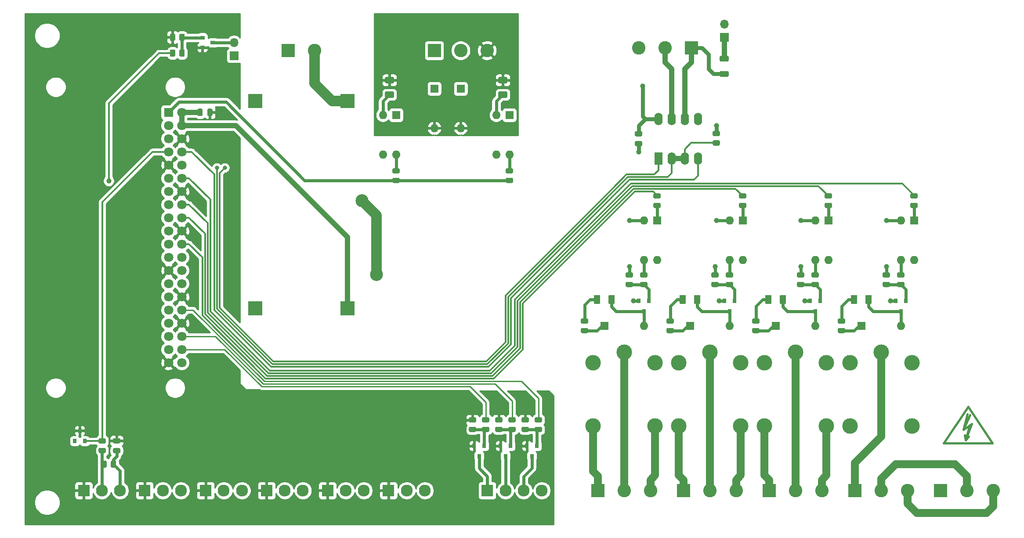
<source format=gbr>
%TF.GenerationSoftware,KiCad,Pcbnew,(5.1.10)-1*%
%TF.CreationDate,2021-11-14T18:54:03+01:00*%
%TF.ProjectId,RPi_ControllerBoard,5250695f-436f-46e7-9472-6f6c6c657242,01*%
%TF.SameCoordinates,Original*%
%TF.FileFunction,Copper,L1,Top*%
%TF.FilePolarity,Positive*%
%FSLAX46Y46*%
G04 Gerber Fmt 4.6, Leading zero omitted, Abs format (unit mm)*
G04 Created by KiCad (PCBNEW (5.1.10)-1) date 2021-11-14 18:54:03*
%MOMM*%
%LPD*%
G01*
G04 APERTURE LIST*
%TA.AperFunction,EtchedComponent*%
%ADD10C,0.381000*%
%TD*%
%TA.AperFunction,SMDPad,CuDef*%
%ADD11R,0.800000X0.900000*%
%TD*%
%TA.AperFunction,ComponentPad*%
%ADD12O,1.600000X1.600000*%
%TD*%
%TA.AperFunction,ComponentPad*%
%ADD13R,1.600000X1.600000*%
%TD*%
%TA.AperFunction,ComponentPad*%
%ADD14R,2.600000X2.600000*%
%TD*%
%TA.AperFunction,ComponentPad*%
%ADD15C,2.600000*%
%TD*%
%TA.AperFunction,ComponentPad*%
%ADD16C,2.300000*%
%TD*%
%TA.AperFunction,ComponentPad*%
%ADD17R,2.300000X2.300000*%
%TD*%
%TA.AperFunction,ComponentPad*%
%ADD18R,1.700000X1.700000*%
%TD*%
%TA.AperFunction,ComponentPad*%
%ADD19O,1.700000X1.700000*%
%TD*%
%TA.AperFunction,ComponentPad*%
%ADD20C,3.000000*%
%TD*%
%TA.AperFunction,SMDPad,CuDef*%
%ADD21R,0.900000X0.800000*%
%TD*%
%TA.AperFunction,ComponentPad*%
%ADD22R,2.800000X2.800000*%
%TD*%
%TA.AperFunction,ComponentPad*%
%ADD23R,1.800000X1.800000*%
%TD*%
%TA.AperFunction,ComponentPad*%
%ADD24C,1.800000*%
%TD*%
%TA.AperFunction,ComponentPad*%
%ADD25R,1.600000X2.400000*%
%TD*%
%TA.AperFunction,ComponentPad*%
%ADD26O,1.600000X2.400000*%
%TD*%
%TA.AperFunction,ViaPad*%
%ADD27C,1.000000*%
%TD*%
%TA.AperFunction,ViaPad*%
%ADD28C,0.800000*%
%TD*%
%TA.AperFunction,ViaPad*%
%ADD29C,2.500000*%
%TD*%
%TA.AperFunction,Conductor*%
%ADD30C,0.600000*%
%TD*%
%TA.AperFunction,Conductor*%
%ADD31C,0.800000*%
%TD*%
%TA.AperFunction,Conductor*%
%ADD32C,1.000000*%
%TD*%
%TA.AperFunction,Conductor*%
%ADD33C,0.300000*%
%TD*%
%TA.AperFunction,Conductor*%
%ADD34C,2.000000*%
%TD*%
%TA.AperFunction,Conductor*%
%ADD35C,0.250000*%
%TD*%
%TA.AperFunction,Conductor*%
%ADD36C,1.500000*%
%TD*%
%TA.AperFunction,Conductor*%
%ADD37C,0.254000*%
%TD*%
%TA.AperFunction,Conductor*%
%ADD38C,0.100000*%
%TD*%
G04 APERTURE END LIST*
D10*
%TO.C,REF\u002A\u002A*%
X234706160Y-128691640D02*
X235905040Y-125592840D01*
X235905040Y-125592840D02*
X235305600Y-125991620D01*
X234304840Y-126692660D02*
X235605320Y-123891040D01*
X234706160Y-128691640D02*
X235305600Y-127993140D01*
X235104940Y-123692920D02*
X234304840Y-126692660D01*
X234304840Y-126692660D02*
X235503720Y-125892560D01*
X235503720Y-125892560D02*
X234706160Y-128691640D01*
X234706160Y-128691640D02*
X234604560Y-127792480D01*
X235204000Y-122301000D02*
X239903000Y-129286000D01*
X239903000Y-129286000D02*
X230505000Y-129286000D01*
X230505000Y-129286000D02*
X235204000Y-122301000D01*
%TD*%
%TO.P,R11,2*%
%TO.N,Net-(J17-Pad1)*%
%TA.AperFunction,SMDPad,CuDef*%
G36*
G01*
X187588999Y-57542000D02*
X188839001Y-57542000D01*
G75*
G02*
X189089000Y-57791999I0J-249999D01*
G01*
X189089000Y-58417001D01*
G75*
G02*
X188839001Y-58667000I-249999J0D01*
G01*
X187588999Y-58667000D01*
G75*
G02*
X187339000Y-58417001I0J249999D01*
G01*
X187339000Y-57791999D01*
G75*
G02*
X187588999Y-57542000I249999J0D01*
G01*
G37*
%TD.AperFunction*%
%TO.P,R11,1*%
%TO.N,Net-(J16-Pad1)*%
%TA.AperFunction,SMDPad,CuDef*%
G36*
G01*
X187588999Y-54617000D02*
X188839001Y-54617000D01*
G75*
G02*
X189089000Y-54866999I0J-249999D01*
G01*
X189089000Y-55492001D01*
G75*
G02*
X188839001Y-55742000I-249999J0D01*
G01*
X187588999Y-55742000D01*
G75*
G02*
X187339000Y-55492001I0J249999D01*
G01*
X187339000Y-54866999D01*
G75*
G02*
X187588999Y-54617000I249999J0D01*
G01*
G37*
%TD.AperFunction*%
%TD*%
%TO.P,C1,2*%
%TO.N,+3V3*%
%TA.AperFunction,SMDPad,CuDef*%
G36*
G01*
X70645000Y-130244000D02*
X71595000Y-130244000D01*
G75*
G02*
X71845000Y-130494000I0J-250000D01*
G01*
X71845000Y-130994000D01*
G75*
G02*
X71595000Y-131244000I-250000J0D01*
G01*
X70645000Y-131244000D01*
G75*
G02*
X70395000Y-130994000I0J250000D01*
G01*
X70395000Y-130494000D01*
G75*
G02*
X70645000Y-130244000I250000J0D01*
G01*
G37*
%TD.AperFunction*%
%TO.P,C1,1*%
%TO.N,Earth*%
%TA.AperFunction,SMDPad,CuDef*%
G36*
G01*
X70645000Y-128344000D02*
X71595000Y-128344000D01*
G75*
G02*
X71845000Y-128594000I0J-250000D01*
G01*
X71845000Y-129094000D01*
G75*
G02*
X71595000Y-129344000I-250000J0D01*
G01*
X70645000Y-129344000D01*
G75*
G02*
X70395000Y-129094000I0J250000D01*
G01*
X70395000Y-128594000D01*
G75*
G02*
X70645000Y-128344000I250000J0D01*
G01*
G37*
%TD.AperFunction*%
%TD*%
%TO.P,C3,1*%
%TO.N,Earth*%
%TA.AperFunction,SMDPad,CuDef*%
G36*
G01*
X89588000Y-65057000D02*
X89588000Y-66007000D01*
G75*
G02*
X89338000Y-66257000I-250000J0D01*
G01*
X88838000Y-66257000D01*
G75*
G02*
X88588000Y-66007000I0J250000D01*
G01*
X88588000Y-65057000D01*
G75*
G02*
X88838000Y-64807000I250000J0D01*
G01*
X89338000Y-64807000D01*
G75*
G02*
X89588000Y-65057000I0J-250000D01*
G01*
G37*
%TD.AperFunction*%
%TO.P,C3,2*%
%TO.N,+5V*%
%TA.AperFunction,SMDPad,CuDef*%
G36*
G01*
X87688000Y-65057000D02*
X87688000Y-66007000D01*
G75*
G02*
X87438000Y-66257000I-250000J0D01*
G01*
X86938000Y-66257000D01*
G75*
G02*
X86688000Y-66007000I0J250000D01*
G01*
X86688000Y-65057000D01*
G75*
G02*
X86938000Y-64807000I250000J0D01*
G01*
X87438000Y-64807000D01*
G75*
G02*
X87688000Y-65057000I0J-250000D01*
G01*
G37*
%TD.AperFunction*%
%TD*%
D11*
%TO.P,D1,1*%
%TO.N,N/C*%
X63058000Y-128889000D03*
%TO.P,D1,2*%
%TO.N,OW*%
X64958000Y-128889000D03*
%TO.P,D1,3*%
%TO.N,Earth*%
X64008000Y-126889000D03*
%TD*%
D12*
%TO.P,D2,2*%
%TO.N,Net-(C2-Pad1)*%
X132334000Y-68580000D03*
D13*
%TO.P,D2,1*%
%TO.N,Net-(C2-Pad2)*%
X132334000Y-60960000D03*
%TD*%
%TO.P,D3,1*%
%TO.N,Net-(C4-Pad2)*%
X137414000Y-60960000D03*
D12*
%TO.P,D3,2*%
%TO.N,Net-(C2-Pad1)*%
X137414000Y-68580000D03*
%TD*%
%TO.P,D4,2*%
%TO.N,Net-(D4-Pad2)*%
%TA.AperFunction,SMDPad,CuDef*%
G36*
G01*
X123073000Y-61481000D02*
X124323000Y-61481000D01*
G75*
G02*
X124573000Y-61731000I0J-250000D01*
G01*
X124573000Y-62481000D01*
G75*
G02*
X124323000Y-62731000I-250000J0D01*
G01*
X123073000Y-62731000D01*
G75*
G02*
X122823000Y-62481000I0J250000D01*
G01*
X122823000Y-61731000D01*
G75*
G02*
X123073000Y-61481000I250000J0D01*
G01*
G37*
%TD.AperFunction*%
%TO.P,D4,1*%
%TO.N,Net-(C2-Pad1)*%
%TA.AperFunction,SMDPad,CuDef*%
G36*
G01*
X123073000Y-58681000D02*
X124323000Y-58681000D01*
G75*
G02*
X124573000Y-58931000I0J-250000D01*
G01*
X124573000Y-59681000D01*
G75*
G02*
X124323000Y-59931000I-250000J0D01*
G01*
X123073000Y-59931000D01*
G75*
G02*
X122823000Y-59681000I0J250000D01*
G01*
X122823000Y-58931000D01*
G75*
G02*
X123073000Y-58681000I250000J0D01*
G01*
G37*
%TD.AperFunction*%
%TD*%
%TO.P,D5,1*%
%TO.N,Net-(C2-Pad1)*%
%TA.AperFunction,SMDPad,CuDef*%
G36*
G01*
X144917000Y-58681000D02*
X146167000Y-58681000D01*
G75*
G02*
X146417000Y-58931000I0J-250000D01*
G01*
X146417000Y-59681000D01*
G75*
G02*
X146167000Y-59931000I-250000J0D01*
G01*
X144917000Y-59931000D01*
G75*
G02*
X144667000Y-59681000I0J250000D01*
G01*
X144667000Y-58931000D01*
G75*
G02*
X144917000Y-58681000I250000J0D01*
G01*
G37*
%TD.AperFunction*%
%TO.P,D5,2*%
%TO.N,Net-(D5-Pad2)*%
%TA.AperFunction,SMDPad,CuDef*%
G36*
G01*
X144917000Y-61481000D02*
X146167000Y-61481000D01*
G75*
G02*
X146417000Y-61731000I0J-250000D01*
G01*
X146417000Y-62481000D01*
G75*
G02*
X146167000Y-62731000I-250000J0D01*
G01*
X144917000Y-62731000D01*
G75*
G02*
X144667000Y-62481000I0J250000D01*
G01*
X144667000Y-61731000D01*
G75*
G02*
X144917000Y-61481000I250000J0D01*
G01*
G37*
%TD.AperFunction*%
%TD*%
%TO.P,D6,2*%
%TO.N,Net-(D6-Pad2)*%
%TA.AperFunction,SMDPad,CuDef*%
G36*
G01*
X164325000Y-100975000D02*
X164325000Y-102225000D01*
G75*
G02*
X164075000Y-102475000I-250000J0D01*
G01*
X163325000Y-102475000D01*
G75*
G02*
X163075000Y-102225000I0J250000D01*
G01*
X163075000Y-100975000D01*
G75*
G02*
X163325000Y-100725000I250000J0D01*
G01*
X164075000Y-100725000D01*
G75*
G02*
X164325000Y-100975000I0J-250000D01*
G01*
G37*
%TD.AperFunction*%
%TO.P,D6,1*%
%TO.N,Net-(D10-Pad2)*%
%TA.AperFunction,SMDPad,CuDef*%
G36*
G01*
X167125000Y-100975000D02*
X167125000Y-102225000D01*
G75*
G02*
X166875000Y-102475000I-250000J0D01*
G01*
X166125000Y-102475000D01*
G75*
G02*
X165875000Y-102225000I0J250000D01*
G01*
X165875000Y-100975000D01*
G75*
G02*
X166125000Y-100725000I250000J0D01*
G01*
X166875000Y-100725000D01*
G75*
G02*
X167125000Y-100975000I0J-250000D01*
G01*
G37*
%TD.AperFunction*%
%TD*%
%TO.P,D7,1*%
%TO.N,Net-(D11-Pad2)*%
%TA.AperFunction,SMDPad,CuDef*%
G36*
G01*
X183635000Y-100975000D02*
X183635000Y-102225000D01*
G75*
G02*
X183385000Y-102475000I-250000J0D01*
G01*
X182635000Y-102475000D01*
G75*
G02*
X182385000Y-102225000I0J250000D01*
G01*
X182385000Y-100975000D01*
G75*
G02*
X182635000Y-100725000I250000J0D01*
G01*
X183385000Y-100725000D01*
G75*
G02*
X183635000Y-100975000I0J-250000D01*
G01*
G37*
%TD.AperFunction*%
%TO.P,D7,2*%
%TO.N,Net-(D7-Pad2)*%
%TA.AperFunction,SMDPad,CuDef*%
G36*
G01*
X180835000Y-100975000D02*
X180835000Y-102225000D01*
G75*
G02*
X180585000Y-102475000I-250000J0D01*
G01*
X179835000Y-102475000D01*
G75*
G02*
X179585000Y-102225000I0J250000D01*
G01*
X179585000Y-100975000D01*
G75*
G02*
X179835000Y-100725000I250000J0D01*
G01*
X180585000Y-100725000D01*
G75*
G02*
X180835000Y-100975000I0J-250000D01*
G01*
G37*
%TD.AperFunction*%
%TD*%
%TO.P,D8,1*%
%TO.N,Net-(D12-Pad2)*%
%TA.AperFunction,SMDPad,CuDef*%
G36*
G01*
X200145000Y-100975000D02*
X200145000Y-102225000D01*
G75*
G02*
X199895000Y-102475000I-250000J0D01*
G01*
X199145000Y-102475000D01*
G75*
G02*
X198895000Y-102225000I0J250000D01*
G01*
X198895000Y-100975000D01*
G75*
G02*
X199145000Y-100725000I250000J0D01*
G01*
X199895000Y-100725000D01*
G75*
G02*
X200145000Y-100975000I0J-250000D01*
G01*
G37*
%TD.AperFunction*%
%TO.P,D8,2*%
%TO.N,Net-(D8-Pad2)*%
%TA.AperFunction,SMDPad,CuDef*%
G36*
G01*
X197345000Y-100975000D02*
X197345000Y-102225000D01*
G75*
G02*
X197095000Y-102475000I-250000J0D01*
G01*
X196345000Y-102475000D01*
G75*
G02*
X196095000Y-102225000I0J250000D01*
G01*
X196095000Y-100975000D01*
G75*
G02*
X196345000Y-100725000I250000J0D01*
G01*
X197095000Y-100725000D01*
G75*
G02*
X197345000Y-100975000I0J-250000D01*
G01*
G37*
%TD.AperFunction*%
%TD*%
%TO.P,D9,2*%
%TO.N,Net-(D9-Pad2)*%
%TA.AperFunction,SMDPad,CuDef*%
G36*
G01*
X213855000Y-100975000D02*
X213855000Y-102225000D01*
G75*
G02*
X213605000Y-102475000I-250000J0D01*
G01*
X212855000Y-102475000D01*
G75*
G02*
X212605000Y-102225000I0J250000D01*
G01*
X212605000Y-100975000D01*
G75*
G02*
X212855000Y-100725000I250000J0D01*
G01*
X213605000Y-100725000D01*
G75*
G02*
X213855000Y-100975000I0J-250000D01*
G01*
G37*
%TD.AperFunction*%
%TO.P,D9,1*%
%TO.N,Net-(D13-Pad2)*%
%TA.AperFunction,SMDPad,CuDef*%
G36*
G01*
X216655000Y-100975000D02*
X216655000Y-102225000D01*
G75*
G02*
X216405000Y-102475000I-250000J0D01*
G01*
X215655000Y-102475000D01*
G75*
G02*
X215405000Y-102225000I0J250000D01*
G01*
X215405000Y-100975000D01*
G75*
G02*
X215655000Y-100725000I250000J0D01*
G01*
X216405000Y-100725000D01*
G75*
G02*
X216655000Y-100975000I0J-250000D01*
G01*
G37*
%TD.AperFunction*%
%TD*%
D13*
%TO.P,D10,1*%
%TO.N,+24V*%
X165100000Y-106680000D03*
D12*
%TO.P,D10,2*%
%TO.N,Net-(D10-Pad2)*%
X172720000Y-106680000D03*
%TD*%
%TO.P,D11,2*%
%TO.N,Net-(D11-Pad2)*%
X189230000Y-106680000D03*
D13*
%TO.P,D11,1*%
%TO.N,+24V*%
X181610000Y-106680000D03*
%TD*%
D12*
%TO.P,D12,2*%
%TO.N,Net-(D12-Pad2)*%
X205740000Y-106680000D03*
D13*
%TO.P,D12,1*%
%TO.N,+24V*%
X198120000Y-106680000D03*
%TD*%
%TO.P,D13,1*%
%TO.N,+24V*%
X214630000Y-106680000D03*
D12*
%TO.P,D13,2*%
%TO.N,Net-(D13-Pad2)*%
X222250000Y-106680000D03*
%TD*%
D14*
%TO.P,J1,1*%
%TO.N,Earth*%
X104140000Y-53594000D03*
D15*
%TO.P,J1,2*%
%TO.N,+24V*%
X109220000Y-53594000D03*
%TD*%
D16*
%TO.P,J2,3*%
%TO.N,+3V3*%
X71770000Y-138430000D03*
%TO.P,J2,2*%
%TO.N,Net-(J2-Pad2)*%
X68270000Y-138430000D03*
D17*
%TO.P,J2,1*%
%TO.N,Earth*%
X64770000Y-138430000D03*
%TD*%
%TO.P,J3,1*%
%TO.N,Earth*%
X76510000Y-138430000D03*
D16*
%TO.P,J3,2*%
%TO.N,Net-(J2-Pad2)*%
X80010000Y-138430000D03*
%TO.P,J3,3*%
%TO.N,+3V3*%
X83510000Y-138430000D03*
%TD*%
%TO.P,J4,3*%
%TO.N,+3V3*%
X95265000Y-138430000D03*
%TO.P,J4,2*%
%TO.N,Net-(J2-Pad2)*%
X91765000Y-138430000D03*
D17*
%TO.P,J4,1*%
%TO.N,Earth*%
X88265000Y-138430000D03*
%TD*%
%TO.P,J5,1*%
%TO.N,Earth*%
X100005000Y-138430000D03*
D16*
%TO.P,J5,2*%
%TO.N,Net-(J2-Pad2)*%
X103505000Y-138430000D03*
%TO.P,J5,3*%
%TO.N,+3V3*%
X107005000Y-138430000D03*
%TD*%
D17*
%TO.P,J6,1*%
%TO.N,Earth*%
X111760000Y-138430000D03*
D16*
%TO.P,J6,2*%
%TO.N,Net-(J2-Pad2)*%
X115260000Y-138430000D03*
%TO.P,J6,3*%
%TO.N,+3V3*%
X118760000Y-138430000D03*
%TD*%
D14*
%TO.P,J7,1*%
%TO.N,Net-(J7-Pad1)*%
X132334000Y-53594000D03*
D15*
%TO.P,J7,2*%
%TO.N,Net-(J7-Pad2)*%
X137414000Y-53594000D03*
%TO.P,J7,3*%
%TO.N,Net-(C2-Pad1)*%
X142494000Y-53594000D03*
%TD*%
D16*
%TO.P,J8,3*%
%TO.N,+3V3*%
X130525000Y-138430000D03*
%TO.P,J8,2*%
%TO.N,Net-(J2-Pad2)*%
X127025000Y-138430000D03*
D17*
%TO.P,J8,1*%
%TO.N,Earth*%
X123525000Y-138430000D03*
%TD*%
D18*
%TO.P,J9,1*%
%TO.N,+24V*%
X93726000Y-54610000D03*
D19*
%TO.P,J9,2*%
%TO.N,Net-(J9-Pad2)*%
X93726000Y-52070000D03*
%TD*%
D17*
%TO.P,J10,1*%
%TO.N,Net-(J10-Pad1)*%
X142550000Y-138430000D03*
D16*
%TO.P,J10,2*%
%TO.N,Net-(J10-Pad2)*%
X146050000Y-138430000D03*
%TO.P,J10,3*%
%TO.N,Net-(J10-Pad3)*%
X149550000Y-138430000D03*
%TO.P,J10,4*%
%TO.N,+24V*%
X153050000Y-138430000D03*
%TD*%
D15*
%TO.P,J11,3*%
%TO.N,Net-(J11-Pad3)*%
X173990000Y-138430000D03*
%TO.P,J11,2*%
%TO.N,Net-(J11-Pad2)*%
X168910000Y-138430000D03*
D14*
%TO.P,J11,1*%
%TO.N,Net-(J11-Pad1)*%
X163830000Y-138430000D03*
%TD*%
%TO.P,J12,1*%
%TO.N,Net-(J12-Pad1)*%
X180340000Y-138430000D03*
D15*
%TO.P,J12,2*%
%TO.N,Net-(J12-Pad2)*%
X185420000Y-138430000D03*
%TO.P,J12,3*%
%TO.N,Net-(J12-Pad3)*%
X190500000Y-138430000D03*
%TD*%
%TO.P,J13,3*%
%TO.N,Net-(J13-Pad3)*%
X207010000Y-138430000D03*
%TO.P,J13,2*%
%TO.N,Net-(J13-Pad2)*%
X201930000Y-138430000D03*
D14*
%TO.P,J13,1*%
%TO.N,Net-(J13-Pad1)*%
X196850000Y-138430000D03*
%TD*%
%TO.P,J14,1*%
%TO.N,Net-(J14-Pad1)*%
X213360000Y-138430000D03*
D15*
%TO.P,J14,2*%
%TO.N,Net-(J14-Pad2)*%
X218440000Y-138430000D03*
%TO.P,J14,3*%
%TO.N,Net-(J14-Pad3)*%
X223520000Y-138430000D03*
%TD*%
%TO.P,J15,3*%
%TO.N,Net-(J14-Pad3)*%
X240030000Y-138430000D03*
%TO.P,J15,2*%
%TO.N,Net-(J14-Pad2)*%
X234950000Y-138430000D03*
D14*
%TO.P,J15,1*%
%TO.N,Net-(J15-Pad1)*%
X229870000Y-138430000D03*
%TD*%
D20*
%TO.P,K1,11*%
%TO.N,Net-(J11-Pad2)*%
X168910000Y-111760000D03*
%TO.P,K1,A2*%
%TO.N,Net-(D10-Pad2)*%
X174910000Y-113760000D03*
%TO.P,K1,12*%
%TO.N,Net-(J11-Pad3)*%
X174910000Y-125960000D03*
%TO.P,K1,14*%
%TO.N,Net-(J11-Pad1)*%
X162910000Y-125960000D03*
%TO.P,K1,A1*%
%TO.N,+24V*%
X162910000Y-113760000D03*
%TD*%
%TO.P,K2,11*%
%TO.N,Net-(J12-Pad2)*%
X185420000Y-111760000D03*
%TO.P,K2,A2*%
%TO.N,Net-(D11-Pad2)*%
X191420000Y-113760000D03*
%TO.P,K2,12*%
%TO.N,Net-(J12-Pad3)*%
X191420000Y-125960000D03*
%TO.P,K2,14*%
%TO.N,Net-(J12-Pad1)*%
X179420000Y-125960000D03*
%TO.P,K2,A1*%
%TO.N,+24V*%
X179420000Y-113760000D03*
%TD*%
%TO.P,K3,A1*%
%TO.N,+24V*%
X195930000Y-113760000D03*
%TO.P,K3,14*%
%TO.N,Net-(J13-Pad1)*%
X195930000Y-125960000D03*
%TO.P,K3,12*%
%TO.N,Net-(J13-Pad3)*%
X207930000Y-125960000D03*
%TO.P,K3,A2*%
%TO.N,Net-(D12-Pad2)*%
X207930000Y-113760000D03*
%TO.P,K3,11*%
%TO.N,Net-(J13-Pad2)*%
X201930000Y-111760000D03*
%TD*%
%TO.P,K4,A1*%
%TO.N,+24V*%
X212440000Y-113760000D03*
%TO.P,K4,14*%
%TO.N,N/C*%
X212440000Y-125960000D03*
%TO.P,K4,12*%
%TO.N,Net-(J15-Pad1)*%
X224440000Y-125960000D03*
%TO.P,K4,A2*%
%TO.N,Net-(D13-Pad2)*%
X224440000Y-113760000D03*
%TO.P,K4,11*%
%TO.N,Net-(J14-Pad1)*%
X218440000Y-111760000D03*
%TD*%
D21*
%TO.P,Q1,3*%
%TO.N,Net-(J9-Pad2)*%
X89646000Y-52070000D03*
%TO.P,Q1,2*%
%TO.N,Earth*%
X87646000Y-53020000D03*
%TO.P,Q1,1*%
%TO.N,Net-(Q1-Pad1)*%
X87646000Y-51120000D03*
%TD*%
D11*
%TO.P,Q2,1*%
%TO.N,Net-(Q2-Pad1)*%
X152080000Y-129810000D03*
%TO.P,Q2,2*%
%TO.N,Earth*%
X150180000Y-129810000D03*
%TO.P,Q2,3*%
%TO.N,Net-(J10-Pad3)*%
X151130000Y-131810000D03*
%TD*%
%TO.P,Q3,3*%
%TO.N,Net-(J10-Pad2)*%
X146050000Y-131810000D03*
%TO.P,Q3,2*%
%TO.N,Earth*%
X145100000Y-129810000D03*
%TO.P,Q3,1*%
%TO.N,Net-(Q3-Pad1)*%
X147000000Y-129810000D03*
%TD*%
%TO.P,Q4,1*%
%TO.N,Net-(Q4-Pad1)*%
X141920000Y-129810000D03*
%TO.P,Q4,2*%
%TO.N,Earth*%
X140020000Y-129810000D03*
%TO.P,Q4,3*%
%TO.N,Net-(J10-Pad1)*%
X140970000Y-131810000D03*
%TD*%
%TO.P,Q5,3*%
%TO.N,Net-(D10-Pad2)*%
X172720000Y-103870000D03*
%TO.P,Q5,2*%
%TO.N,Earth*%
X171770000Y-101870000D03*
%TO.P,Q5,1*%
%TO.N,Net-(Q5-Pad1)*%
X173670000Y-101870000D03*
%TD*%
%TO.P,Q6,1*%
%TO.N,Net-(Q6-Pad1)*%
X190180000Y-101870000D03*
%TO.P,Q6,2*%
%TO.N,Earth*%
X188280000Y-101870000D03*
%TO.P,Q6,3*%
%TO.N,Net-(D11-Pad2)*%
X189230000Y-103870000D03*
%TD*%
%TO.P,Q7,1*%
%TO.N,Net-(Q7-Pad1)*%
X206690000Y-101870000D03*
%TO.P,Q7,2*%
%TO.N,Earth*%
X204790000Y-101870000D03*
%TO.P,Q7,3*%
%TO.N,Net-(D12-Pad2)*%
X205740000Y-103870000D03*
%TD*%
%TO.P,Q8,3*%
%TO.N,Net-(D13-Pad2)*%
X222250000Y-103870000D03*
%TO.P,Q8,2*%
%TO.N,Earth*%
X221300000Y-101870000D03*
%TO.P,Q8,1*%
%TO.N,Net-(Q8-Pad1)*%
X223200000Y-101870000D03*
%TD*%
%TO.P,R1,1*%
%TO.N,Net-(J2-Pad2)*%
%TA.AperFunction,SMDPad,CuDef*%
G36*
G01*
X68776001Y-131219000D02*
X67875999Y-131219000D01*
G75*
G02*
X67626000Y-130969001I0J249999D01*
G01*
X67626000Y-130443999D01*
G75*
G02*
X67875999Y-130194000I249999J0D01*
G01*
X68776001Y-130194000D01*
G75*
G02*
X69026000Y-130443999I0J-249999D01*
G01*
X69026000Y-130969001D01*
G75*
G02*
X68776001Y-131219000I-249999J0D01*
G01*
G37*
%TD.AperFunction*%
%TO.P,R1,2*%
%TO.N,OW*%
%TA.AperFunction,SMDPad,CuDef*%
G36*
G01*
X68776001Y-129394000D02*
X67875999Y-129394000D01*
G75*
G02*
X67626000Y-129144001I0J249999D01*
G01*
X67626000Y-128618999D01*
G75*
G02*
X67875999Y-128369000I249999J0D01*
G01*
X68776001Y-128369000D01*
G75*
G02*
X69026000Y-128618999I0J-249999D01*
G01*
X69026000Y-129144001D01*
G75*
G02*
X68776001Y-129394000I-249999J0D01*
G01*
G37*
%TD.AperFunction*%
%TD*%
%TO.P,R2,1*%
%TO.N,+3V3*%
%TA.AperFunction,SMDPad,CuDef*%
G36*
G01*
X71021000Y-132899999D02*
X71021000Y-133800001D01*
G75*
G02*
X70771001Y-134050000I-249999J0D01*
G01*
X70245999Y-134050000D01*
G75*
G02*
X69996000Y-133800001I0J249999D01*
G01*
X69996000Y-132899999D01*
G75*
G02*
X70245999Y-132650000I249999J0D01*
G01*
X70771001Y-132650000D01*
G75*
G02*
X71021000Y-132899999I0J-249999D01*
G01*
G37*
%TD.AperFunction*%
%TO.P,R2,2*%
%TO.N,Net-(J2-Pad2)*%
%TA.AperFunction,SMDPad,CuDef*%
G36*
G01*
X69196000Y-132899999D02*
X69196000Y-133800001D01*
G75*
G02*
X68946001Y-134050000I-249999J0D01*
G01*
X68420999Y-134050000D01*
G75*
G02*
X68171000Y-133800001I0J249999D01*
G01*
X68171000Y-132899999D01*
G75*
G02*
X68420999Y-132650000I249999J0D01*
G01*
X68946001Y-132650000D01*
G75*
G02*
X69196000Y-132899999I0J-249999D01*
G01*
G37*
%TD.AperFunction*%
%TD*%
%TO.P,R9,1*%
%TO.N,Net-(Q1-Pad1)*%
%TA.AperFunction,SMDPad,CuDef*%
G36*
G01*
X84229000Y-53651999D02*
X84229000Y-54552001D01*
G75*
G02*
X83979001Y-54802000I-249999J0D01*
G01*
X83453999Y-54802000D01*
G75*
G02*
X83204000Y-54552001I0J249999D01*
G01*
X83204000Y-53651999D01*
G75*
G02*
X83453999Y-53402000I249999J0D01*
G01*
X83979001Y-53402000D01*
G75*
G02*
X84229000Y-53651999I0J-249999D01*
G01*
G37*
%TD.AperFunction*%
%TO.P,R9,2*%
%TO.N,FAN*%
%TA.AperFunction,SMDPad,CuDef*%
G36*
G01*
X82404000Y-53651999D02*
X82404000Y-54552001D01*
G75*
G02*
X82154001Y-54802000I-249999J0D01*
G01*
X81628999Y-54802000D01*
G75*
G02*
X81379000Y-54552001I0J249999D01*
G01*
X81379000Y-53651999D01*
G75*
G02*
X81628999Y-53402000I249999J0D01*
G01*
X82154001Y-53402000D01*
G75*
G02*
X82404000Y-53651999I0J-249999D01*
G01*
G37*
%TD.AperFunction*%
%TD*%
%TO.P,R12,2*%
%TO.N,Earth*%
%TA.AperFunction,SMDPad,CuDef*%
G36*
G01*
X82404000Y-50603999D02*
X82404000Y-51504001D01*
G75*
G02*
X82154001Y-51754000I-249999J0D01*
G01*
X81628999Y-51754000D01*
G75*
G02*
X81379000Y-51504001I0J249999D01*
G01*
X81379000Y-50603999D01*
G75*
G02*
X81628999Y-50354000I249999J0D01*
G01*
X82154001Y-50354000D01*
G75*
G02*
X82404000Y-50603999I0J-249999D01*
G01*
G37*
%TD.AperFunction*%
%TO.P,R12,1*%
%TO.N,Net-(Q1-Pad1)*%
%TA.AperFunction,SMDPad,CuDef*%
G36*
G01*
X84229000Y-50603999D02*
X84229000Y-51504001D01*
G75*
G02*
X83979001Y-51754000I-249999J0D01*
G01*
X83453999Y-51754000D01*
G75*
G02*
X83204000Y-51504001I0J249999D01*
G01*
X83204000Y-50603999D01*
G75*
G02*
X83453999Y-50354000I249999J0D01*
G01*
X83979001Y-50354000D01*
G75*
G02*
X84229000Y-50603999I0J-249999D01*
G01*
G37*
%TD.AperFunction*%
%TD*%
%TO.P,R13,1*%
%TO.N,+3V3*%
%TA.AperFunction,SMDPad,CuDef*%
G36*
G01*
X125418001Y-79149000D02*
X124517999Y-79149000D01*
G75*
G02*
X124268000Y-78899001I0J249999D01*
G01*
X124268000Y-78373999D01*
G75*
G02*
X124517999Y-78124000I249999J0D01*
G01*
X125418001Y-78124000D01*
G75*
G02*
X125668000Y-78373999I0J-249999D01*
G01*
X125668000Y-78899001D01*
G75*
G02*
X125418001Y-79149000I-249999J0D01*
G01*
G37*
%TD.AperFunction*%
%TO.P,R13,2*%
%TO.N,DI_1*%
%TA.AperFunction,SMDPad,CuDef*%
G36*
G01*
X125418001Y-77324000D02*
X124517999Y-77324000D01*
G75*
G02*
X124268000Y-77074001I0J249999D01*
G01*
X124268000Y-76548999D01*
G75*
G02*
X124517999Y-76299000I249999J0D01*
G01*
X125418001Y-76299000D01*
G75*
G02*
X125668000Y-76548999I0J-249999D01*
G01*
X125668000Y-77074001D01*
G75*
G02*
X125418001Y-77324000I-249999J0D01*
G01*
G37*
%TD.AperFunction*%
%TD*%
%TO.P,R14,2*%
%TO.N,DI_2*%
%TA.AperFunction,SMDPad,CuDef*%
G36*
G01*
X147262001Y-77324000D02*
X146361999Y-77324000D01*
G75*
G02*
X146112000Y-77074001I0J249999D01*
G01*
X146112000Y-76548999D01*
G75*
G02*
X146361999Y-76299000I249999J0D01*
G01*
X147262001Y-76299000D01*
G75*
G02*
X147512000Y-76548999I0J-249999D01*
G01*
X147512000Y-77074001D01*
G75*
G02*
X147262001Y-77324000I-249999J0D01*
G01*
G37*
%TD.AperFunction*%
%TO.P,R14,1*%
%TO.N,+3V3*%
%TA.AperFunction,SMDPad,CuDef*%
G36*
G01*
X147262001Y-79149000D02*
X146361999Y-79149000D01*
G75*
G02*
X146112000Y-78899001I0J249999D01*
G01*
X146112000Y-78373999D01*
G75*
G02*
X146361999Y-78124000I249999J0D01*
G01*
X147262001Y-78124000D01*
G75*
G02*
X147512000Y-78373999I0J-249999D01*
G01*
X147512000Y-78899001D01*
G75*
G02*
X147262001Y-79149000I-249999J0D01*
G01*
G37*
%TD.AperFunction*%
%TD*%
%TO.P,R15,2*%
%TO.N,G_CH*%
%TA.AperFunction,SMDPad,CuDef*%
G36*
G01*
X152850001Y-125330000D02*
X151949999Y-125330000D01*
G75*
G02*
X151700000Y-125080001I0J249999D01*
G01*
X151700000Y-124554999D01*
G75*
G02*
X151949999Y-124305000I249999J0D01*
G01*
X152850001Y-124305000D01*
G75*
G02*
X153100000Y-124554999I0J-249999D01*
G01*
X153100000Y-125080001D01*
G75*
G02*
X152850001Y-125330000I-249999J0D01*
G01*
G37*
%TD.AperFunction*%
%TO.P,R15,1*%
%TO.N,Net-(Q2-Pad1)*%
%TA.AperFunction,SMDPad,CuDef*%
G36*
G01*
X152850001Y-127155000D02*
X151949999Y-127155000D01*
G75*
G02*
X151700000Y-126905001I0J249999D01*
G01*
X151700000Y-126379999D01*
G75*
G02*
X151949999Y-126130000I249999J0D01*
G01*
X152850001Y-126130000D01*
G75*
G02*
X153100000Y-126379999I0J-249999D01*
G01*
X153100000Y-126905001D01*
G75*
G02*
X152850001Y-127155000I-249999J0D01*
G01*
G37*
%TD.AperFunction*%
%TD*%
%TO.P,R16,1*%
%TO.N,Net-(Q3-Pad1)*%
%TA.AperFunction,SMDPad,CuDef*%
G36*
G01*
X147770001Y-127155000D02*
X146869999Y-127155000D01*
G75*
G02*
X146620000Y-126905001I0J249999D01*
G01*
X146620000Y-126379999D01*
G75*
G02*
X146869999Y-126130000I249999J0D01*
G01*
X147770001Y-126130000D01*
G75*
G02*
X148020000Y-126379999I0J-249999D01*
G01*
X148020000Y-126905001D01*
G75*
G02*
X147770001Y-127155000I-249999J0D01*
G01*
G37*
%TD.AperFunction*%
%TO.P,R16,2*%
%TO.N,R_CH*%
%TA.AperFunction,SMDPad,CuDef*%
G36*
G01*
X147770001Y-125330000D02*
X146869999Y-125330000D01*
G75*
G02*
X146620000Y-125080001I0J249999D01*
G01*
X146620000Y-124554999D01*
G75*
G02*
X146869999Y-124305000I249999J0D01*
G01*
X147770001Y-124305000D01*
G75*
G02*
X148020000Y-124554999I0J-249999D01*
G01*
X148020000Y-125080001D01*
G75*
G02*
X147770001Y-125330000I-249999J0D01*
G01*
G37*
%TD.AperFunction*%
%TD*%
%TO.P,R17,1*%
%TO.N,Net-(Q4-Pad1)*%
%TA.AperFunction,SMDPad,CuDef*%
G36*
G01*
X142690001Y-127155000D02*
X141789999Y-127155000D01*
G75*
G02*
X141540000Y-126905001I0J249999D01*
G01*
X141540000Y-126379999D01*
G75*
G02*
X141789999Y-126130000I249999J0D01*
G01*
X142690001Y-126130000D01*
G75*
G02*
X142940000Y-126379999I0J-249999D01*
G01*
X142940000Y-126905001D01*
G75*
G02*
X142690001Y-127155000I-249999J0D01*
G01*
G37*
%TD.AperFunction*%
%TO.P,R17,2*%
%TO.N,B_CH*%
%TA.AperFunction,SMDPad,CuDef*%
G36*
G01*
X142690001Y-125330000D02*
X141789999Y-125330000D01*
G75*
G02*
X141540000Y-125080001I0J249999D01*
G01*
X141540000Y-124554999D01*
G75*
G02*
X141789999Y-124305000I249999J0D01*
G01*
X142690001Y-124305000D01*
G75*
G02*
X142940000Y-124554999I0J-249999D01*
G01*
X142940000Y-125080001D01*
G75*
G02*
X142690001Y-125330000I-249999J0D01*
G01*
G37*
%TD.AperFunction*%
%TD*%
%TO.P,R18,1*%
%TO.N,Net-(Q2-Pad1)*%
%TA.AperFunction,SMDPad,CuDef*%
G36*
G01*
X150310001Y-127155000D02*
X149409999Y-127155000D01*
G75*
G02*
X149160000Y-126905001I0J249999D01*
G01*
X149160000Y-126379999D01*
G75*
G02*
X149409999Y-126130000I249999J0D01*
G01*
X150310001Y-126130000D01*
G75*
G02*
X150560000Y-126379999I0J-249999D01*
G01*
X150560000Y-126905001D01*
G75*
G02*
X150310001Y-127155000I-249999J0D01*
G01*
G37*
%TD.AperFunction*%
%TO.P,R18,2*%
%TO.N,Earth*%
%TA.AperFunction,SMDPad,CuDef*%
G36*
G01*
X150310001Y-125330000D02*
X149409999Y-125330000D01*
G75*
G02*
X149160000Y-125080001I0J249999D01*
G01*
X149160000Y-124554999D01*
G75*
G02*
X149409999Y-124305000I249999J0D01*
G01*
X150310001Y-124305000D01*
G75*
G02*
X150560000Y-124554999I0J-249999D01*
G01*
X150560000Y-125080001D01*
G75*
G02*
X150310001Y-125330000I-249999J0D01*
G01*
G37*
%TD.AperFunction*%
%TD*%
%TO.P,R19,2*%
%TO.N,Earth*%
%TA.AperFunction,SMDPad,CuDef*%
G36*
G01*
X145230001Y-125330000D02*
X144329999Y-125330000D01*
G75*
G02*
X144080000Y-125080001I0J249999D01*
G01*
X144080000Y-124554999D01*
G75*
G02*
X144329999Y-124305000I249999J0D01*
G01*
X145230001Y-124305000D01*
G75*
G02*
X145480000Y-124554999I0J-249999D01*
G01*
X145480000Y-125080001D01*
G75*
G02*
X145230001Y-125330000I-249999J0D01*
G01*
G37*
%TD.AperFunction*%
%TO.P,R19,1*%
%TO.N,Net-(Q3-Pad1)*%
%TA.AperFunction,SMDPad,CuDef*%
G36*
G01*
X145230001Y-127155000D02*
X144329999Y-127155000D01*
G75*
G02*
X144080000Y-126905001I0J249999D01*
G01*
X144080000Y-126379999D01*
G75*
G02*
X144329999Y-126130000I249999J0D01*
G01*
X145230001Y-126130000D01*
G75*
G02*
X145480000Y-126379999I0J-249999D01*
G01*
X145480000Y-126905001D01*
G75*
G02*
X145230001Y-127155000I-249999J0D01*
G01*
G37*
%TD.AperFunction*%
%TD*%
%TO.P,R20,1*%
%TO.N,Net-(Q4-Pad1)*%
%TA.AperFunction,SMDPad,CuDef*%
G36*
G01*
X140150001Y-127155000D02*
X139249999Y-127155000D01*
G75*
G02*
X139000000Y-126905001I0J249999D01*
G01*
X139000000Y-126379999D01*
G75*
G02*
X139249999Y-126130000I249999J0D01*
G01*
X140150001Y-126130000D01*
G75*
G02*
X140400000Y-126379999I0J-249999D01*
G01*
X140400000Y-126905001D01*
G75*
G02*
X140150001Y-127155000I-249999J0D01*
G01*
G37*
%TD.AperFunction*%
%TO.P,R20,2*%
%TO.N,Earth*%
%TA.AperFunction,SMDPad,CuDef*%
G36*
G01*
X140150001Y-125330000D02*
X139249999Y-125330000D01*
G75*
G02*
X139000000Y-125080001I0J249999D01*
G01*
X139000000Y-124554999D01*
G75*
G02*
X139249999Y-124305000I249999J0D01*
G01*
X140150001Y-124305000D01*
G75*
G02*
X140400000Y-124554999I0J-249999D01*
G01*
X140400000Y-125080001D01*
G75*
G02*
X140150001Y-125330000I-249999J0D01*
G01*
G37*
%TD.AperFunction*%
%TD*%
%TO.P,R21,1*%
%TO.N,Net-(R21-Pad1)*%
%TA.AperFunction,SMDPad,CuDef*%
G36*
G01*
X175710001Y-83975000D02*
X174809999Y-83975000D01*
G75*
G02*
X174560000Y-83725001I0J249999D01*
G01*
X174560000Y-83199999D01*
G75*
G02*
X174809999Y-82950000I249999J0D01*
G01*
X175710001Y-82950000D01*
G75*
G02*
X175960000Y-83199999I0J-249999D01*
G01*
X175960000Y-83725001D01*
G75*
G02*
X175710001Y-83975000I-249999J0D01*
G01*
G37*
%TD.AperFunction*%
%TO.P,R21,2*%
%TO.N,RELAY_1*%
%TA.AperFunction,SMDPad,CuDef*%
G36*
G01*
X175710001Y-82150000D02*
X174809999Y-82150000D01*
G75*
G02*
X174560000Y-81900001I0J249999D01*
G01*
X174560000Y-81374999D01*
G75*
G02*
X174809999Y-81125000I249999J0D01*
G01*
X175710001Y-81125000D01*
G75*
G02*
X175960000Y-81374999I0J-249999D01*
G01*
X175960000Y-81900001D01*
G75*
G02*
X175710001Y-82150000I-249999J0D01*
G01*
G37*
%TD.AperFunction*%
%TD*%
%TO.P,R22,2*%
%TO.N,RELAY_2*%
%TA.AperFunction,SMDPad,CuDef*%
G36*
G01*
X192220001Y-82150000D02*
X191319999Y-82150000D01*
G75*
G02*
X191070000Y-81900001I0J249999D01*
G01*
X191070000Y-81374999D01*
G75*
G02*
X191319999Y-81125000I249999J0D01*
G01*
X192220001Y-81125000D01*
G75*
G02*
X192470000Y-81374999I0J-249999D01*
G01*
X192470000Y-81900001D01*
G75*
G02*
X192220001Y-82150000I-249999J0D01*
G01*
G37*
%TD.AperFunction*%
%TO.P,R22,1*%
%TO.N,Net-(R22-Pad1)*%
%TA.AperFunction,SMDPad,CuDef*%
G36*
G01*
X192220001Y-83975000D02*
X191319999Y-83975000D01*
G75*
G02*
X191070000Y-83725001I0J249999D01*
G01*
X191070000Y-83199999D01*
G75*
G02*
X191319999Y-82950000I249999J0D01*
G01*
X192220001Y-82950000D01*
G75*
G02*
X192470000Y-83199999I0J-249999D01*
G01*
X192470000Y-83725001D01*
G75*
G02*
X192220001Y-83975000I-249999J0D01*
G01*
G37*
%TD.AperFunction*%
%TD*%
%TO.P,R23,1*%
%TO.N,Net-(R23-Pad1)*%
%TA.AperFunction,SMDPad,CuDef*%
G36*
G01*
X208730001Y-83975000D02*
X207829999Y-83975000D01*
G75*
G02*
X207580000Y-83725001I0J249999D01*
G01*
X207580000Y-83199999D01*
G75*
G02*
X207829999Y-82950000I249999J0D01*
G01*
X208730001Y-82950000D01*
G75*
G02*
X208980000Y-83199999I0J-249999D01*
G01*
X208980000Y-83725001D01*
G75*
G02*
X208730001Y-83975000I-249999J0D01*
G01*
G37*
%TD.AperFunction*%
%TO.P,R23,2*%
%TO.N,RELAY_3*%
%TA.AperFunction,SMDPad,CuDef*%
G36*
G01*
X208730001Y-82150000D02*
X207829999Y-82150000D01*
G75*
G02*
X207580000Y-81900001I0J249999D01*
G01*
X207580000Y-81374999D01*
G75*
G02*
X207829999Y-81125000I249999J0D01*
G01*
X208730001Y-81125000D01*
G75*
G02*
X208980000Y-81374999I0J-249999D01*
G01*
X208980000Y-81900001D01*
G75*
G02*
X208730001Y-82150000I-249999J0D01*
G01*
G37*
%TD.AperFunction*%
%TD*%
%TO.P,R24,2*%
%TO.N,RELAY_4*%
%TA.AperFunction,SMDPad,CuDef*%
G36*
G01*
X225240001Y-82150000D02*
X224339999Y-82150000D01*
G75*
G02*
X224090000Y-81900001I0J249999D01*
G01*
X224090000Y-81374999D01*
G75*
G02*
X224339999Y-81125000I249999J0D01*
G01*
X225240001Y-81125000D01*
G75*
G02*
X225490000Y-81374999I0J-249999D01*
G01*
X225490000Y-81900001D01*
G75*
G02*
X225240001Y-82150000I-249999J0D01*
G01*
G37*
%TD.AperFunction*%
%TO.P,R24,1*%
%TO.N,Net-(R24-Pad1)*%
%TA.AperFunction,SMDPad,CuDef*%
G36*
G01*
X225240001Y-83975000D02*
X224339999Y-83975000D01*
G75*
G02*
X224090000Y-83725001I0J249999D01*
G01*
X224090000Y-83199999D01*
G75*
G02*
X224339999Y-82950000I249999J0D01*
G01*
X225240001Y-82950000D01*
G75*
G02*
X225490000Y-83199999I0J-249999D01*
G01*
X225490000Y-83725001D01*
G75*
G02*
X225240001Y-83975000I-249999J0D01*
G01*
G37*
%TD.AperFunction*%
%TD*%
%TO.P,R25,2*%
%TO.N,Net-(R25-Pad2)*%
%TA.AperFunction,SMDPad,CuDef*%
G36*
G01*
X173170001Y-97390000D02*
X172269999Y-97390000D01*
G75*
G02*
X172020000Y-97140001I0J249999D01*
G01*
X172020000Y-96614999D01*
G75*
G02*
X172269999Y-96365000I249999J0D01*
G01*
X173170001Y-96365000D01*
G75*
G02*
X173420000Y-96614999I0J-249999D01*
G01*
X173420000Y-97140001D01*
G75*
G02*
X173170001Y-97390000I-249999J0D01*
G01*
G37*
%TD.AperFunction*%
%TO.P,R25,1*%
%TO.N,Net-(Q5-Pad1)*%
%TA.AperFunction,SMDPad,CuDef*%
G36*
G01*
X173170001Y-99215000D02*
X172269999Y-99215000D01*
G75*
G02*
X172020000Y-98965001I0J249999D01*
G01*
X172020000Y-98439999D01*
G75*
G02*
X172269999Y-98190000I249999J0D01*
G01*
X173170001Y-98190000D01*
G75*
G02*
X173420000Y-98439999I0J-249999D01*
G01*
X173420000Y-98965001D01*
G75*
G02*
X173170001Y-99215000I-249999J0D01*
G01*
G37*
%TD.AperFunction*%
%TD*%
%TO.P,R26,2*%
%TO.N,Net-(R26-Pad2)*%
%TA.AperFunction,SMDPad,CuDef*%
G36*
G01*
X189680001Y-97390000D02*
X188779999Y-97390000D01*
G75*
G02*
X188530000Y-97140001I0J249999D01*
G01*
X188530000Y-96614999D01*
G75*
G02*
X188779999Y-96365000I249999J0D01*
G01*
X189680001Y-96365000D01*
G75*
G02*
X189930000Y-96614999I0J-249999D01*
G01*
X189930000Y-97140001D01*
G75*
G02*
X189680001Y-97390000I-249999J0D01*
G01*
G37*
%TD.AperFunction*%
%TO.P,R26,1*%
%TO.N,Net-(Q6-Pad1)*%
%TA.AperFunction,SMDPad,CuDef*%
G36*
G01*
X189680001Y-99215000D02*
X188779999Y-99215000D01*
G75*
G02*
X188530000Y-98965001I0J249999D01*
G01*
X188530000Y-98439999D01*
G75*
G02*
X188779999Y-98190000I249999J0D01*
G01*
X189680001Y-98190000D01*
G75*
G02*
X189930000Y-98439999I0J-249999D01*
G01*
X189930000Y-98965001D01*
G75*
G02*
X189680001Y-99215000I-249999J0D01*
G01*
G37*
%TD.AperFunction*%
%TD*%
%TO.P,R27,2*%
%TO.N,Net-(R27-Pad2)*%
%TA.AperFunction,SMDPad,CuDef*%
G36*
G01*
X206190001Y-97390000D02*
X205289999Y-97390000D01*
G75*
G02*
X205040000Y-97140001I0J249999D01*
G01*
X205040000Y-96614999D01*
G75*
G02*
X205289999Y-96365000I249999J0D01*
G01*
X206190001Y-96365000D01*
G75*
G02*
X206440000Y-96614999I0J-249999D01*
G01*
X206440000Y-97140001D01*
G75*
G02*
X206190001Y-97390000I-249999J0D01*
G01*
G37*
%TD.AperFunction*%
%TO.P,R27,1*%
%TO.N,Net-(Q7-Pad1)*%
%TA.AperFunction,SMDPad,CuDef*%
G36*
G01*
X206190001Y-99215000D02*
X205289999Y-99215000D01*
G75*
G02*
X205040000Y-98965001I0J249999D01*
G01*
X205040000Y-98439999D01*
G75*
G02*
X205289999Y-98190000I249999J0D01*
G01*
X206190001Y-98190000D01*
G75*
G02*
X206440000Y-98439999I0J-249999D01*
G01*
X206440000Y-98965001D01*
G75*
G02*
X206190001Y-99215000I-249999J0D01*
G01*
G37*
%TD.AperFunction*%
%TD*%
%TO.P,R28,2*%
%TO.N,Net-(R28-Pad2)*%
%TA.AperFunction,SMDPad,CuDef*%
G36*
G01*
X222700001Y-97390000D02*
X221799999Y-97390000D01*
G75*
G02*
X221550000Y-97140001I0J249999D01*
G01*
X221550000Y-96614999D01*
G75*
G02*
X221799999Y-96365000I249999J0D01*
G01*
X222700001Y-96365000D01*
G75*
G02*
X222950000Y-96614999I0J-249999D01*
G01*
X222950000Y-97140001D01*
G75*
G02*
X222700001Y-97390000I-249999J0D01*
G01*
G37*
%TD.AperFunction*%
%TO.P,R28,1*%
%TO.N,Net-(Q8-Pad1)*%
%TA.AperFunction,SMDPad,CuDef*%
G36*
G01*
X222700001Y-99215000D02*
X221799999Y-99215000D01*
G75*
G02*
X221550000Y-98965001I0J249999D01*
G01*
X221550000Y-98439999D01*
G75*
G02*
X221799999Y-98190000I249999J0D01*
G01*
X222700001Y-98190000D01*
G75*
G02*
X222950000Y-98439999I0J-249999D01*
G01*
X222950000Y-98965001D01*
G75*
G02*
X222700001Y-99215000I-249999J0D01*
G01*
G37*
%TD.AperFunction*%
%TD*%
%TO.P,R29,1*%
%TO.N,Net-(Q5-Pad1)*%
%TA.AperFunction,SMDPad,CuDef*%
G36*
G01*
X170376001Y-99215000D02*
X169475999Y-99215000D01*
G75*
G02*
X169226000Y-98965001I0J249999D01*
G01*
X169226000Y-98439999D01*
G75*
G02*
X169475999Y-98190000I249999J0D01*
G01*
X170376001Y-98190000D01*
G75*
G02*
X170626000Y-98439999I0J-249999D01*
G01*
X170626000Y-98965001D01*
G75*
G02*
X170376001Y-99215000I-249999J0D01*
G01*
G37*
%TD.AperFunction*%
%TO.P,R29,2*%
%TO.N,Earth*%
%TA.AperFunction,SMDPad,CuDef*%
G36*
G01*
X170376001Y-97390000D02*
X169475999Y-97390000D01*
G75*
G02*
X169226000Y-97140001I0J249999D01*
G01*
X169226000Y-96614999D01*
G75*
G02*
X169475999Y-96365000I249999J0D01*
G01*
X170376001Y-96365000D01*
G75*
G02*
X170626000Y-96614999I0J-249999D01*
G01*
X170626000Y-97140001D01*
G75*
G02*
X170376001Y-97390000I-249999J0D01*
G01*
G37*
%TD.AperFunction*%
%TD*%
%TO.P,R30,2*%
%TO.N,Earth*%
%TA.AperFunction,SMDPad,CuDef*%
G36*
G01*
X186886001Y-97390000D02*
X185985999Y-97390000D01*
G75*
G02*
X185736000Y-97140001I0J249999D01*
G01*
X185736000Y-96614999D01*
G75*
G02*
X185985999Y-96365000I249999J0D01*
G01*
X186886001Y-96365000D01*
G75*
G02*
X187136000Y-96614999I0J-249999D01*
G01*
X187136000Y-97140001D01*
G75*
G02*
X186886001Y-97390000I-249999J0D01*
G01*
G37*
%TD.AperFunction*%
%TO.P,R30,1*%
%TO.N,Net-(Q6-Pad1)*%
%TA.AperFunction,SMDPad,CuDef*%
G36*
G01*
X186886001Y-99215000D02*
X185985999Y-99215000D01*
G75*
G02*
X185736000Y-98965001I0J249999D01*
G01*
X185736000Y-98439999D01*
G75*
G02*
X185985999Y-98190000I249999J0D01*
G01*
X186886001Y-98190000D01*
G75*
G02*
X187136000Y-98439999I0J-249999D01*
G01*
X187136000Y-98965001D01*
G75*
G02*
X186886001Y-99215000I-249999J0D01*
G01*
G37*
%TD.AperFunction*%
%TD*%
%TO.P,R31,1*%
%TO.N,Net-(Q7-Pad1)*%
%TA.AperFunction,SMDPad,CuDef*%
G36*
G01*
X203396001Y-99215000D02*
X202495999Y-99215000D01*
G75*
G02*
X202246000Y-98965001I0J249999D01*
G01*
X202246000Y-98439999D01*
G75*
G02*
X202495999Y-98190000I249999J0D01*
G01*
X203396001Y-98190000D01*
G75*
G02*
X203646000Y-98439999I0J-249999D01*
G01*
X203646000Y-98965001D01*
G75*
G02*
X203396001Y-99215000I-249999J0D01*
G01*
G37*
%TD.AperFunction*%
%TO.P,R31,2*%
%TO.N,Earth*%
%TA.AperFunction,SMDPad,CuDef*%
G36*
G01*
X203396001Y-97390000D02*
X202495999Y-97390000D01*
G75*
G02*
X202246000Y-97140001I0J249999D01*
G01*
X202246000Y-96614999D01*
G75*
G02*
X202495999Y-96365000I249999J0D01*
G01*
X203396001Y-96365000D01*
G75*
G02*
X203646000Y-96614999I0J-249999D01*
G01*
X203646000Y-97140001D01*
G75*
G02*
X203396001Y-97390000I-249999J0D01*
G01*
G37*
%TD.AperFunction*%
%TD*%
%TO.P,R32,2*%
%TO.N,Earth*%
%TA.AperFunction,SMDPad,CuDef*%
G36*
G01*
X219906001Y-97390000D02*
X219005999Y-97390000D01*
G75*
G02*
X218756000Y-97140001I0J249999D01*
G01*
X218756000Y-96614999D01*
G75*
G02*
X219005999Y-96365000I249999J0D01*
G01*
X219906001Y-96365000D01*
G75*
G02*
X220156000Y-96614999I0J-249999D01*
G01*
X220156000Y-97140001D01*
G75*
G02*
X219906001Y-97390000I-249999J0D01*
G01*
G37*
%TD.AperFunction*%
%TO.P,R32,1*%
%TO.N,Net-(Q8-Pad1)*%
%TA.AperFunction,SMDPad,CuDef*%
G36*
G01*
X219906001Y-99215000D02*
X219005999Y-99215000D01*
G75*
G02*
X218756000Y-98965001I0J249999D01*
G01*
X218756000Y-98439999D01*
G75*
G02*
X219005999Y-98190000I249999J0D01*
G01*
X219906001Y-98190000D01*
G75*
G02*
X220156000Y-98439999I0J-249999D01*
G01*
X220156000Y-98965001D01*
G75*
G02*
X219906001Y-99215000I-249999J0D01*
G01*
G37*
%TD.AperFunction*%
%TD*%
%TO.P,R33,2*%
%TO.N,+24V*%
%TA.AperFunction,SMDPad,CuDef*%
G36*
G01*
X160839999Y-107080000D02*
X161740001Y-107080000D01*
G75*
G02*
X161990000Y-107329999I0J-249999D01*
G01*
X161990000Y-107855001D01*
G75*
G02*
X161740001Y-108105000I-249999J0D01*
G01*
X160839999Y-108105000D01*
G75*
G02*
X160590000Y-107855001I0J249999D01*
G01*
X160590000Y-107329999D01*
G75*
G02*
X160839999Y-107080000I249999J0D01*
G01*
G37*
%TD.AperFunction*%
%TO.P,R33,1*%
%TO.N,Net-(D6-Pad2)*%
%TA.AperFunction,SMDPad,CuDef*%
G36*
G01*
X160839999Y-105255000D02*
X161740001Y-105255000D01*
G75*
G02*
X161990000Y-105504999I0J-249999D01*
G01*
X161990000Y-106030001D01*
G75*
G02*
X161740001Y-106280000I-249999J0D01*
G01*
X160839999Y-106280000D01*
G75*
G02*
X160590000Y-106030001I0J249999D01*
G01*
X160590000Y-105504999D01*
G75*
G02*
X160839999Y-105255000I249999J0D01*
G01*
G37*
%TD.AperFunction*%
%TD*%
%TO.P,R34,1*%
%TO.N,Net-(D7-Pad2)*%
%TA.AperFunction,SMDPad,CuDef*%
G36*
G01*
X177349999Y-105255000D02*
X178250001Y-105255000D01*
G75*
G02*
X178500000Y-105504999I0J-249999D01*
G01*
X178500000Y-106030001D01*
G75*
G02*
X178250001Y-106280000I-249999J0D01*
G01*
X177349999Y-106280000D01*
G75*
G02*
X177100000Y-106030001I0J249999D01*
G01*
X177100000Y-105504999D01*
G75*
G02*
X177349999Y-105255000I249999J0D01*
G01*
G37*
%TD.AperFunction*%
%TO.P,R34,2*%
%TO.N,+24V*%
%TA.AperFunction,SMDPad,CuDef*%
G36*
G01*
X177349999Y-107080000D02*
X178250001Y-107080000D01*
G75*
G02*
X178500000Y-107329999I0J-249999D01*
G01*
X178500000Y-107855001D01*
G75*
G02*
X178250001Y-108105000I-249999J0D01*
G01*
X177349999Y-108105000D01*
G75*
G02*
X177100000Y-107855001I0J249999D01*
G01*
X177100000Y-107329999D01*
G75*
G02*
X177349999Y-107080000I249999J0D01*
G01*
G37*
%TD.AperFunction*%
%TD*%
%TO.P,R35,1*%
%TO.N,Net-(D8-Pad2)*%
%TA.AperFunction,SMDPad,CuDef*%
G36*
G01*
X193859999Y-105255000D02*
X194760001Y-105255000D01*
G75*
G02*
X195010000Y-105504999I0J-249999D01*
G01*
X195010000Y-106030001D01*
G75*
G02*
X194760001Y-106280000I-249999J0D01*
G01*
X193859999Y-106280000D01*
G75*
G02*
X193610000Y-106030001I0J249999D01*
G01*
X193610000Y-105504999D01*
G75*
G02*
X193859999Y-105255000I249999J0D01*
G01*
G37*
%TD.AperFunction*%
%TO.P,R35,2*%
%TO.N,+24V*%
%TA.AperFunction,SMDPad,CuDef*%
G36*
G01*
X193859999Y-107080000D02*
X194760001Y-107080000D01*
G75*
G02*
X195010000Y-107329999I0J-249999D01*
G01*
X195010000Y-107855001D01*
G75*
G02*
X194760001Y-108105000I-249999J0D01*
G01*
X193859999Y-108105000D01*
G75*
G02*
X193610000Y-107855001I0J249999D01*
G01*
X193610000Y-107329999D01*
G75*
G02*
X193859999Y-107080000I249999J0D01*
G01*
G37*
%TD.AperFunction*%
%TD*%
%TO.P,R36,2*%
%TO.N,+24V*%
%TA.AperFunction,SMDPad,CuDef*%
G36*
G01*
X210369999Y-107080000D02*
X211270001Y-107080000D01*
G75*
G02*
X211520000Y-107329999I0J-249999D01*
G01*
X211520000Y-107855001D01*
G75*
G02*
X211270001Y-108105000I-249999J0D01*
G01*
X210369999Y-108105000D01*
G75*
G02*
X210120000Y-107855001I0J249999D01*
G01*
X210120000Y-107329999D01*
G75*
G02*
X210369999Y-107080000I249999J0D01*
G01*
G37*
%TD.AperFunction*%
%TO.P,R36,1*%
%TO.N,Net-(D9-Pad2)*%
%TA.AperFunction,SMDPad,CuDef*%
G36*
G01*
X210369999Y-105255000D02*
X211270001Y-105255000D01*
G75*
G02*
X211520000Y-105504999I0J-249999D01*
G01*
X211520000Y-106030001D01*
G75*
G02*
X211270001Y-106280000I-249999J0D01*
G01*
X210369999Y-106280000D01*
G75*
G02*
X210120000Y-106030001I0J249999D01*
G01*
X210120000Y-105504999D01*
G75*
G02*
X210369999Y-105255000I249999J0D01*
G01*
G37*
%TD.AperFunction*%
%TD*%
D22*
%TO.P,U1,1*%
%TO.N,+24V*%
X115570000Y-63362000D03*
%TO.P,U1,2*%
%TO.N,Earth*%
X97790000Y-63362000D03*
%TO.P,U1,3*%
%TO.N,+5V*%
X115570000Y-103262000D03*
%TO.P,U1,4*%
%TO.N,Earth*%
X97790000Y-103262000D03*
%TD*%
D23*
%TO.P,U2,1*%
%TO.N,+3V3*%
X81110000Y-65520000D03*
D24*
%TO.P,U2,2*%
%TO.N,+5V*%
X83650000Y-65520000D03*
%TO.P,U2,3*%
%TO.N,N/C*%
X81110000Y-68060000D03*
%TO.P,U2,4*%
%TO.N,+5V*%
X83650000Y-68060000D03*
%TO.P,U2,5*%
%TO.N,N/C*%
X81110000Y-70600000D03*
%TO.P,U2,6*%
%TO.N,Earth*%
X83650000Y-70600000D03*
%TO.P,U2,7*%
%TO.N,OW*%
X81110000Y-73140000D03*
%TO.P,U2,8*%
%TO.N,TXD*%
X83650000Y-73140000D03*
%TO.P,U2,9*%
%TO.N,Earth*%
X81110000Y-75680000D03*
%TO.P,U2,10*%
%TO.N,RXD*%
X83650000Y-75680000D03*
%TO.P,U2,11*%
%TO.N,TXE*%
X81110000Y-78220000D03*
%TO.P,U2,12*%
%TO.N,RELAY_4*%
X83650000Y-78220000D03*
%TO.P,U2,13*%
%TO.N,N/C*%
X81110000Y-80760000D03*
%TO.P,U2,14*%
%TO.N,Earth*%
X83650000Y-80760000D03*
%TO.P,U2,15*%
%TO.N,N/C*%
X81110000Y-83300000D03*
%TO.P,U2,16*%
%TO.N,RELAY_3*%
X83650000Y-83300000D03*
%TO.P,U2,17*%
%TO.N,+3V3*%
X81110000Y-85840000D03*
%TO.P,U2,18*%
%TO.N,RELAY_2*%
X83650000Y-85840000D03*
%TO.P,U2,19*%
%TO.N,N/C*%
X81110000Y-88380000D03*
%TO.P,U2,20*%
%TO.N,Earth*%
X83650000Y-88380000D03*
%TO.P,U2,21*%
%TO.N,N/C*%
X81110000Y-90920000D03*
%TO.P,U2,22*%
%TO.N,RELAY_1*%
X83650000Y-90920000D03*
%TO.P,U2,23*%
%TO.N,N/C*%
X81110000Y-93460000D03*
%TO.P,U2,24*%
X83650000Y-93460000D03*
%TO.P,U2,25*%
%TO.N,Earth*%
X81110000Y-96000000D03*
%TO.P,U2,26*%
%TO.N,N/C*%
X83650000Y-96000000D03*
%TO.P,U2,27*%
X81110000Y-98540000D03*
%TO.P,U2,28*%
X83650000Y-98540000D03*
%TO.P,U2,29*%
%TO.N,DI_1*%
X81110000Y-101080000D03*
%TO.P,U2,30*%
%TO.N,Earth*%
X83650000Y-101080000D03*
%TO.P,U2,31*%
%TO.N,DI_2*%
X81110000Y-103620000D03*
%TO.P,U2,32*%
%TO.N,G_CH*%
X83650000Y-103620000D03*
%TO.P,U2,33*%
%TO.N,N/C*%
X81110000Y-106160000D03*
%TO.P,U2,34*%
%TO.N,Earth*%
X83650000Y-106160000D03*
%TO.P,U2,35*%
%TO.N,N/C*%
X81110000Y-108700000D03*
%TO.P,U2,36*%
%TO.N,R_CH*%
X83650000Y-108700000D03*
%TO.P,U2,37*%
%TO.N,N/C*%
X81110000Y-111240000D03*
%TO.P,U2,38*%
%TO.N,B_CH*%
X83650000Y-111240000D03*
%TO.P,U2,39*%
%TO.N,Earth*%
X81110000Y-113780000D03*
%TO.P,U2,40*%
%TO.N,FAN*%
X83650000Y-113780000D03*
%TD*%
D12*
%TO.P,U3,4*%
%TO.N,DI_1*%
X124968000Y-73660000D03*
%TO.P,U3,2*%
%TO.N,Net-(D4-Pad2)*%
X122428000Y-66040000D03*
%TO.P,U3,3*%
%TO.N,Earth*%
X122428000Y-73660000D03*
D13*
%TO.P,U3,1*%
%TO.N,Net-(C2-Pad2)*%
X124968000Y-66040000D03*
%TD*%
%TO.P,U4,1*%
%TO.N,Net-(C4-Pad2)*%
X146812000Y-66040000D03*
D12*
%TO.P,U4,3*%
%TO.N,Earth*%
X144272000Y-73660000D03*
%TO.P,U4,2*%
%TO.N,Net-(D5-Pad2)*%
X144272000Y-66040000D03*
%TO.P,U4,4*%
%TO.N,DI_2*%
X146812000Y-73660000D03*
%TD*%
D13*
%TO.P,U5,1*%
%TO.N,Net-(R21-Pad1)*%
X175260000Y-86360000D03*
D12*
%TO.P,U5,3*%
%TO.N,Net-(R25-Pad2)*%
X172720000Y-93980000D03*
%TO.P,U5,2*%
%TO.N,Earth*%
X172720000Y-86360000D03*
%TO.P,U5,4*%
%TO.N,+5V*%
X175260000Y-93980000D03*
%TD*%
%TO.P,U6,4*%
%TO.N,+5V*%
X191770000Y-93980000D03*
%TO.P,U6,2*%
%TO.N,Earth*%
X189230000Y-86360000D03*
%TO.P,U6,3*%
%TO.N,Net-(R26-Pad2)*%
X189230000Y-93980000D03*
D13*
%TO.P,U6,1*%
%TO.N,Net-(R22-Pad1)*%
X191770000Y-86360000D03*
%TD*%
D12*
%TO.P,U7,4*%
%TO.N,+5V*%
X208280000Y-93980000D03*
%TO.P,U7,2*%
%TO.N,Earth*%
X205740000Y-86360000D03*
%TO.P,U7,3*%
%TO.N,Net-(R27-Pad2)*%
X205740000Y-93980000D03*
D13*
%TO.P,U7,1*%
%TO.N,Net-(R23-Pad1)*%
X208280000Y-86360000D03*
%TD*%
%TO.P,U8,1*%
%TO.N,Net-(R24-Pad1)*%
X224790000Y-86360000D03*
D12*
%TO.P,U8,3*%
%TO.N,Net-(R28-Pad2)*%
X222250000Y-93980000D03*
%TO.P,U8,2*%
%TO.N,Earth*%
X222250000Y-86360000D03*
%TO.P,U8,4*%
%TO.N,+5V*%
X224790000Y-93980000D03*
%TD*%
%TO.P,C5,1*%
%TO.N,Earth*%
%TA.AperFunction,SMDPad,CuDef*%
G36*
G01*
X172179000Y-72062000D02*
X171229000Y-72062000D01*
G75*
G02*
X170979000Y-71812000I0J250000D01*
G01*
X170979000Y-71312000D01*
G75*
G02*
X171229000Y-71062000I250000J0D01*
G01*
X172179000Y-71062000D01*
G75*
G02*
X172429000Y-71312000I0J-250000D01*
G01*
X172429000Y-71812000D01*
G75*
G02*
X172179000Y-72062000I-250000J0D01*
G01*
G37*
%TD.AperFunction*%
%TO.P,C5,2*%
%TO.N,+5V*%
%TA.AperFunction,SMDPad,CuDef*%
G36*
G01*
X172179000Y-70162000D02*
X171229000Y-70162000D01*
G75*
G02*
X170979000Y-69912000I0J250000D01*
G01*
X170979000Y-69412000D01*
G75*
G02*
X171229000Y-69162000I250000J0D01*
G01*
X172179000Y-69162000D01*
G75*
G02*
X172429000Y-69412000I0J-250000D01*
G01*
X172429000Y-69912000D01*
G75*
G02*
X172179000Y-70162000I-250000J0D01*
G01*
G37*
%TD.AperFunction*%
%TD*%
D18*
%TO.P,J16,1*%
%TO.N,Net-(J16-Pad1)*%
X188214000Y-51054000D03*
D19*
%TO.P,J16,2*%
%TO.N,Net-(J16-Pad2)*%
X188214000Y-48514000D03*
%TD*%
D14*
%TO.P,J17,1*%
%TO.N,Net-(J17-Pad1)*%
X181864000Y-53086000D03*
D15*
%TO.P,J17,2*%
%TO.N,Net-(J16-Pad2)*%
X176784000Y-53086000D03*
%TO.P,J17,3*%
%TO.N,Earth*%
X171704000Y-53086000D03*
%TD*%
%TO.P,R5,2*%
%TO.N,Earth*%
%TA.AperFunction,SMDPad,CuDef*%
G36*
G01*
X187140001Y-70108500D02*
X186239999Y-70108500D01*
G75*
G02*
X185990000Y-69858501I0J249999D01*
G01*
X185990000Y-69333499D01*
G75*
G02*
X186239999Y-69083500I249999J0D01*
G01*
X187140001Y-69083500D01*
G75*
G02*
X187390000Y-69333499I0J-249999D01*
G01*
X187390000Y-69858501D01*
G75*
G02*
X187140001Y-70108500I-249999J0D01*
G01*
G37*
%TD.AperFunction*%
%TO.P,R5,1*%
%TO.N,TXE*%
%TA.AperFunction,SMDPad,CuDef*%
G36*
G01*
X187140001Y-71933500D02*
X186239999Y-71933500D01*
G75*
G02*
X185990000Y-71683501I0J249999D01*
G01*
X185990000Y-71158499D01*
G75*
G02*
X186239999Y-70908500I249999J0D01*
G01*
X187140001Y-70908500D01*
G75*
G02*
X187390000Y-71158499I0J-249999D01*
G01*
X187390000Y-71683501D01*
G75*
G02*
X187140001Y-71933500I-249999J0D01*
G01*
G37*
%TD.AperFunction*%
%TD*%
D25*
%TO.P,U9,1*%
%TO.N,RXD*%
X175514000Y-74422000D03*
D26*
%TO.P,U9,5*%
%TO.N,Earth*%
X183134000Y-66802000D03*
%TO.P,U9,2*%
%TO.N,TXE*%
X178054000Y-74422000D03*
%TO.P,U9,6*%
%TO.N,Net-(J17-Pad1)*%
X180594000Y-66802000D03*
%TO.P,U9,3*%
%TO.N,TXE*%
X180594000Y-74422000D03*
%TO.P,U9,7*%
%TO.N,Net-(J16-Pad2)*%
X178054000Y-66802000D03*
%TO.P,U9,4*%
%TO.N,TXD*%
X183134000Y-74422000D03*
%TO.P,U9,8*%
%TO.N,+5V*%
X175514000Y-66802000D03*
%TD*%
D27*
%TO.N,Earth*%
X186690000Y-86360000D03*
X219456000Y-86360000D03*
X202946000Y-86360000D03*
X169926000Y-86360000D03*
X169926000Y-95250000D03*
X186436000Y-95250000D03*
X202946000Y-95250000D03*
X219456000Y-95250000D03*
X220234000Y-101870000D03*
X203708000Y-101854000D03*
X187198000Y-101854000D03*
X170688000Y-101854000D03*
D28*
X143764000Y-120142000D03*
X148844000Y-120142000D03*
X154178000Y-120142000D03*
X150876000Y-121666000D03*
X148844000Y-121666000D03*
X145796000Y-121666000D03*
X143764000Y-121666000D03*
X144780000Y-122936000D03*
X149860000Y-122936000D03*
X154178000Y-122936000D03*
X154178000Y-121666000D03*
X143510000Y-128270000D03*
X148590000Y-128270000D03*
X143510000Y-131826000D03*
X148590000Y-131826000D03*
X143510000Y-133858000D03*
X148590000Y-133858000D03*
X144272000Y-135636000D03*
X147828000Y-135636000D03*
X154178000Y-128270000D03*
X154178000Y-131826000D03*
X154178000Y-133858000D03*
X147828000Y-143764000D03*
X144272000Y-143764000D03*
X130556000Y-143764000D03*
X123444000Y-143764000D03*
X119126000Y-143764000D03*
X111760000Y-143764000D03*
X106934000Y-143764000D03*
X100076000Y-143764000D03*
X95250000Y-143764000D03*
X88392000Y-143764000D03*
X83566000Y-143764000D03*
X76454000Y-143764000D03*
X71882000Y-143764000D03*
X64770000Y-143764000D03*
X135890000Y-143764000D03*
X135890000Y-138430000D03*
X135890000Y-133858000D03*
X135890000Y-128270000D03*
X135890000Y-120142000D03*
X135890000Y-124968000D03*
X129286000Y-120142000D03*
X121412000Y-120142000D03*
X113284000Y-120142000D03*
X106172000Y-120142000D03*
X99314000Y-120142000D03*
X94996000Y-120142000D03*
X91440000Y-115824000D03*
X91440000Y-113030000D03*
X87376000Y-112776000D03*
X91186000Y-47498000D03*
X85598000Y-47498000D03*
X80772000Y-47498000D03*
X75438000Y-47498000D03*
X69596000Y-47498000D03*
X64516000Y-47498000D03*
X54610000Y-55880000D03*
X54610000Y-61722000D03*
X54610000Y-68326000D03*
X54610000Y-74422000D03*
X54610000Y-80772000D03*
X54610000Y-87376000D03*
X54610000Y-94488000D03*
X54610000Y-102362000D03*
X54610000Y-109728000D03*
X54610000Y-117094000D03*
X54610000Y-124460000D03*
X54610000Y-132080000D03*
X93980000Y-70866000D03*
X93980000Y-77470000D03*
X93980000Y-83312000D03*
X93980000Y-99060000D03*
X93980000Y-102616000D03*
X93980000Y-60452000D03*
X91186000Y-65532000D03*
X93980000Y-90424000D03*
X86868000Y-82296000D03*
X86360000Y-89662000D03*
X85852000Y-94488000D03*
X85852000Y-97536000D03*
X86868000Y-106934000D03*
D27*
X171704000Y-73152000D03*
X186690000Y-68072000D03*
%TO.N,+5V*%
X172466000Y-60452000D03*
D29*
%TO.N,+24V*%
X118364000Y-82550000D03*
X121158000Y-96774000D03*
D27*
%TO.N,FAN*%
X69596000Y-78740000D03*
D28*
%TO.N,TXE*%
X90428009Y-76204009D03*
%TO.N,RXD*%
X91948000Y-76200000D03*
%TD*%
D30*
%TO.N,+3V3*%
X71770000Y-134611500D02*
X70508500Y-133350000D01*
X71770000Y-138430000D02*
X71770000Y-134611500D01*
X70508500Y-133350000D02*
X70508500Y-132437500D01*
X71120000Y-131826000D02*
X71120000Y-130744000D01*
X70508500Y-132437500D02*
X71120000Y-131826000D01*
X124968000Y-78636500D02*
X146812000Y-78636500D01*
X107338500Y-78636500D02*
X124968000Y-78636500D01*
X92202000Y-63500000D02*
X107338500Y-78636500D01*
X83130000Y-63500000D02*
X92202000Y-63500000D01*
X81110000Y-65520000D02*
X83130000Y-63500000D01*
%TO.N,Earth*%
X189230000Y-86360000D02*
X186690000Y-86360000D01*
X222250000Y-86360000D02*
X219456000Y-86360000D01*
X205740000Y-86360000D02*
X202946000Y-86360000D01*
X172720000Y-86360000D02*
X169926000Y-86360000D01*
X169926000Y-96877500D02*
X169926000Y-95758000D01*
X169926000Y-95758000D02*
X169926000Y-95250000D01*
X186436000Y-96877500D02*
X186436000Y-95250000D01*
X202946000Y-96877500D02*
X202946000Y-95250000D01*
X219456000Y-96877500D02*
X219456000Y-95250000D01*
X221300000Y-101870000D02*
X220234000Y-101870000D01*
X203724000Y-101870000D02*
X203708000Y-101854000D01*
X204790000Y-101870000D02*
X203724000Y-101870000D01*
X187214000Y-101870000D02*
X187198000Y-101854000D01*
X188280000Y-101870000D02*
X187214000Y-101870000D01*
X171770000Y-101870000D02*
X170958000Y-101870000D01*
X170942000Y-101854000D02*
X170688000Y-101854000D01*
X170958000Y-101870000D02*
X170942000Y-101854000D01*
D31*
X171704000Y-71562000D02*
X171704000Y-73152000D01*
X186690000Y-69596000D02*
X186690000Y-68072000D01*
D32*
%TO.N,+5V*%
X83650000Y-68060000D02*
X83650000Y-65520000D01*
X86348000Y-68060000D02*
X83650000Y-68060000D01*
X89801480Y-68060000D02*
X86348000Y-68060000D01*
X89801480Y-68060000D02*
X90158000Y-68060000D01*
X83662000Y-65532000D02*
X83650000Y-65520000D01*
X87188000Y-65532000D02*
X83662000Y-65532000D01*
D31*
X175514000Y-66802000D02*
X172974000Y-66802000D01*
X171704000Y-68072000D02*
X171704000Y-69662000D01*
X172974000Y-66802000D02*
X171704000Y-68072000D01*
X172466000Y-66294000D02*
X172974000Y-66802000D01*
X172466000Y-60452000D02*
X172466000Y-66294000D01*
D32*
X115570000Y-89552226D02*
X115570000Y-103262000D01*
X94077774Y-68060000D02*
X115570000Y-89552226D01*
X89801480Y-68060000D02*
X94077774Y-68060000D01*
D33*
%TO.N,OW*%
X68318500Y-128889000D02*
X68326000Y-128881500D01*
X64958000Y-128889000D02*
X68318500Y-128889000D01*
X68326000Y-128881500D02*
X68326000Y-82804000D01*
X77990000Y-73140000D02*
X81110000Y-73140000D01*
X68326000Y-82804000D02*
X77990000Y-73140000D01*
D30*
%TO.N,Net-(D4-Pad2)*%
X122428000Y-63376000D02*
X123698000Y-62106000D01*
X122428000Y-66040000D02*
X122428000Y-63376000D01*
%TO.N,Net-(D5-Pad2)*%
X144272000Y-63376000D02*
X145542000Y-62106000D01*
X144272000Y-66040000D02*
X144272000Y-63376000D01*
%TO.N,Net-(D6-Pad2)*%
X161290000Y-105767500D02*
X161290000Y-102616000D01*
X162306000Y-101600000D02*
X163700000Y-101600000D01*
X161290000Y-102616000D02*
X162306000Y-101600000D01*
%TO.N,Net-(D7-Pad2)*%
X177800000Y-105767500D02*
X177800000Y-102870000D01*
X179070000Y-101600000D02*
X180210000Y-101600000D01*
X177800000Y-102870000D02*
X179070000Y-101600000D01*
%TO.N,Net-(D12-Pad2)*%
X205740000Y-106680000D02*
X205740000Y-103870000D01*
X199520000Y-101600000D02*
X199520000Y-103000000D01*
X200390000Y-103870000D02*
X205740000Y-103870000D01*
X199520000Y-103000000D02*
X200390000Y-103870000D01*
%TO.N,Net-(D8-Pad2)*%
X194310000Y-105767500D02*
X194310000Y-102870000D01*
X195580000Y-101600000D02*
X196720000Y-101600000D01*
X194310000Y-102870000D02*
X195580000Y-101600000D01*
%TO.N,Net-(D9-Pad2)*%
X210820000Y-105767500D02*
X210820000Y-102870000D01*
X212090000Y-101600000D02*
X213230000Y-101600000D01*
X210820000Y-102870000D02*
X212090000Y-101600000D01*
%TO.N,Net-(D13-Pad2)*%
X222250000Y-106680000D02*
X222250000Y-103870000D01*
X216030000Y-101600000D02*
X216030000Y-103000000D01*
X216900000Y-103870000D02*
X222250000Y-103870000D01*
X216030000Y-103000000D02*
X216900000Y-103870000D01*
%TO.N,+24V*%
X165100000Y-106680000D02*
X164592000Y-106680000D01*
X163679500Y-107592500D02*
X161290000Y-107592500D01*
X164592000Y-106680000D02*
X163679500Y-107592500D01*
X181610000Y-106680000D02*
X181356000Y-106680000D01*
X181610000Y-106680000D02*
X181102000Y-106680000D01*
X180189500Y-107592500D02*
X177800000Y-107592500D01*
X181102000Y-106680000D02*
X180189500Y-107592500D01*
X214630000Y-106680000D02*
X214122000Y-106680000D01*
X213209500Y-107592500D02*
X210820000Y-107592500D01*
X214122000Y-106680000D02*
X213209500Y-107592500D01*
X198120000Y-106680000D02*
X197612000Y-106680000D01*
X196699500Y-107592500D02*
X194310000Y-107592500D01*
X197612000Y-106680000D02*
X196699500Y-107592500D01*
D34*
X121158000Y-85344000D02*
X118364000Y-82550000D01*
X121158000Y-96774000D02*
X121158000Y-85344000D01*
X109220000Y-53594000D02*
X109220000Y-59944000D01*
X112638000Y-63362000D02*
X115570000Y-63362000D01*
X109220000Y-59944000D02*
X112638000Y-63362000D01*
D30*
%TO.N,Net-(D10-Pad2)*%
X172720000Y-106680000D02*
X172720000Y-103870000D01*
X166500000Y-101600000D02*
X166500000Y-103000000D01*
X167370000Y-103870000D02*
X172720000Y-103870000D01*
X166500000Y-103000000D02*
X167370000Y-103870000D01*
%TO.N,Net-(D11-Pad2)*%
X189230000Y-106680000D02*
X189230000Y-103870000D01*
X183010000Y-101600000D02*
X183010000Y-103000000D01*
X183880000Y-103870000D02*
X189230000Y-103870000D01*
X183010000Y-103000000D02*
X183880000Y-103870000D01*
%TO.N,Net-(J2-Pad2)*%
X68270000Y-130762500D02*
X68326000Y-130706500D01*
D35*
X68326000Y-133350000D02*
X68270000Y-133294000D01*
X68683500Y-133350000D02*
X68326000Y-133350000D01*
D30*
X68270000Y-133294000D02*
X68270000Y-130762500D01*
X68270000Y-138430000D02*
X68270000Y-133294000D01*
%TO.N,Net-(J9-Pad2)*%
X89646000Y-52070000D02*
X93726000Y-52070000D01*
%TO.N,Net-(J10-Pad1)*%
X142550000Y-138430000D02*
X142550000Y-135692000D01*
X140970000Y-134112000D02*
X140970000Y-131810000D01*
X142550000Y-135692000D02*
X140970000Y-134112000D01*
%TO.N,Net-(J10-Pad2)*%
X146050000Y-138430000D02*
X146050000Y-131810000D01*
%TO.N,Net-(J10-Pad3)*%
X149550000Y-138430000D02*
X149550000Y-135692000D01*
X151130000Y-134112000D02*
X151130000Y-131810000D01*
X149550000Y-135692000D02*
X151130000Y-134112000D01*
D36*
%TO.N,Net-(J11-Pad3)*%
X173990000Y-138430000D02*
X173990000Y-136398000D01*
X174910000Y-135478000D02*
X174910000Y-125960000D01*
X173990000Y-136398000D02*
X174910000Y-135478000D01*
%TO.N,Net-(J11-Pad2)*%
X168910000Y-138430000D02*
X168910000Y-111760000D01*
%TO.N,Net-(J11-Pad1)*%
X162910000Y-134716000D02*
X162910000Y-125960000D01*
X163830000Y-135636000D02*
X162910000Y-134716000D01*
X163830000Y-138430000D02*
X163830000Y-135636000D01*
%TO.N,Net-(J12-Pad1)*%
X180340000Y-138430000D02*
X180340000Y-136398000D01*
X179420000Y-135478000D02*
X179420000Y-125960000D01*
X180340000Y-136398000D02*
X179420000Y-135478000D01*
%TO.N,Net-(J12-Pad2)*%
X185420000Y-138430000D02*
X185420000Y-111760000D01*
%TO.N,Net-(J12-Pad3)*%
X190500000Y-138430000D02*
X190500000Y-136398000D01*
X191420000Y-135478000D02*
X191420000Y-125960000D01*
X190500000Y-136398000D02*
X191420000Y-135478000D01*
%TO.N,Net-(J13-Pad3)*%
X207010000Y-138430000D02*
X207010000Y-136398000D01*
X207930000Y-135478000D02*
X207930000Y-125960000D01*
X207010000Y-136398000D02*
X207930000Y-135478000D01*
%TO.N,Net-(J13-Pad2)*%
X201930000Y-138430000D02*
X201930000Y-111760000D01*
%TO.N,Net-(J13-Pad1)*%
X196850000Y-138430000D02*
X196850000Y-136398000D01*
X195930000Y-135478000D02*
X195930000Y-125960000D01*
X196850000Y-136398000D02*
X195930000Y-135478000D01*
%TO.N,Net-(J14-Pad1)*%
X218440000Y-128016000D02*
X218440000Y-111760000D01*
X213360000Y-133096000D02*
X218440000Y-128016000D01*
X213360000Y-138430000D02*
X213360000Y-133096000D01*
%TO.N,Net-(J14-Pad2)*%
X218440000Y-138430000D02*
X218440000Y-136144000D01*
X218440000Y-136144000D02*
X221234000Y-133350000D01*
X221234000Y-133350000D02*
X232664000Y-133350000D01*
X234950000Y-135636000D02*
X234950000Y-138430000D01*
X232664000Y-133350000D02*
X234950000Y-135636000D01*
%TO.N,Net-(J14-Pad3)*%
X240030000Y-138430000D02*
X240030000Y-141478000D01*
X240030000Y-141478000D02*
X238760000Y-142748000D01*
X238760000Y-142748000D02*
X225298000Y-142748000D01*
X223520000Y-140970000D02*
X223520000Y-138430000D01*
X225298000Y-142748000D02*
X223520000Y-140970000D01*
D30*
%TO.N,Net-(Q1-Pad1)*%
X83782500Y-51120000D02*
X83716500Y-51054000D01*
X87646000Y-51120000D02*
X83782500Y-51120000D01*
X83716500Y-51054000D02*
X83716500Y-54102000D01*
%TO.N,Net-(Q2-Pad1)*%
X152080000Y-126962500D02*
X152400000Y-126642500D01*
X152080000Y-129810000D02*
X152080000Y-126962500D01*
X152400000Y-126642500D02*
X149860000Y-126642500D01*
%TO.N,Net-(Q3-Pad1)*%
X147000000Y-126962500D02*
X147320000Y-126642500D01*
X147000000Y-129810000D02*
X147000000Y-126962500D01*
X147320000Y-126642500D02*
X144780000Y-126642500D01*
%TO.N,Net-(Q4-Pad1)*%
X141920000Y-126962500D02*
X142240000Y-126642500D01*
X141920000Y-129810000D02*
X141920000Y-126962500D01*
X142240000Y-126642500D02*
X139700000Y-126642500D01*
%TO.N,Net-(Q5-Pad1)*%
X173670000Y-99652500D02*
X172720000Y-98702500D01*
X173670000Y-101870000D02*
X173670000Y-99652500D01*
X172720000Y-98702500D02*
X169926000Y-98702500D01*
%TO.N,Net-(Q6-Pad1)*%
X190180000Y-99652500D02*
X189230000Y-98702500D01*
X190180000Y-101870000D02*
X190180000Y-99652500D01*
X189230000Y-98702500D02*
X186436000Y-98702500D01*
%TO.N,Net-(Q7-Pad1)*%
X206690000Y-99652500D02*
X205740000Y-98702500D01*
X206690000Y-101870000D02*
X206690000Y-99652500D01*
X205740000Y-98702500D02*
X202946000Y-98702500D01*
%TO.N,Net-(Q8-Pad1)*%
X223200000Y-99652500D02*
X222250000Y-98702500D01*
X223200000Y-101870000D02*
X223200000Y-99652500D01*
X222250000Y-98702500D02*
X219456000Y-98702500D01*
D33*
%TO.N,FAN*%
X81891500Y-54102000D02*
X79248000Y-54102000D01*
X79248000Y-54102000D02*
X69596000Y-63754000D01*
X69596000Y-63754000D02*
X69596000Y-78740000D01*
D30*
%TO.N,DI_1*%
X124968000Y-73660000D02*
X124968000Y-76811500D01*
%TO.N,DI_2*%
X146812000Y-73660000D02*
X146812000Y-76811500D01*
D35*
%TO.N,G_CH*%
X83650000Y-103620000D02*
X85840000Y-103620000D01*
X85840000Y-103620000D02*
X99568000Y-117348000D01*
X99568000Y-117348000D02*
X149098000Y-117348000D01*
X152400000Y-120650000D02*
X152400000Y-124817500D01*
X149098000Y-117348000D02*
X152400000Y-120650000D01*
%TO.N,R_CH*%
X85840000Y-108700000D02*
X83650000Y-108700000D01*
X90158000Y-108700000D02*
X85840000Y-108700000D01*
X99314000Y-117856000D02*
X90158000Y-108700000D01*
X144018000Y-117856000D02*
X99314000Y-117856000D01*
X147320000Y-121158000D02*
X144018000Y-117856000D01*
X147320000Y-124817500D02*
X147320000Y-121158000D01*
%TO.N,B_CH*%
X87618000Y-111240000D02*
X83650000Y-111240000D01*
X91936000Y-111240000D02*
X87618000Y-111240000D01*
X99060000Y-118364000D02*
X91936000Y-111240000D01*
X139192000Y-118364000D02*
X99060000Y-118364000D01*
X142240000Y-121412000D02*
X139192000Y-118364000D01*
X142240000Y-124817500D02*
X142240000Y-121412000D01*
D30*
%TO.N,Net-(R21-Pad1)*%
X175260000Y-86360000D02*
X175260000Y-83462500D01*
D33*
%TO.N,RELAY_1*%
X138930010Y-116832010D02*
X99814010Y-116832010D01*
X143764000Y-116840000D02*
X138938000Y-116840000D01*
X149352000Y-111252000D02*
X143764000Y-116840000D01*
X170942000Y-80772000D02*
X149352000Y-102362000D01*
X85078000Y-90920000D02*
X83650000Y-90920000D01*
X87630000Y-104648000D02*
X87630000Y-93472000D01*
X174498000Y-80772000D02*
X170942000Y-80772000D01*
X138938000Y-116840000D02*
X138930010Y-116832010D01*
X149352000Y-102362000D02*
X149352000Y-111252000D01*
X175260000Y-81534000D02*
X174498000Y-80772000D01*
X87630000Y-93472000D02*
X85078000Y-90920000D01*
X99814010Y-116832010D02*
X87630000Y-104648000D01*
X175260000Y-81637500D02*
X175260000Y-81534000D01*
%TO.N,RELAY_2*%
X88138000Y-104394000D02*
X88138000Y-88900000D01*
X100076000Y-116332000D02*
X88138000Y-104394000D01*
X88138000Y-88900000D02*
X85078000Y-85840000D01*
X143510000Y-116332000D02*
X100076000Y-116332000D01*
X148844000Y-110998000D02*
X143510000Y-116332000D01*
X148844000Y-102108000D02*
X148844000Y-110998000D01*
X170688000Y-80264000D02*
X148844000Y-102108000D01*
X85078000Y-85840000D02*
X83650000Y-85840000D01*
X190396500Y-80264000D02*
X170688000Y-80264000D01*
X191770000Y-81637500D02*
X190396500Y-80264000D01*
D30*
%TO.N,Net-(R22-Pad1)*%
X191770000Y-86360000D02*
X191770000Y-83462500D01*
%TO.N,Net-(R23-Pad1)*%
X208280000Y-86360000D02*
X208280000Y-83462500D01*
D33*
%TO.N,RELAY_3*%
X85078000Y-83300000D02*
X83650000Y-83300000D01*
X88646000Y-104140000D02*
X88646000Y-86868000D01*
X100330000Y-115824000D02*
X88646000Y-104140000D01*
X143256000Y-115824000D02*
X100330000Y-115824000D01*
X148336000Y-110744000D02*
X143256000Y-115824000D01*
X148336000Y-101854000D02*
X148336000Y-110744000D01*
X170434000Y-79756000D02*
X148336000Y-101854000D01*
X88646000Y-86868000D02*
X85078000Y-83300000D01*
X206398500Y-79756000D02*
X170434000Y-79756000D01*
X208280000Y-81637500D02*
X206398500Y-79756000D01*
%TO.N,RELAY_4*%
X100584000Y-115316000D02*
X89154000Y-103886000D01*
X143002000Y-115316000D02*
X100584000Y-115316000D01*
X89154000Y-82296000D02*
X85078000Y-78220000D01*
X147828000Y-110490000D02*
X143002000Y-115316000D01*
X147828000Y-101600000D02*
X147828000Y-110490000D01*
X170180000Y-79248000D02*
X147828000Y-101600000D01*
X85078000Y-78220000D02*
X83650000Y-78220000D01*
X222504000Y-79248000D02*
X170180000Y-79248000D01*
X89154000Y-103886000D02*
X89154000Y-82296000D01*
X224790000Y-81534000D02*
X222504000Y-79248000D01*
X224790000Y-81637500D02*
X224790000Y-81534000D01*
D30*
%TO.N,Net-(R24-Pad1)*%
X224790000Y-86360000D02*
X224790000Y-83462500D01*
%TO.N,Net-(R25-Pad2)*%
X172720000Y-96877500D02*
X172720000Y-93980000D01*
%TO.N,Net-(R26-Pad2)*%
X189230000Y-96877500D02*
X189230000Y-93980000D01*
%TO.N,Net-(R27-Pad2)*%
X205740000Y-96877500D02*
X205740000Y-93980000D01*
%TO.N,Net-(R28-Pad2)*%
X222250000Y-96877500D02*
X222250000Y-93980000D01*
D32*
%TO.N,Net-(J16-Pad1)*%
X188214000Y-51054000D02*
X188214000Y-55179500D01*
%TO.N,Net-(J16-Pad2)*%
X178054000Y-57150000D02*
X178054000Y-66802000D01*
X176784000Y-55880000D02*
X178054000Y-57150000D01*
X176784000Y-53086000D02*
X176784000Y-55880000D01*
%TO.N,Net-(J17-Pad1)*%
X180594000Y-57150000D02*
X180594000Y-66802000D01*
X181864000Y-55880000D02*
X180594000Y-57150000D01*
X181864000Y-53086000D02*
X181864000Y-55880000D01*
D31*
X188214000Y-58104500D02*
X186120500Y-58104500D01*
X186120500Y-58104500D02*
X185166000Y-57150000D01*
X185166000Y-57150000D02*
X185166000Y-54356000D01*
X183896000Y-53086000D02*
X181864000Y-53086000D01*
X185166000Y-54356000D02*
X183896000Y-53086000D01*
D32*
%TO.N,TXE*%
X178054000Y-74422000D02*
X180594000Y-74422000D01*
D33*
X178054000Y-74422000D02*
X178054000Y-77216000D01*
X178054000Y-77216000D02*
X177292000Y-77978000D01*
X177292000Y-77978000D02*
X169926000Y-77978000D01*
X169918010Y-77985990D02*
X169664010Y-77985990D01*
X169926000Y-77978000D02*
X169918010Y-77985990D01*
X146558000Y-101092000D02*
X146558000Y-110036880D01*
X169664010Y-77985990D02*
X146558000Y-101092000D01*
X146558000Y-110036880D02*
X142548880Y-114046000D01*
X142548880Y-114046000D02*
X101092000Y-114046000D01*
X101092000Y-114046000D02*
X90932000Y-103886000D01*
X90932000Y-103886000D02*
X90428009Y-103382009D01*
X90428009Y-103382009D02*
X90428009Y-76204009D01*
X180594000Y-72644000D02*
X180594000Y-74422000D01*
X181817000Y-71421000D02*
X180594000Y-72644000D01*
X186690000Y-71421000D02*
X181817000Y-71421000D01*
%TO.N,RXD*%
X175514000Y-74422000D02*
X175514000Y-76708000D01*
X175514000Y-76708000D02*
X174744010Y-77477990D01*
X174744010Y-77477990D02*
X169933990Y-77477990D01*
X169933990Y-77477990D02*
X169410010Y-77477990D01*
X169410010Y-77477990D02*
X166624000Y-80264000D01*
X166624000Y-80264000D02*
X146050000Y-100838000D01*
X146050000Y-100838000D02*
X146050000Y-109837760D01*
X146050000Y-109837760D02*
X142349760Y-113538000D01*
X101291120Y-113538000D02*
X90932000Y-103178880D01*
X142349760Y-113538000D02*
X101291120Y-113538000D01*
X90932000Y-103178880D02*
X90932000Y-77216000D01*
X90932000Y-77216000D02*
X91948000Y-76200000D01*
%TO.N,TXD*%
X183134000Y-74422000D02*
X183134000Y-77724000D01*
X183134000Y-77724000D02*
X182372000Y-78486000D01*
X182372000Y-78486000D02*
X169926000Y-78486000D01*
X169926000Y-78486000D02*
X147066000Y-101346000D01*
X147066000Y-101346000D02*
X147066000Y-110236000D01*
X147066000Y-110236000D02*
X142748000Y-114554000D01*
X142748000Y-114554000D02*
X100838000Y-114554000D01*
X89927999Y-103643999D02*
X89927999Y-77481999D01*
X100838000Y-114554000D02*
X89927999Y-103643999D01*
X85586000Y-73140000D02*
X83650000Y-73140000D01*
X89927999Y-77481999D02*
X85586000Y-73140000D01*
%TD*%
D37*
%TO.N,Net-(C2-Pad1)*%
X148463000Y-69977000D02*
X137541002Y-69977000D01*
X137541002Y-69849916D01*
X137763039Y-69971904D01*
X137897087Y-69931246D01*
X138151420Y-69811037D01*
X138377414Y-69643519D01*
X138566385Y-69435131D01*
X138711070Y-69193881D01*
X138805909Y-68929040D01*
X138684624Y-68707000D01*
X137541000Y-68707000D01*
X137541000Y-68727000D01*
X137287000Y-68727000D01*
X137287000Y-68707000D01*
X136143376Y-68707000D01*
X136022091Y-68929040D01*
X136116930Y-69193881D01*
X136261615Y-69435131D01*
X136450586Y-69643519D01*
X136676580Y-69811037D01*
X136930913Y-69931246D01*
X137064961Y-69971904D01*
X137286998Y-69849916D01*
X137286998Y-69977000D01*
X132461002Y-69977000D01*
X132461002Y-69849916D01*
X132683039Y-69971904D01*
X132817087Y-69931246D01*
X133071420Y-69811037D01*
X133297414Y-69643519D01*
X133486385Y-69435131D01*
X133631070Y-69193881D01*
X133725909Y-68929040D01*
X133604624Y-68707000D01*
X132461000Y-68707000D01*
X132461000Y-68727000D01*
X132207000Y-68727000D01*
X132207000Y-68707000D01*
X131063376Y-68707000D01*
X130942091Y-68929040D01*
X131036930Y-69193881D01*
X131181615Y-69435131D01*
X131370586Y-69643519D01*
X131596580Y-69811037D01*
X131850913Y-69931246D01*
X131984961Y-69971904D01*
X132206998Y-69849916D01*
X132206998Y-69977000D01*
X120777000Y-69977000D01*
X120777000Y-68230960D01*
X130942091Y-68230960D01*
X131063376Y-68453000D01*
X132207000Y-68453000D01*
X132207000Y-67310085D01*
X132461000Y-67310085D01*
X132461000Y-68453000D01*
X133604624Y-68453000D01*
X133725909Y-68230960D01*
X136022091Y-68230960D01*
X136143376Y-68453000D01*
X137287000Y-68453000D01*
X137287000Y-67310085D01*
X137541000Y-67310085D01*
X137541000Y-68453000D01*
X138684624Y-68453000D01*
X138805909Y-68230960D01*
X138711070Y-67966119D01*
X138566385Y-67724869D01*
X138377414Y-67516481D01*
X138151420Y-67348963D01*
X137897087Y-67228754D01*
X137763039Y-67188096D01*
X137541000Y-67310085D01*
X137287000Y-67310085D01*
X137064961Y-67188096D01*
X136930913Y-67228754D01*
X136676580Y-67348963D01*
X136450586Y-67516481D01*
X136261615Y-67724869D01*
X136116930Y-67966119D01*
X136022091Y-68230960D01*
X133725909Y-68230960D01*
X133631070Y-67966119D01*
X133486385Y-67724869D01*
X133297414Y-67516481D01*
X133071420Y-67348963D01*
X132817087Y-67228754D01*
X132683039Y-67188096D01*
X132461000Y-67310085D01*
X132207000Y-67310085D01*
X131984961Y-67188096D01*
X131850913Y-67228754D01*
X131596580Y-67348963D01*
X131370586Y-67516481D01*
X131181615Y-67724869D01*
X131036930Y-67966119D01*
X130942091Y-68230960D01*
X120777000Y-68230960D01*
X120777000Y-65898665D01*
X120993000Y-65898665D01*
X120993000Y-66181335D01*
X121048147Y-66458574D01*
X121156320Y-66719727D01*
X121313363Y-66954759D01*
X121513241Y-67154637D01*
X121748273Y-67311680D01*
X122009426Y-67419853D01*
X122286665Y-67475000D01*
X122569335Y-67475000D01*
X122846574Y-67419853D01*
X123107727Y-67311680D01*
X123342759Y-67154637D01*
X123541357Y-66956039D01*
X123542188Y-66964482D01*
X123578498Y-67084180D01*
X123637463Y-67194494D01*
X123716815Y-67291185D01*
X123813506Y-67370537D01*
X123923820Y-67429502D01*
X124043518Y-67465812D01*
X124168000Y-67478072D01*
X125768000Y-67478072D01*
X125892482Y-67465812D01*
X126012180Y-67429502D01*
X126122494Y-67370537D01*
X126219185Y-67291185D01*
X126298537Y-67194494D01*
X126357502Y-67084180D01*
X126393812Y-66964482D01*
X126406072Y-66840000D01*
X126406072Y-65898665D01*
X142837000Y-65898665D01*
X142837000Y-66181335D01*
X142892147Y-66458574D01*
X143000320Y-66719727D01*
X143157363Y-66954759D01*
X143357241Y-67154637D01*
X143592273Y-67311680D01*
X143853426Y-67419853D01*
X144130665Y-67475000D01*
X144413335Y-67475000D01*
X144690574Y-67419853D01*
X144951727Y-67311680D01*
X145186759Y-67154637D01*
X145385357Y-66956039D01*
X145386188Y-66964482D01*
X145422498Y-67084180D01*
X145481463Y-67194494D01*
X145560815Y-67291185D01*
X145657506Y-67370537D01*
X145767820Y-67429502D01*
X145887518Y-67465812D01*
X146012000Y-67478072D01*
X147612000Y-67478072D01*
X147736482Y-67465812D01*
X147856180Y-67429502D01*
X147966494Y-67370537D01*
X148063185Y-67291185D01*
X148142537Y-67194494D01*
X148201502Y-67084180D01*
X148237812Y-66964482D01*
X148250072Y-66840000D01*
X148250072Y-65240000D01*
X148237812Y-65115518D01*
X148201502Y-64995820D01*
X148142537Y-64885506D01*
X148063185Y-64788815D01*
X147966494Y-64709463D01*
X147856180Y-64650498D01*
X147736482Y-64614188D01*
X147612000Y-64601928D01*
X146012000Y-64601928D01*
X145887518Y-64614188D01*
X145767820Y-64650498D01*
X145657506Y-64709463D01*
X145560815Y-64788815D01*
X145481463Y-64885506D01*
X145422498Y-64995820D01*
X145386188Y-65115518D01*
X145385357Y-65123961D01*
X145207000Y-64945604D01*
X145207000Y-63763289D01*
X145601218Y-63369072D01*
X146167000Y-63369072D01*
X146340254Y-63352008D01*
X146506850Y-63301472D01*
X146660386Y-63219405D01*
X146794962Y-63108962D01*
X146905405Y-62974386D01*
X146987472Y-62820850D01*
X147038008Y-62654254D01*
X147055072Y-62481000D01*
X147055072Y-61731000D01*
X147038008Y-61557746D01*
X146987472Y-61391150D01*
X146905405Y-61237614D01*
X146794962Y-61103038D01*
X146660386Y-60992595D01*
X146506850Y-60910528D01*
X146340254Y-60859992D01*
X146167000Y-60842928D01*
X144917000Y-60842928D01*
X144743746Y-60859992D01*
X144577150Y-60910528D01*
X144423614Y-60992595D01*
X144289038Y-61103038D01*
X144178595Y-61237614D01*
X144096528Y-61391150D01*
X144045992Y-61557746D01*
X144028928Y-61731000D01*
X144028928Y-62296783D01*
X143643336Y-62682375D01*
X143607657Y-62711656D01*
X143490815Y-62854028D01*
X143426483Y-62974386D01*
X143403994Y-63016460D01*
X143350529Y-63192709D01*
X143332476Y-63376000D01*
X143337001Y-63421942D01*
X143337000Y-64945604D01*
X143157363Y-65125241D01*
X143000320Y-65360273D01*
X142892147Y-65621426D01*
X142837000Y-65898665D01*
X126406072Y-65898665D01*
X126406072Y-65240000D01*
X126393812Y-65115518D01*
X126357502Y-64995820D01*
X126298537Y-64885506D01*
X126219185Y-64788815D01*
X126122494Y-64709463D01*
X126012180Y-64650498D01*
X125892482Y-64614188D01*
X125768000Y-64601928D01*
X124168000Y-64601928D01*
X124043518Y-64614188D01*
X123923820Y-64650498D01*
X123813506Y-64709463D01*
X123716815Y-64788815D01*
X123637463Y-64885506D01*
X123578498Y-64995820D01*
X123542188Y-65115518D01*
X123541357Y-65123961D01*
X123363000Y-64945604D01*
X123363000Y-63763289D01*
X123757218Y-63369072D01*
X124323000Y-63369072D01*
X124496254Y-63352008D01*
X124662850Y-63301472D01*
X124816386Y-63219405D01*
X124950962Y-63108962D01*
X125061405Y-62974386D01*
X125143472Y-62820850D01*
X125194008Y-62654254D01*
X125211072Y-62481000D01*
X125211072Y-61731000D01*
X125194008Y-61557746D01*
X125143472Y-61391150D01*
X125061405Y-61237614D01*
X124950962Y-61103038D01*
X124816386Y-60992595D01*
X124662850Y-60910528D01*
X124496254Y-60859992D01*
X124323000Y-60842928D01*
X123073000Y-60842928D01*
X122899746Y-60859992D01*
X122733150Y-60910528D01*
X122579614Y-60992595D01*
X122445038Y-61103038D01*
X122334595Y-61237614D01*
X122252528Y-61391150D01*
X122201992Y-61557746D01*
X122184928Y-61731000D01*
X122184928Y-62296783D01*
X121799336Y-62682375D01*
X121763657Y-62711656D01*
X121646815Y-62854028D01*
X121582483Y-62974386D01*
X121559994Y-63016460D01*
X121506529Y-63192709D01*
X121488476Y-63376000D01*
X121493001Y-63421942D01*
X121493000Y-64945604D01*
X121313363Y-65125241D01*
X121156320Y-65360273D01*
X121048147Y-65621426D01*
X120993000Y-65898665D01*
X120777000Y-65898665D01*
X120777000Y-59931000D01*
X122184928Y-59931000D01*
X122197188Y-60055482D01*
X122233498Y-60175180D01*
X122292463Y-60285494D01*
X122371815Y-60382185D01*
X122468506Y-60461537D01*
X122578820Y-60520502D01*
X122698518Y-60556812D01*
X122823000Y-60569072D01*
X123412250Y-60566000D01*
X123571000Y-60407250D01*
X123571000Y-59433000D01*
X123825000Y-59433000D01*
X123825000Y-60407250D01*
X123983750Y-60566000D01*
X124573000Y-60569072D01*
X124697482Y-60556812D01*
X124817180Y-60520502D01*
X124927494Y-60461537D01*
X125024185Y-60382185D01*
X125103537Y-60285494D01*
X125162502Y-60175180D01*
X125167106Y-60160000D01*
X130895928Y-60160000D01*
X130895928Y-61760000D01*
X130908188Y-61884482D01*
X130944498Y-62004180D01*
X131003463Y-62114494D01*
X131082815Y-62211185D01*
X131179506Y-62290537D01*
X131289820Y-62349502D01*
X131409518Y-62385812D01*
X131534000Y-62398072D01*
X133134000Y-62398072D01*
X133258482Y-62385812D01*
X133378180Y-62349502D01*
X133488494Y-62290537D01*
X133585185Y-62211185D01*
X133664537Y-62114494D01*
X133723502Y-62004180D01*
X133759812Y-61884482D01*
X133772072Y-61760000D01*
X133772072Y-60160000D01*
X135975928Y-60160000D01*
X135975928Y-61760000D01*
X135988188Y-61884482D01*
X136024498Y-62004180D01*
X136083463Y-62114494D01*
X136162815Y-62211185D01*
X136259506Y-62290537D01*
X136369820Y-62349502D01*
X136489518Y-62385812D01*
X136614000Y-62398072D01*
X138214000Y-62398072D01*
X138338482Y-62385812D01*
X138458180Y-62349502D01*
X138568494Y-62290537D01*
X138665185Y-62211185D01*
X138744537Y-62114494D01*
X138803502Y-62004180D01*
X138839812Y-61884482D01*
X138852072Y-61760000D01*
X138852072Y-60160000D01*
X138839812Y-60035518D01*
X138808107Y-59931000D01*
X144028928Y-59931000D01*
X144041188Y-60055482D01*
X144077498Y-60175180D01*
X144136463Y-60285494D01*
X144215815Y-60382185D01*
X144312506Y-60461537D01*
X144422820Y-60520502D01*
X144542518Y-60556812D01*
X144667000Y-60569072D01*
X145256250Y-60566000D01*
X145415000Y-60407250D01*
X145415000Y-59433000D01*
X145669000Y-59433000D01*
X145669000Y-60407250D01*
X145827750Y-60566000D01*
X146417000Y-60569072D01*
X146541482Y-60556812D01*
X146661180Y-60520502D01*
X146771494Y-60461537D01*
X146868185Y-60382185D01*
X146947537Y-60285494D01*
X147006502Y-60175180D01*
X147042812Y-60055482D01*
X147055072Y-59931000D01*
X147052000Y-59591750D01*
X146893250Y-59433000D01*
X145669000Y-59433000D01*
X145415000Y-59433000D01*
X144190750Y-59433000D01*
X144032000Y-59591750D01*
X144028928Y-59931000D01*
X138808107Y-59931000D01*
X138803502Y-59915820D01*
X138744537Y-59805506D01*
X138665185Y-59708815D01*
X138568494Y-59629463D01*
X138458180Y-59570498D01*
X138338482Y-59534188D01*
X138214000Y-59521928D01*
X136614000Y-59521928D01*
X136489518Y-59534188D01*
X136369820Y-59570498D01*
X136259506Y-59629463D01*
X136162815Y-59708815D01*
X136083463Y-59805506D01*
X136024498Y-59915820D01*
X135988188Y-60035518D01*
X135975928Y-60160000D01*
X133772072Y-60160000D01*
X133759812Y-60035518D01*
X133723502Y-59915820D01*
X133664537Y-59805506D01*
X133585185Y-59708815D01*
X133488494Y-59629463D01*
X133378180Y-59570498D01*
X133258482Y-59534188D01*
X133134000Y-59521928D01*
X131534000Y-59521928D01*
X131409518Y-59534188D01*
X131289820Y-59570498D01*
X131179506Y-59629463D01*
X131082815Y-59708815D01*
X131003463Y-59805506D01*
X130944498Y-59915820D01*
X130908188Y-60035518D01*
X130895928Y-60160000D01*
X125167106Y-60160000D01*
X125198812Y-60055482D01*
X125211072Y-59931000D01*
X125208000Y-59591750D01*
X125049250Y-59433000D01*
X123825000Y-59433000D01*
X123571000Y-59433000D01*
X122346750Y-59433000D01*
X122188000Y-59591750D01*
X122184928Y-59931000D01*
X120777000Y-59931000D01*
X120777000Y-58681000D01*
X122184928Y-58681000D01*
X122188000Y-59020250D01*
X122346750Y-59179000D01*
X123571000Y-59179000D01*
X123571000Y-58204750D01*
X123825000Y-58204750D01*
X123825000Y-59179000D01*
X125049250Y-59179000D01*
X125208000Y-59020250D01*
X125211072Y-58681000D01*
X144028928Y-58681000D01*
X144032000Y-59020250D01*
X144190750Y-59179000D01*
X145415000Y-59179000D01*
X145415000Y-58204750D01*
X145669000Y-58204750D01*
X145669000Y-59179000D01*
X146893250Y-59179000D01*
X147052000Y-59020250D01*
X147055072Y-58681000D01*
X147042812Y-58556518D01*
X147006502Y-58436820D01*
X146947537Y-58326506D01*
X146868185Y-58229815D01*
X146771494Y-58150463D01*
X146661180Y-58091498D01*
X146541482Y-58055188D01*
X146417000Y-58042928D01*
X145827750Y-58046000D01*
X145669000Y-58204750D01*
X145415000Y-58204750D01*
X145256250Y-58046000D01*
X144667000Y-58042928D01*
X144542518Y-58055188D01*
X144422820Y-58091498D01*
X144312506Y-58150463D01*
X144215815Y-58229815D01*
X144136463Y-58326506D01*
X144077498Y-58436820D01*
X144041188Y-58556518D01*
X144028928Y-58681000D01*
X125211072Y-58681000D01*
X125198812Y-58556518D01*
X125162502Y-58436820D01*
X125103537Y-58326506D01*
X125024185Y-58229815D01*
X124927494Y-58150463D01*
X124817180Y-58091498D01*
X124697482Y-58055188D01*
X124573000Y-58042928D01*
X123983750Y-58046000D01*
X123825000Y-58204750D01*
X123571000Y-58204750D01*
X123412250Y-58046000D01*
X122823000Y-58042928D01*
X122698518Y-58055188D01*
X122578820Y-58091498D01*
X122468506Y-58150463D01*
X122371815Y-58229815D01*
X122292463Y-58326506D01*
X122233498Y-58436820D01*
X122197188Y-58556518D01*
X122184928Y-58681000D01*
X120777000Y-58681000D01*
X120777000Y-52294000D01*
X130395928Y-52294000D01*
X130395928Y-54894000D01*
X130408188Y-55018482D01*
X130444498Y-55138180D01*
X130503463Y-55248494D01*
X130582815Y-55345185D01*
X130679506Y-55424537D01*
X130789820Y-55483502D01*
X130909518Y-55519812D01*
X131034000Y-55532072D01*
X133634000Y-55532072D01*
X133758482Y-55519812D01*
X133878180Y-55483502D01*
X133988494Y-55424537D01*
X134085185Y-55345185D01*
X134164537Y-55248494D01*
X134223502Y-55138180D01*
X134259812Y-55018482D01*
X134272072Y-54894000D01*
X134272072Y-53403419D01*
X135479000Y-53403419D01*
X135479000Y-53784581D01*
X135553361Y-54158419D01*
X135699225Y-54510566D01*
X135910987Y-54827491D01*
X136180509Y-55097013D01*
X136497434Y-55308775D01*
X136849581Y-55454639D01*
X137223419Y-55529000D01*
X137604581Y-55529000D01*
X137978419Y-55454639D01*
X138330566Y-55308775D01*
X138647491Y-55097013D01*
X138801280Y-54943224D01*
X141324381Y-54943224D01*
X141456317Y-55238312D01*
X141797045Y-55409159D01*
X142164557Y-55510250D01*
X142544729Y-55537701D01*
X142922951Y-55490457D01*
X143284690Y-55370333D01*
X143531683Y-55238312D01*
X143663619Y-54943224D01*
X142494000Y-53773605D01*
X141324381Y-54943224D01*
X138801280Y-54943224D01*
X138917013Y-54827491D01*
X139128775Y-54510566D01*
X139274639Y-54158419D01*
X139349000Y-53784581D01*
X139349000Y-53644729D01*
X140550299Y-53644729D01*
X140597543Y-54022951D01*
X140717667Y-54384690D01*
X140849688Y-54631683D01*
X141144776Y-54763619D01*
X142314395Y-53594000D01*
X142673605Y-53594000D01*
X143843224Y-54763619D01*
X144138312Y-54631683D01*
X144309159Y-54290955D01*
X144410250Y-53923443D01*
X144437701Y-53543271D01*
X144390457Y-53165049D01*
X144270333Y-52803310D01*
X144138312Y-52556317D01*
X143843224Y-52424381D01*
X142673605Y-53594000D01*
X142314395Y-53594000D01*
X141144776Y-52424381D01*
X140849688Y-52556317D01*
X140678841Y-52897045D01*
X140577750Y-53264557D01*
X140550299Y-53644729D01*
X139349000Y-53644729D01*
X139349000Y-53403419D01*
X139274639Y-53029581D01*
X139128775Y-52677434D01*
X138917013Y-52360509D01*
X138801280Y-52244776D01*
X141324381Y-52244776D01*
X142494000Y-53414395D01*
X143663619Y-52244776D01*
X143531683Y-51949688D01*
X143190955Y-51778841D01*
X142823443Y-51677750D01*
X142443271Y-51650299D01*
X142065049Y-51697543D01*
X141703310Y-51817667D01*
X141456317Y-51949688D01*
X141324381Y-52244776D01*
X138801280Y-52244776D01*
X138647491Y-52090987D01*
X138330566Y-51879225D01*
X137978419Y-51733361D01*
X137604581Y-51659000D01*
X137223419Y-51659000D01*
X136849581Y-51733361D01*
X136497434Y-51879225D01*
X136180509Y-52090987D01*
X135910987Y-52360509D01*
X135699225Y-52677434D01*
X135553361Y-53029581D01*
X135479000Y-53403419D01*
X134272072Y-53403419D01*
X134272072Y-52294000D01*
X134259812Y-52169518D01*
X134223502Y-52049820D01*
X134164537Y-51939506D01*
X134085185Y-51842815D01*
X133988494Y-51763463D01*
X133878180Y-51704498D01*
X133758482Y-51668188D01*
X133634000Y-51655928D01*
X131034000Y-51655928D01*
X130909518Y-51668188D01*
X130789820Y-51704498D01*
X130679506Y-51763463D01*
X130582815Y-51842815D01*
X130503463Y-51939506D01*
X130444498Y-52049820D01*
X130408188Y-52169518D01*
X130395928Y-52294000D01*
X120777000Y-52294000D01*
X120777000Y-46455000D01*
X148463000Y-46455000D01*
X148463000Y-69977000D01*
%TA.AperFunction,Conductor*%
D38*
G36*
X148463000Y-69977000D02*
G01*
X137541002Y-69977000D01*
X137541002Y-69849916D01*
X137763039Y-69971904D01*
X137897087Y-69931246D01*
X138151420Y-69811037D01*
X138377414Y-69643519D01*
X138566385Y-69435131D01*
X138711070Y-69193881D01*
X138805909Y-68929040D01*
X138684624Y-68707000D01*
X137541000Y-68707000D01*
X137541000Y-68727000D01*
X137287000Y-68727000D01*
X137287000Y-68707000D01*
X136143376Y-68707000D01*
X136022091Y-68929040D01*
X136116930Y-69193881D01*
X136261615Y-69435131D01*
X136450586Y-69643519D01*
X136676580Y-69811037D01*
X136930913Y-69931246D01*
X137064961Y-69971904D01*
X137286998Y-69849916D01*
X137286998Y-69977000D01*
X132461002Y-69977000D01*
X132461002Y-69849916D01*
X132683039Y-69971904D01*
X132817087Y-69931246D01*
X133071420Y-69811037D01*
X133297414Y-69643519D01*
X133486385Y-69435131D01*
X133631070Y-69193881D01*
X133725909Y-68929040D01*
X133604624Y-68707000D01*
X132461000Y-68707000D01*
X132461000Y-68727000D01*
X132207000Y-68727000D01*
X132207000Y-68707000D01*
X131063376Y-68707000D01*
X130942091Y-68929040D01*
X131036930Y-69193881D01*
X131181615Y-69435131D01*
X131370586Y-69643519D01*
X131596580Y-69811037D01*
X131850913Y-69931246D01*
X131984961Y-69971904D01*
X132206998Y-69849916D01*
X132206998Y-69977000D01*
X120777000Y-69977000D01*
X120777000Y-68230960D01*
X130942091Y-68230960D01*
X131063376Y-68453000D01*
X132207000Y-68453000D01*
X132207000Y-67310085D01*
X132461000Y-67310085D01*
X132461000Y-68453000D01*
X133604624Y-68453000D01*
X133725909Y-68230960D01*
X136022091Y-68230960D01*
X136143376Y-68453000D01*
X137287000Y-68453000D01*
X137287000Y-67310085D01*
X137541000Y-67310085D01*
X137541000Y-68453000D01*
X138684624Y-68453000D01*
X138805909Y-68230960D01*
X138711070Y-67966119D01*
X138566385Y-67724869D01*
X138377414Y-67516481D01*
X138151420Y-67348963D01*
X137897087Y-67228754D01*
X137763039Y-67188096D01*
X137541000Y-67310085D01*
X137287000Y-67310085D01*
X137064961Y-67188096D01*
X136930913Y-67228754D01*
X136676580Y-67348963D01*
X136450586Y-67516481D01*
X136261615Y-67724869D01*
X136116930Y-67966119D01*
X136022091Y-68230960D01*
X133725909Y-68230960D01*
X133631070Y-67966119D01*
X133486385Y-67724869D01*
X133297414Y-67516481D01*
X133071420Y-67348963D01*
X132817087Y-67228754D01*
X132683039Y-67188096D01*
X132461000Y-67310085D01*
X132207000Y-67310085D01*
X131984961Y-67188096D01*
X131850913Y-67228754D01*
X131596580Y-67348963D01*
X131370586Y-67516481D01*
X131181615Y-67724869D01*
X131036930Y-67966119D01*
X130942091Y-68230960D01*
X120777000Y-68230960D01*
X120777000Y-65898665D01*
X120993000Y-65898665D01*
X120993000Y-66181335D01*
X121048147Y-66458574D01*
X121156320Y-66719727D01*
X121313363Y-66954759D01*
X121513241Y-67154637D01*
X121748273Y-67311680D01*
X122009426Y-67419853D01*
X122286665Y-67475000D01*
X122569335Y-67475000D01*
X122846574Y-67419853D01*
X123107727Y-67311680D01*
X123342759Y-67154637D01*
X123541357Y-66956039D01*
X123542188Y-66964482D01*
X123578498Y-67084180D01*
X123637463Y-67194494D01*
X123716815Y-67291185D01*
X123813506Y-67370537D01*
X123923820Y-67429502D01*
X124043518Y-67465812D01*
X124168000Y-67478072D01*
X125768000Y-67478072D01*
X125892482Y-67465812D01*
X126012180Y-67429502D01*
X126122494Y-67370537D01*
X126219185Y-67291185D01*
X126298537Y-67194494D01*
X126357502Y-67084180D01*
X126393812Y-66964482D01*
X126406072Y-66840000D01*
X126406072Y-65898665D01*
X142837000Y-65898665D01*
X142837000Y-66181335D01*
X142892147Y-66458574D01*
X143000320Y-66719727D01*
X143157363Y-66954759D01*
X143357241Y-67154637D01*
X143592273Y-67311680D01*
X143853426Y-67419853D01*
X144130665Y-67475000D01*
X144413335Y-67475000D01*
X144690574Y-67419853D01*
X144951727Y-67311680D01*
X145186759Y-67154637D01*
X145385357Y-66956039D01*
X145386188Y-66964482D01*
X145422498Y-67084180D01*
X145481463Y-67194494D01*
X145560815Y-67291185D01*
X145657506Y-67370537D01*
X145767820Y-67429502D01*
X145887518Y-67465812D01*
X146012000Y-67478072D01*
X147612000Y-67478072D01*
X147736482Y-67465812D01*
X147856180Y-67429502D01*
X147966494Y-67370537D01*
X148063185Y-67291185D01*
X148142537Y-67194494D01*
X148201502Y-67084180D01*
X148237812Y-66964482D01*
X148250072Y-66840000D01*
X148250072Y-65240000D01*
X148237812Y-65115518D01*
X148201502Y-64995820D01*
X148142537Y-64885506D01*
X148063185Y-64788815D01*
X147966494Y-64709463D01*
X147856180Y-64650498D01*
X147736482Y-64614188D01*
X147612000Y-64601928D01*
X146012000Y-64601928D01*
X145887518Y-64614188D01*
X145767820Y-64650498D01*
X145657506Y-64709463D01*
X145560815Y-64788815D01*
X145481463Y-64885506D01*
X145422498Y-64995820D01*
X145386188Y-65115518D01*
X145385357Y-65123961D01*
X145207000Y-64945604D01*
X145207000Y-63763289D01*
X145601218Y-63369072D01*
X146167000Y-63369072D01*
X146340254Y-63352008D01*
X146506850Y-63301472D01*
X146660386Y-63219405D01*
X146794962Y-63108962D01*
X146905405Y-62974386D01*
X146987472Y-62820850D01*
X147038008Y-62654254D01*
X147055072Y-62481000D01*
X147055072Y-61731000D01*
X147038008Y-61557746D01*
X146987472Y-61391150D01*
X146905405Y-61237614D01*
X146794962Y-61103038D01*
X146660386Y-60992595D01*
X146506850Y-60910528D01*
X146340254Y-60859992D01*
X146167000Y-60842928D01*
X144917000Y-60842928D01*
X144743746Y-60859992D01*
X144577150Y-60910528D01*
X144423614Y-60992595D01*
X144289038Y-61103038D01*
X144178595Y-61237614D01*
X144096528Y-61391150D01*
X144045992Y-61557746D01*
X144028928Y-61731000D01*
X144028928Y-62296783D01*
X143643336Y-62682375D01*
X143607657Y-62711656D01*
X143490815Y-62854028D01*
X143426483Y-62974386D01*
X143403994Y-63016460D01*
X143350529Y-63192709D01*
X143332476Y-63376000D01*
X143337001Y-63421942D01*
X143337000Y-64945604D01*
X143157363Y-65125241D01*
X143000320Y-65360273D01*
X142892147Y-65621426D01*
X142837000Y-65898665D01*
X126406072Y-65898665D01*
X126406072Y-65240000D01*
X126393812Y-65115518D01*
X126357502Y-64995820D01*
X126298537Y-64885506D01*
X126219185Y-64788815D01*
X126122494Y-64709463D01*
X126012180Y-64650498D01*
X125892482Y-64614188D01*
X125768000Y-64601928D01*
X124168000Y-64601928D01*
X124043518Y-64614188D01*
X123923820Y-64650498D01*
X123813506Y-64709463D01*
X123716815Y-64788815D01*
X123637463Y-64885506D01*
X123578498Y-64995820D01*
X123542188Y-65115518D01*
X123541357Y-65123961D01*
X123363000Y-64945604D01*
X123363000Y-63763289D01*
X123757218Y-63369072D01*
X124323000Y-63369072D01*
X124496254Y-63352008D01*
X124662850Y-63301472D01*
X124816386Y-63219405D01*
X124950962Y-63108962D01*
X125061405Y-62974386D01*
X125143472Y-62820850D01*
X125194008Y-62654254D01*
X125211072Y-62481000D01*
X125211072Y-61731000D01*
X125194008Y-61557746D01*
X125143472Y-61391150D01*
X125061405Y-61237614D01*
X124950962Y-61103038D01*
X124816386Y-60992595D01*
X124662850Y-60910528D01*
X124496254Y-60859992D01*
X124323000Y-60842928D01*
X123073000Y-60842928D01*
X122899746Y-60859992D01*
X122733150Y-60910528D01*
X122579614Y-60992595D01*
X122445038Y-61103038D01*
X122334595Y-61237614D01*
X122252528Y-61391150D01*
X122201992Y-61557746D01*
X122184928Y-61731000D01*
X122184928Y-62296783D01*
X121799336Y-62682375D01*
X121763657Y-62711656D01*
X121646815Y-62854028D01*
X121582483Y-62974386D01*
X121559994Y-63016460D01*
X121506529Y-63192709D01*
X121488476Y-63376000D01*
X121493001Y-63421942D01*
X121493000Y-64945604D01*
X121313363Y-65125241D01*
X121156320Y-65360273D01*
X121048147Y-65621426D01*
X120993000Y-65898665D01*
X120777000Y-65898665D01*
X120777000Y-59931000D01*
X122184928Y-59931000D01*
X122197188Y-60055482D01*
X122233498Y-60175180D01*
X122292463Y-60285494D01*
X122371815Y-60382185D01*
X122468506Y-60461537D01*
X122578820Y-60520502D01*
X122698518Y-60556812D01*
X122823000Y-60569072D01*
X123412250Y-60566000D01*
X123571000Y-60407250D01*
X123571000Y-59433000D01*
X123825000Y-59433000D01*
X123825000Y-60407250D01*
X123983750Y-60566000D01*
X124573000Y-60569072D01*
X124697482Y-60556812D01*
X124817180Y-60520502D01*
X124927494Y-60461537D01*
X125024185Y-60382185D01*
X125103537Y-60285494D01*
X125162502Y-60175180D01*
X125167106Y-60160000D01*
X130895928Y-60160000D01*
X130895928Y-61760000D01*
X130908188Y-61884482D01*
X130944498Y-62004180D01*
X131003463Y-62114494D01*
X131082815Y-62211185D01*
X131179506Y-62290537D01*
X131289820Y-62349502D01*
X131409518Y-62385812D01*
X131534000Y-62398072D01*
X133134000Y-62398072D01*
X133258482Y-62385812D01*
X133378180Y-62349502D01*
X133488494Y-62290537D01*
X133585185Y-62211185D01*
X133664537Y-62114494D01*
X133723502Y-62004180D01*
X133759812Y-61884482D01*
X133772072Y-61760000D01*
X133772072Y-60160000D01*
X135975928Y-60160000D01*
X135975928Y-61760000D01*
X135988188Y-61884482D01*
X136024498Y-62004180D01*
X136083463Y-62114494D01*
X136162815Y-62211185D01*
X136259506Y-62290537D01*
X136369820Y-62349502D01*
X136489518Y-62385812D01*
X136614000Y-62398072D01*
X138214000Y-62398072D01*
X138338482Y-62385812D01*
X138458180Y-62349502D01*
X138568494Y-62290537D01*
X138665185Y-62211185D01*
X138744537Y-62114494D01*
X138803502Y-62004180D01*
X138839812Y-61884482D01*
X138852072Y-61760000D01*
X138852072Y-60160000D01*
X138839812Y-60035518D01*
X138808107Y-59931000D01*
X144028928Y-59931000D01*
X144041188Y-60055482D01*
X144077498Y-60175180D01*
X144136463Y-60285494D01*
X144215815Y-60382185D01*
X144312506Y-60461537D01*
X144422820Y-60520502D01*
X144542518Y-60556812D01*
X144667000Y-60569072D01*
X145256250Y-60566000D01*
X145415000Y-60407250D01*
X145415000Y-59433000D01*
X145669000Y-59433000D01*
X145669000Y-60407250D01*
X145827750Y-60566000D01*
X146417000Y-60569072D01*
X146541482Y-60556812D01*
X146661180Y-60520502D01*
X146771494Y-60461537D01*
X146868185Y-60382185D01*
X146947537Y-60285494D01*
X147006502Y-60175180D01*
X147042812Y-60055482D01*
X147055072Y-59931000D01*
X147052000Y-59591750D01*
X146893250Y-59433000D01*
X145669000Y-59433000D01*
X145415000Y-59433000D01*
X144190750Y-59433000D01*
X144032000Y-59591750D01*
X144028928Y-59931000D01*
X138808107Y-59931000D01*
X138803502Y-59915820D01*
X138744537Y-59805506D01*
X138665185Y-59708815D01*
X138568494Y-59629463D01*
X138458180Y-59570498D01*
X138338482Y-59534188D01*
X138214000Y-59521928D01*
X136614000Y-59521928D01*
X136489518Y-59534188D01*
X136369820Y-59570498D01*
X136259506Y-59629463D01*
X136162815Y-59708815D01*
X136083463Y-59805506D01*
X136024498Y-59915820D01*
X135988188Y-60035518D01*
X135975928Y-60160000D01*
X133772072Y-60160000D01*
X133759812Y-60035518D01*
X133723502Y-59915820D01*
X133664537Y-59805506D01*
X133585185Y-59708815D01*
X133488494Y-59629463D01*
X133378180Y-59570498D01*
X133258482Y-59534188D01*
X133134000Y-59521928D01*
X131534000Y-59521928D01*
X131409518Y-59534188D01*
X131289820Y-59570498D01*
X131179506Y-59629463D01*
X131082815Y-59708815D01*
X131003463Y-59805506D01*
X130944498Y-59915820D01*
X130908188Y-60035518D01*
X130895928Y-60160000D01*
X125167106Y-60160000D01*
X125198812Y-60055482D01*
X125211072Y-59931000D01*
X125208000Y-59591750D01*
X125049250Y-59433000D01*
X123825000Y-59433000D01*
X123571000Y-59433000D01*
X122346750Y-59433000D01*
X122188000Y-59591750D01*
X122184928Y-59931000D01*
X120777000Y-59931000D01*
X120777000Y-58681000D01*
X122184928Y-58681000D01*
X122188000Y-59020250D01*
X122346750Y-59179000D01*
X123571000Y-59179000D01*
X123571000Y-58204750D01*
X123825000Y-58204750D01*
X123825000Y-59179000D01*
X125049250Y-59179000D01*
X125208000Y-59020250D01*
X125211072Y-58681000D01*
X144028928Y-58681000D01*
X144032000Y-59020250D01*
X144190750Y-59179000D01*
X145415000Y-59179000D01*
X145415000Y-58204750D01*
X145669000Y-58204750D01*
X145669000Y-59179000D01*
X146893250Y-59179000D01*
X147052000Y-59020250D01*
X147055072Y-58681000D01*
X147042812Y-58556518D01*
X147006502Y-58436820D01*
X146947537Y-58326506D01*
X146868185Y-58229815D01*
X146771494Y-58150463D01*
X146661180Y-58091498D01*
X146541482Y-58055188D01*
X146417000Y-58042928D01*
X145827750Y-58046000D01*
X145669000Y-58204750D01*
X145415000Y-58204750D01*
X145256250Y-58046000D01*
X144667000Y-58042928D01*
X144542518Y-58055188D01*
X144422820Y-58091498D01*
X144312506Y-58150463D01*
X144215815Y-58229815D01*
X144136463Y-58326506D01*
X144077498Y-58436820D01*
X144041188Y-58556518D01*
X144028928Y-58681000D01*
X125211072Y-58681000D01*
X125198812Y-58556518D01*
X125162502Y-58436820D01*
X125103537Y-58326506D01*
X125024185Y-58229815D01*
X124927494Y-58150463D01*
X124817180Y-58091498D01*
X124697482Y-58055188D01*
X124573000Y-58042928D01*
X123983750Y-58046000D01*
X123825000Y-58204750D01*
X123571000Y-58204750D01*
X123412250Y-58046000D01*
X122823000Y-58042928D01*
X122698518Y-58055188D01*
X122578820Y-58091498D01*
X122468506Y-58150463D01*
X122371815Y-58229815D01*
X122292463Y-58326506D01*
X122233498Y-58436820D01*
X122197188Y-58556518D01*
X122184928Y-58681000D01*
X120777000Y-58681000D01*
X120777000Y-52294000D01*
X130395928Y-52294000D01*
X130395928Y-54894000D01*
X130408188Y-55018482D01*
X130444498Y-55138180D01*
X130503463Y-55248494D01*
X130582815Y-55345185D01*
X130679506Y-55424537D01*
X130789820Y-55483502D01*
X130909518Y-55519812D01*
X131034000Y-55532072D01*
X133634000Y-55532072D01*
X133758482Y-55519812D01*
X133878180Y-55483502D01*
X133988494Y-55424537D01*
X134085185Y-55345185D01*
X134164537Y-55248494D01*
X134223502Y-55138180D01*
X134259812Y-55018482D01*
X134272072Y-54894000D01*
X134272072Y-53403419D01*
X135479000Y-53403419D01*
X135479000Y-53784581D01*
X135553361Y-54158419D01*
X135699225Y-54510566D01*
X135910987Y-54827491D01*
X136180509Y-55097013D01*
X136497434Y-55308775D01*
X136849581Y-55454639D01*
X137223419Y-55529000D01*
X137604581Y-55529000D01*
X137978419Y-55454639D01*
X138330566Y-55308775D01*
X138647491Y-55097013D01*
X138801280Y-54943224D01*
X141324381Y-54943224D01*
X141456317Y-55238312D01*
X141797045Y-55409159D01*
X142164557Y-55510250D01*
X142544729Y-55537701D01*
X142922951Y-55490457D01*
X143284690Y-55370333D01*
X143531683Y-55238312D01*
X143663619Y-54943224D01*
X142494000Y-53773605D01*
X141324381Y-54943224D01*
X138801280Y-54943224D01*
X138917013Y-54827491D01*
X139128775Y-54510566D01*
X139274639Y-54158419D01*
X139349000Y-53784581D01*
X139349000Y-53644729D01*
X140550299Y-53644729D01*
X140597543Y-54022951D01*
X140717667Y-54384690D01*
X140849688Y-54631683D01*
X141144776Y-54763619D01*
X142314395Y-53594000D01*
X142673605Y-53594000D01*
X143843224Y-54763619D01*
X144138312Y-54631683D01*
X144309159Y-54290955D01*
X144410250Y-53923443D01*
X144437701Y-53543271D01*
X144390457Y-53165049D01*
X144270333Y-52803310D01*
X144138312Y-52556317D01*
X143843224Y-52424381D01*
X142673605Y-53594000D01*
X142314395Y-53594000D01*
X141144776Y-52424381D01*
X140849688Y-52556317D01*
X140678841Y-52897045D01*
X140577750Y-53264557D01*
X140550299Y-53644729D01*
X139349000Y-53644729D01*
X139349000Y-53403419D01*
X139274639Y-53029581D01*
X139128775Y-52677434D01*
X138917013Y-52360509D01*
X138801280Y-52244776D01*
X141324381Y-52244776D01*
X142494000Y-53414395D01*
X143663619Y-52244776D01*
X143531683Y-51949688D01*
X143190955Y-51778841D01*
X142823443Y-51677750D01*
X142443271Y-51650299D01*
X142065049Y-51697543D01*
X141703310Y-51817667D01*
X141456317Y-51949688D01*
X141324381Y-52244776D01*
X138801280Y-52244776D01*
X138647491Y-52090987D01*
X138330566Y-51879225D01*
X137978419Y-51733361D01*
X137604581Y-51659000D01*
X137223419Y-51659000D01*
X136849581Y-51733361D01*
X136497434Y-51879225D01*
X136180509Y-52090987D01*
X135910987Y-52360509D01*
X135699225Y-52677434D01*
X135553361Y-53029581D01*
X135479000Y-53403419D01*
X134272072Y-53403419D01*
X134272072Y-52294000D01*
X134259812Y-52169518D01*
X134223502Y-52049820D01*
X134164537Y-51939506D01*
X134085185Y-51842815D01*
X133988494Y-51763463D01*
X133878180Y-51704498D01*
X133758482Y-51668188D01*
X133634000Y-51655928D01*
X131034000Y-51655928D01*
X130909518Y-51668188D01*
X130789820Y-51704498D01*
X130679506Y-51763463D01*
X130582815Y-51842815D01*
X130503463Y-51939506D01*
X130444498Y-52049820D01*
X130408188Y-52169518D01*
X130395928Y-52294000D01*
X120777000Y-52294000D01*
X120777000Y-46455000D01*
X148463000Y-46455000D01*
X148463000Y-69977000D01*
G37*
%TD.AperFunction*%
%TD*%
D37*
%TO.N,Earth*%
X94869000Y-51112893D02*
X94672632Y-50916525D01*
X94429411Y-50754010D01*
X94159158Y-50642068D01*
X93872260Y-50585000D01*
X93579740Y-50585000D01*
X93292842Y-50642068D01*
X93022589Y-50754010D01*
X92779368Y-50916525D01*
X92572525Y-51123368D01*
X92564753Y-51135000D01*
X90442144Y-51135000D01*
X90340180Y-51080498D01*
X90220482Y-51044188D01*
X90096000Y-51031928D01*
X89196000Y-51031928D01*
X89071518Y-51044188D01*
X88951820Y-51080498D01*
X88841506Y-51139463D01*
X88744815Y-51218815D01*
X88734072Y-51231905D01*
X88734072Y-50720000D01*
X88721812Y-50595518D01*
X88685502Y-50475820D01*
X88626537Y-50365506D01*
X88547185Y-50268815D01*
X88450494Y-50189463D01*
X88340180Y-50130498D01*
X88220482Y-50094188D01*
X88096000Y-50081928D01*
X87196000Y-50081928D01*
X87071518Y-50094188D01*
X86951820Y-50130498D01*
X86849856Y-50185000D01*
X84757166Y-50185000D01*
X84717405Y-50110613D01*
X84606962Y-49976038D01*
X84472387Y-49865595D01*
X84318851Y-49783528D01*
X84152255Y-49732992D01*
X83979001Y-49715928D01*
X83453999Y-49715928D01*
X83280745Y-49732992D01*
X83114149Y-49783528D01*
X82960613Y-49865595D01*
X82879363Y-49932276D01*
X82855185Y-49902815D01*
X82758494Y-49823463D01*
X82648180Y-49764498D01*
X82528482Y-49728188D01*
X82404000Y-49715928D01*
X82177250Y-49719000D01*
X82018500Y-49877750D01*
X82018500Y-50927000D01*
X82038500Y-50927000D01*
X82038500Y-51181000D01*
X82018500Y-51181000D01*
X82018500Y-52230250D01*
X82177250Y-52389000D01*
X82404000Y-52392072D01*
X82528482Y-52379812D01*
X82648180Y-52343502D01*
X82758494Y-52284537D01*
X82781500Y-52265656D01*
X82781501Y-53023659D01*
X82647387Y-52913595D01*
X82493851Y-52831528D01*
X82327255Y-52780992D01*
X82154001Y-52763928D01*
X81628999Y-52763928D01*
X81455745Y-52780992D01*
X81289149Y-52831528D01*
X81135613Y-52913595D01*
X81001038Y-53024038D01*
X80890595Y-53158613D01*
X80808528Y-53312149D01*
X80807056Y-53317000D01*
X79286552Y-53317000D01*
X79247999Y-53313203D01*
X79209446Y-53317000D01*
X79209439Y-53317000D01*
X79108490Y-53326943D01*
X79094112Y-53328359D01*
X79059672Y-53338806D01*
X78946140Y-53373246D01*
X78809767Y-53446138D01*
X78770036Y-53478745D01*
X78720187Y-53519655D01*
X78720184Y-53519658D01*
X78690236Y-53544236D01*
X78665658Y-53574184D01*
X69068190Y-63171653D01*
X69038236Y-63196236D01*
X68940138Y-63315768D01*
X68867246Y-63452141D01*
X68822359Y-63600114D01*
X68811000Y-63715440D01*
X68811000Y-63715447D01*
X68807203Y-63754000D01*
X68811000Y-63792553D01*
X68811001Y-77919867D01*
X68714388Y-78016480D01*
X68590176Y-78202376D01*
X68504617Y-78408933D01*
X68461000Y-78628212D01*
X68461000Y-78851788D01*
X68504617Y-79071067D01*
X68590176Y-79277624D01*
X68714388Y-79463520D01*
X68872480Y-79621612D01*
X69058376Y-79745824D01*
X69264933Y-79831383D01*
X69484212Y-79875000D01*
X69707788Y-79875000D01*
X69927067Y-79831383D01*
X70133624Y-79745824D01*
X70319520Y-79621612D01*
X70477612Y-79463520D01*
X70601824Y-79277624D01*
X70687383Y-79071067D01*
X70731000Y-78851788D01*
X70731000Y-78628212D01*
X70687383Y-78408933D01*
X70601824Y-78202376D01*
X70477612Y-78016480D01*
X70381000Y-77919868D01*
X70381000Y-64079157D01*
X79573158Y-54887000D01*
X80807056Y-54887000D01*
X80808528Y-54891851D01*
X80890595Y-55045387D01*
X81001038Y-55179962D01*
X81135613Y-55290405D01*
X81289149Y-55372472D01*
X81455745Y-55423008D01*
X81628999Y-55440072D01*
X82154001Y-55440072D01*
X82327255Y-55423008D01*
X82493851Y-55372472D01*
X82647387Y-55290405D01*
X82781962Y-55179962D01*
X82804000Y-55153109D01*
X82826038Y-55179962D01*
X82960613Y-55290405D01*
X83114149Y-55372472D01*
X83280745Y-55423008D01*
X83453999Y-55440072D01*
X83979001Y-55440072D01*
X84152255Y-55423008D01*
X84318851Y-55372472D01*
X84472387Y-55290405D01*
X84606962Y-55179962D01*
X84717405Y-55045387D01*
X84799472Y-54891851D01*
X84850008Y-54725255D01*
X84867072Y-54552001D01*
X84867072Y-53651999D01*
X84850008Y-53478745D01*
X84832189Y-53420000D01*
X86557928Y-53420000D01*
X86570188Y-53544482D01*
X86606498Y-53664180D01*
X86665463Y-53774494D01*
X86744815Y-53871185D01*
X86841506Y-53950537D01*
X86951820Y-54009502D01*
X87071518Y-54045812D01*
X87196000Y-54058072D01*
X87360250Y-54055000D01*
X87519000Y-53896250D01*
X87519000Y-53147000D01*
X87773000Y-53147000D01*
X87773000Y-53896250D01*
X87931750Y-54055000D01*
X88096000Y-54058072D01*
X88220482Y-54045812D01*
X88340180Y-54009502D01*
X88450494Y-53950537D01*
X88547185Y-53871185D01*
X88626537Y-53774494D01*
X88685502Y-53664180D01*
X88721812Y-53544482D01*
X88734072Y-53420000D01*
X88731000Y-53305750D01*
X88572250Y-53147000D01*
X87773000Y-53147000D01*
X87519000Y-53147000D01*
X86719750Y-53147000D01*
X86561000Y-53305750D01*
X86557928Y-53420000D01*
X84832189Y-53420000D01*
X84799472Y-53312149D01*
X84717405Y-53158613D01*
X84651500Y-53078308D01*
X84651500Y-52077692D01*
X84670123Y-52055000D01*
X86849856Y-52055000D01*
X86877918Y-52070000D01*
X86841506Y-52089463D01*
X86744815Y-52168815D01*
X86665463Y-52265506D01*
X86606498Y-52375820D01*
X86570188Y-52495518D01*
X86557928Y-52620000D01*
X86561000Y-52734250D01*
X86719750Y-52893000D01*
X87519000Y-52893000D01*
X87519000Y-52873000D01*
X87773000Y-52873000D01*
X87773000Y-52893000D01*
X88572250Y-52893000D01*
X88656857Y-52808393D01*
X88665463Y-52824494D01*
X88744815Y-52921185D01*
X88841506Y-53000537D01*
X88951820Y-53059502D01*
X89071518Y-53095812D01*
X89196000Y-53108072D01*
X90096000Y-53108072D01*
X90220482Y-53095812D01*
X90340180Y-53059502D01*
X90442144Y-53005000D01*
X92564753Y-53005000D01*
X92572525Y-53016632D01*
X92704380Y-53148487D01*
X92631820Y-53170498D01*
X92521506Y-53229463D01*
X92424815Y-53308815D01*
X92345463Y-53405506D01*
X92286498Y-53515820D01*
X92250188Y-53635518D01*
X92237928Y-53760000D01*
X92237928Y-55460000D01*
X92250188Y-55584482D01*
X92286498Y-55704180D01*
X92345463Y-55814494D01*
X92424815Y-55911185D01*
X92521506Y-55990537D01*
X92631820Y-56049502D01*
X92751518Y-56085812D01*
X92876000Y-56098072D01*
X94576000Y-56098072D01*
X94700482Y-56085812D01*
X94820180Y-56049502D01*
X94869000Y-56023407D01*
X94869000Y-64844711D01*
X92895630Y-62871341D01*
X92866344Y-62835656D01*
X92723972Y-62718814D01*
X92561540Y-62631993D01*
X92385292Y-62578529D01*
X92247932Y-62565000D01*
X92202000Y-62560476D01*
X92156068Y-62565000D01*
X83175931Y-62565000D01*
X83129999Y-62560476D01*
X82969676Y-62576267D01*
X83329864Y-62427071D01*
X83658302Y-62207616D01*
X83937616Y-61928302D01*
X84157071Y-61599864D01*
X84308235Y-61234924D01*
X84385297Y-60847505D01*
X84385297Y-60452495D01*
X84308235Y-60065076D01*
X84157071Y-59700136D01*
X83937616Y-59371698D01*
X83658302Y-59092384D01*
X83329864Y-58872929D01*
X82964924Y-58721765D01*
X82577505Y-58644703D01*
X82182495Y-58644703D01*
X81795076Y-58721765D01*
X81430136Y-58872929D01*
X81101698Y-59092384D01*
X80822384Y-59371698D01*
X80602929Y-59700136D01*
X80451765Y-60065076D01*
X80374703Y-60452495D01*
X80374703Y-60847505D01*
X80451765Y-61234924D01*
X80602929Y-61599864D01*
X80822384Y-61928302D01*
X81101698Y-62207616D01*
X81430136Y-62427071D01*
X81795076Y-62578235D01*
X82182495Y-62655297D01*
X82577505Y-62655297D01*
X82914827Y-62588200D01*
X82893243Y-62594747D01*
X82770460Y-62631993D01*
X82608028Y-62718814D01*
X82465656Y-62835656D01*
X82436374Y-62871336D01*
X81325783Y-63981928D01*
X80210000Y-63981928D01*
X80085518Y-63994188D01*
X79965820Y-64030498D01*
X79855506Y-64089463D01*
X79758815Y-64168815D01*
X79679463Y-64265506D01*
X79620498Y-64375820D01*
X79584188Y-64495518D01*
X79571928Y-64620000D01*
X79571928Y-66420000D01*
X79584188Y-66544482D01*
X79620498Y-66664180D01*
X79679463Y-66774494D01*
X79758815Y-66871185D01*
X79855506Y-66950537D01*
X79965820Y-67009502D01*
X79984127Y-67015056D01*
X79917688Y-67081495D01*
X79749701Y-67332905D01*
X79633989Y-67612257D01*
X79575000Y-67908816D01*
X79575000Y-68211184D01*
X79633989Y-68507743D01*
X79749701Y-68787095D01*
X79917688Y-69038505D01*
X80131495Y-69252312D01*
X80247763Y-69330000D01*
X80131495Y-69407688D01*
X79917688Y-69621495D01*
X79749701Y-69872905D01*
X79633989Y-70152257D01*
X79575000Y-70448816D01*
X79575000Y-70751184D01*
X79633989Y-71047743D01*
X79749701Y-71327095D01*
X79917688Y-71578505D01*
X80131495Y-71792312D01*
X80247763Y-71870000D01*
X80131495Y-71947688D01*
X79917688Y-72161495D01*
X79788392Y-72355000D01*
X78028556Y-72355000D01*
X77990000Y-72351203D01*
X77951444Y-72355000D01*
X77951439Y-72355000D01*
X77911026Y-72358980D01*
X77836113Y-72366358D01*
X77688140Y-72411246D01*
X77551767Y-72484138D01*
X77432236Y-72582236D01*
X77407653Y-72612190D01*
X67798185Y-82221658D01*
X67768237Y-82246236D01*
X67743659Y-82276184D01*
X67743655Y-82276188D01*
X67727397Y-82295999D01*
X67670139Y-82365767D01*
X67631177Y-82438660D01*
X67597246Y-82502141D01*
X67552359Y-82650114D01*
X67537203Y-82804000D01*
X67541001Y-82842563D01*
X67541000Y-127797056D01*
X67536149Y-127798528D01*
X67382613Y-127880595D01*
X67248038Y-127991038D01*
X67155332Y-128104000D01*
X65898957Y-128104000D01*
X65888537Y-128084506D01*
X65809185Y-127987815D01*
X65712494Y-127908463D01*
X65602180Y-127849498D01*
X65482482Y-127813188D01*
X65358000Y-127800928D01*
X64846095Y-127800928D01*
X64859185Y-127790185D01*
X64938537Y-127693494D01*
X64997502Y-127583180D01*
X65033812Y-127463482D01*
X65046072Y-127339000D01*
X65043000Y-127174750D01*
X64884250Y-127016000D01*
X64135000Y-127016000D01*
X64135000Y-127815250D01*
X64219607Y-127899857D01*
X64203506Y-127908463D01*
X64106815Y-127987815D01*
X64027463Y-128084506D01*
X64008000Y-128120918D01*
X63988537Y-128084506D01*
X63909185Y-127987815D01*
X63812494Y-127908463D01*
X63796393Y-127899857D01*
X63881000Y-127815250D01*
X63881000Y-127016000D01*
X63131750Y-127016000D01*
X62973000Y-127174750D01*
X62969928Y-127339000D01*
X62982188Y-127463482D01*
X63018498Y-127583180D01*
X63077463Y-127693494D01*
X63156815Y-127790185D01*
X63169905Y-127800928D01*
X62658000Y-127800928D01*
X62533518Y-127813188D01*
X62413820Y-127849498D01*
X62303506Y-127908463D01*
X62206815Y-127987815D01*
X62127463Y-128084506D01*
X62068498Y-128194820D01*
X62032188Y-128314518D01*
X62019928Y-128439000D01*
X62019928Y-129339000D01*
X62032188Y-129463482D01*
X62068498Y-129583180D01*
X62127463Y-129693494D01*
X62206815Y-129790185D01*
X62303506Y-129869537D01*
X62413820Y-129928502D01*
X62533518Y-129964812D01*
X62658000Y-129977072D01*
X63458000Y-129977072D01*
X63582482Y-129964812D01*
X63702180Y-129928502D01*
X63812494Y-129869537D01*
X63909185Y-129790185D01*
X63988537Y-129693494D01*
X64008000Y-129657082D01*
X64027463Y-129693494D01*
X64106815Y-129790185D01*
X64203506Y-129869537D01*
X64313820Y-129928502D01*
X64433518Y-129964812D01*
X64558000Y-129977072D01*
X65358000Y-129977072D01*
X65482482Y-129964812D01*
X65602180Y-129928502D01*
X65712494Y-129869537D01*
X65809185Y-129790185D01*
X65888537Y-129693494D01*
X65898957Y-129674000D01*
X67167643Y-129674000D01*
X67248038Y-129771962D01*
X67274891Y-129794000D01*
X67248038Y-129816038D01*
X67137595Y-129950613D01*
X67055528Y-130104149D01*
X67004992Y-130270745D01*
X66987928Y-130443999D01*
X66987928Y-130969001D01*
X67004992Y-131142255D01*
X67055528Y-131308851D01*
X67137595Y-131462387D01*
X67248038Y-131596962D01*
X67335001Y-131668330D01*
X67335000Y-133339931D01*
X67335001Y-133339941D01*
X67335000Y-136907945D01*
X67132129Y-137043500D01*
X66883500Y-137292129D01*
X66688153Y-137584485D01*
X66555854Y-137903883D01*
X66558072Y-137280000D01*
X66545812Y-137155518D01*
X66509502Y-137035820D01*
X66450537Y-136925506D01*
X66371185Y-136828815D01*
X66274494Y-136749463D01*
X66164180Y-136690498D01*
X66044482Y-136654188D01*
X65920000Y-136641928D01*
X65055750Y-136645000D01*
X64897000Y-136803750D01*
X64897000Y-138303000D01*
X64917000Y-138303000D01*
X64917000Y-138557000D01*
X64897000Y-138557000D01*
X64897000Y-140056250D01*
X65055750Y-140215000D01*
X65920000Y-140218072D01*
X66044482Y-140205812D01*
X66164180Y-140169502D01*
X66274494Y-140110537D01*
X66371185Y-140031185D01*
X66450537Y-139934494D01*
X66509502Y-139824180D01*
X66545812Y-139704482D01*
X66558072Y-139580000D01*
X66555854Y-138956117D01*
X66688153Y-139275515D01*
X66883500Y-139567871D01*
X67132129Y-139816500D01*
X67424485Y-140011847D01*
X67749335Y-140146404D01*
X68094193Y-140215000D01*
X68445807Y-140215000D01*
X68790665Y-140146404D01*
X69115515Y-140011847D01*
X69407871Y-139816500D01*
X69656500Y-139567871D01*
X69851847Y-139275515D01*
X69986404Y-138950665D01*
X70020000Y-138781765D01*
X70053596Y-138950665D01*
X70188153Y-139275515D01*
X70383500Y-139567871D01*
X70632129Y-139816500D01*
X70924485Y-140011847D01*
X71249335Y-140146404D01*
X71594193Y-140215000D01*
X71945807Y-140215000D01*
X72290665Y-140146404D01*
X72615515Y-140011847D01*
X72907871Y-139816500D01*
X73144371Y-139580000D01*
X74721928Y-139580000D01*
X74734188Y-139704482D01*
X74770498Y-139824180D01*
X74829463Y-139934494D01*
X74908815Y-140031185D01*
X75005506Y-140110537D01*
X75115820Y-140169502D01*
X75235518Y-140205812D01*
X75360000Y-140218072D01*
X76224250Y-140215000D01*
X76383000Y-140056250D01*
X76383000Y-138557000D01*
X74883750Y-138557000D01*
X74725000Y-138715750D01*
X74721928Y-139580000D01*
X73144371Y-139580000D01*
X73156500Y-139567871D01*
X73351847Y-139275515D01*
X73486404Y-138950665D01*
X73555000Y-138605807D01*
X73555000Y-138254193D01*
X73486404Y-137909335D01*
X73351847Y-137584485D01*
X73156500Y-137292129D01*
X73144371Y-137280000D01*
X74721928Y-137280000D01*
X74725000Y-138144250D01*
X74883750Y-138303000D01*
X76383000Y-138303000D01*
X76383000Y-136803750D01*
X76637000Y-136803750D01*
X76637000Y-138303000D01*
X76657000Y-138303000D01*
X76657000Y-138557000D01*
X76637000Y-138557000D01*
X76637000Y-140056250D01*
X76795750Y-140215000D01*
X77660000Y-140218072D01*
X77784482Y-140205812D01*
X77904180Y-140169502D01*
X78014494Y-140110537D01*
X78111185Y-140031185D01*
X78190537Y-139934494D01*
X78249502Y-139824180D01*
X78285812Y-139704482D01*
X78298072Y-139580000D01*
X78295854Y-138956117D01*
X78428153Y-139275515D01*
X78623500Y-139567871D01*
X78872129Y-139816500D01*
X79164485Y-140011847D01*
X79489335Y-140146404D01*
X79834193Y-140215000D01*
X80185807Y-140215000D01*
X80530665Y-140146404D01*
X80855515Y-140011847D01*
X81147871Y-139816500D01*
X81396500Y-139567871D01*
X81591847Y-139275515D01*
X81726404Y-138950665D01*
X81760000Y-138781765D01*
X81793596Y-138950665D01*
X81928153Y-139275515D01*
X82123500Y-139567871D01*
X82372129Y-139816500D01*
X82664485Y-140011847D01*
X82989335Y-140146404D01*
X83334193Y-140215000D01*
X83685807Y-140215000D01*
X84030665Y-140146404D01*
X84355515Y-140011847D01*
X84647871Y-139816500D01*
X84884371Y-139580000D01*
X86476928Y-139580000D01*
X86489188Y-139704482D01*
X86525498Y-139824180D01*
X86584463Y-139934494D01*
X86663815Y-140031185D01*
X86760506Y-140110537D01*
X86870820Y-140169502D01*
X86990518Y-140205812D01*
X87115000Y-140218072D01*
X87979250Y-140215000D01*
X88138000Y-140056250D01*
X88138000Y-138557000D01*
X86638750Y-138557000D01*
X86480000Y-138715750D01*
X86476928Y-139580000D01*
X84884371Y-139580000D01*
X84896500Y-139567871D01*
X85091847Y-139275515D01*
X85226404Y-138950665D01*
X85295000Y-138605807D01*
X85295000Y-138254193D01*
X85226404Y-137909335D01*
X85091847Y-137584485D01*
X84896500Y-137292129D01*
X84884371Y-137280000D01*
X86476928Y-137280000D01*
X86480000Y-138144250D01*
X86638750Y-138303000D01*
X88138000Y-138303000D01*
X88138000Y-136803750D01*
X88392000Y-136803750D01*
X88392000Y-138303000D01*
X88412000Y-138303000D01*
X88412000Y-138557000D01*
X88392000Y-138557000D01*
X88392000Y-140056250D01*
X88550750Y-140215000D01*
X89415000Y-140218072D01*
X89539482Y-140205812D01*
X89659180Y-140169502D01*
X89769494Y-140110537D01*
X89866185Y-140031185D01*
X89945537Y-139934494D01*
X90004502Y-139824180D01*
X90040812Y-139704482D01*
X90053072Y-139580000D01*
X90050854Y-138956117D01*
X90183153Y-139275515D01*
X90378500Y-139567871D01*
X90627129Y-139816500D01*
X90919485Y-140011847D01*
X91244335Y-140146404D01*
X91589193Y-140215000D01*
X91940807Y-140215000D01*
X92285665Y-140146404D01*
X92610515Y-140011847D01*
X92902871Y-139816500D01*
X93151500Y-139567871D01*
X93346847Y-139275515D01*
X93481404Y-138950665D01*
X93515000Y-138781765D01*
X93548596Y-138950665D01*
X93683153Y-139275515D01*
X93878500Y-139567871D01*
X94127129Y-139816500D01*
X94419485Y-140011847D01*
X94744335Y-140146404D01*
X95089193Y-140215000D01*
X95440807Y-140215000D01*
X95785665Y-140146404D01*
X96110515Y-140011847D01*
X96402871Y-139816500D01*
X96639371Y-139580000D01*
X98216928Y-139580000D01*
X98229188Y-139704482D01*
X98265498Y-139824180D01*
X98324463Y-139934494D01*
X98403815Y-140031185D01*
X98500506Y-140110537D01*
X98610820Y-140169502D01*
X98730518Y-140205812D01*
X98855000Y-140218072D01*
X99719250Y-140215000D01*
X99878000Y-140056250D01*
X99878000Y-138557000D01*
X98378750Y-138557000D01*
X98220000Y-138715750D01*
X98216928Y-139580000D01*
X96639371Y-139580000D01*
X96651500Y-139567871D01*
X96846847Y-139275515D01*
X96981404Y-138950665D01*
X97050000Y-138605807D01*
X97050000Y-138254193D01*
X96981404Y-137909335D01*
X96846847Y-137584485D01*
X96651500Y-137292129D01*
X96639371Y-137280000D01*
X98216928Y-137280000D01*
X98220000Y-138144250D01*
X98378750Y-138303000D01*
X99878000Y-138303000D01*
X99878000Y-136803750D01*
X100132000Y-136803750D01*
X100132000Y-138303000D01*
X100152000Y-138303000D01*
X100152000Y-138557000D01*
X100132000Y-138557000D01*
X100132000Y-140056250D01*
X100290750Y-140215000D01*
X101155000Y-140218072D01*
X101279482Y-140205812D01*
X101399180Y-140169502D01*
X101509494Y-140110537D01*
X101606185Y-140031185D01*
X101685537Y-139934494D01*
X101744502Y-139824180D01*
X101780812Y-139704482D01*
X101793072Y-139580000D01*
X101790854Y-138956117D01*
X101923153Y-139275515D01*
X102118500Y-139567871D01*
X102367129Y-139816500D01*
X102659485Y-140011847D01*
X102984335Y-140146404D01*
X103329193Y-140215000D01*
X103680807Y-140215000D01*
X104025665Y-140146404D01*
X104350515Y-140011847D01*
X104642871Y-139816500D01*
X104891500Y-139567871D01*
X105086847Y-139275515D01*
X105221404Y-138950665D01*
X105255000Y-138781765D01*
X105288596Y-138950665D01*
X105423153Y-139275515D01*
X105618500Y-139567871D01*
X105867129Y-139816500D01*
X106159485Y-140011847D01*
X106484335Y-140146404D01*
X106829193Y-140215000D01*
X107180807Y-140215000D01*
X107525665Y-140146404D01*
X107850515Y-140011847D01*
X108142871Y-139816500D01*
X108379371Y-139580000D01*
X109971928Y-139580000D01*
X109984188Y-139704482D01*
X110020498Y-139824180D01*
X110079463Y-139934494D01*
X110158815Y-140031185D01*
X110255506Y-140110537D01*
X110365820Y-140169502D01*
X110485518Y-140205812D01*
X110610000Y-140218072D01*
X111474250Y-140215000D01*
X111633000Y-140056250D01*
X111633000Y-138557000D01*
X110133750Y-138557000D01*
X109975000Y-138715750D01*
X109971928Y-139580000D01*
X108379371Y-139580000D01*
X108391500Y-139567871D01*
X108586847Y-139275515D01*
X108721404Y-138950665D01*
X108790000Y-138605807D01*
X108790000Y-138254193D01*
X108721404Y-137909335D01*
X108586847Y-137584485D01*
X108391500Y-137292129D01*
X108379371Y-137280000D01*
X109971928Y-137280000D01*
X109975000Y-138144250D01*
X110133750Y-138303000D01*
X111633000Y-138303000D01*
X111633000Y-136803750D01*
X111887000Y-136803750D01*
X111887000Y-138303000D01*
X111907000Y-138303000D01*
X111907000Y-138557000D01*
X111887000Y-138557000D01*
X111887000Y-140056250D01*
X112045750Y-140215000D01*
X112910000Y-140218072D01*
X113034482Y-140205812D01*
X113154180Y-140169502D01*
X113264494Y-140110537D01*
X113361185Y-140031185D01*
X113440537Y-139934494D01*
X113499502Y-139824180D01*
X113535812Y-139704482D01*
X113548072Y-139580000D01*
X113545854Y-138956117D01*
X113678153Y-139275515D01*
X113873500Y-139567871D01*
X114122129Y-139816500D01*
X114414485Y-140011847D01*
X114739335Y-140146404D01*
X115084193Y-140215000D01*
X115435807Y-140215000D01*
X115780665Y-140146404D01*
X116105515Y-140011847D01*
X116397871Y-139816500D01*
X116646500Y-139567871D01*
X116841847Y-139275515D01*
X116976404Y-138950665D01*
X117010000Y-138781765D01*
X117043596Y-138950665D01*
X117178153Y-139275515D01*
X117373500Y-139567871D01*
X117622129Y-139816500D01*
X117914485Y-140011847D01*
X118239335Y-140146404D01*
X118584193Y-140215000D01*
X118935807Y-140215000D01*
X119280665Y-140146404D01*
X119605515Y-140011847D01*
X119897871Y-139816500D01*
X120134371Y-139580000D01*
X121736928Y-139580000D01*
X121749188Y-139704482D01*
X121785498Y-139824180D01*
X121844463Y-139934494D01*
X121923815Y-140031185D01*
X122020506Y-140110537D01*
X122130820Y-140169502D01*
X122250518Y-140205812D01*
X122375000Y-140218072D01*
X123239250Y-140215000D01*
X123398000Y-140056250D01*
X123398000Y-138557000D01*
X121898750Y-138557000D01*
X121740000Y-138715750D01*
X121736928Y-139580000D01*
X120134371Y-139580000D01*
X120146500Y-139567871D01*
X120341847Y-139275515D01*
X120476404Y-138950665D01*
X120545000Y-138605807D01*
X120545000Y-138254193D01*
X120476404Y-137909335D01*
X120341847Y-137584485D01*
X120146500Y-137292129D01*
X120134371Y-137280000D01*
X121736928Y-137280000D01*
X121740000Y-138144250D01*
X121898750Y-138303000D01*
X123398000Y-138303000D01*
X123398000Y-136803750D01*
X123652000Y-136803750D01*
X123652000Y-138303000D01*
X123672000Y-138303000D01*
X123672000Y-138557000D01*
X123652000Y-138557000D01*
X123652000Y-140056250D01*
X123810750Y-140215000D01*
X124675000Y-140218072D01*
X124799482Y-140205812D01*
X124919180Y-140169502D01*
X125029494Y-140110537D01*
X125126185Y-140031185D01*
X125205537Y-139934494D01*
X125264502Y-139824180D01*
X125300812Y-139704482D01*
X125313072Y-139580000D01*
X125310854Y-138956117D01*
X125443153Y-139275515D01*
X125638500Y-139567871D01*
X125887129Y-139816500D01*
X126179485Y-140011847D01*
X126504335Y-140146404D01*
X126849193Y-140215000D01*
X127200807Y-140215000D01*
X127545665Y-140146404D01*
X127870515Y-140011847D01*
X128162871Y-139816500D01*
X128411500Y-139567871D01*
X128606847Y-139275515D01*
X128741404Y-138950665D01*
X128775000Y-138781765D01*
X128808596Y-138950665D01*
X128943153Y-139275515D01*
X129138500Y-139567871D01*
X129387129Y-139816500D01*
X129679485Y-140011847D01*
X130004335Y-140146404D01*
X130349193Y-140215000D01*
X130700807Y-140215000D01*
X131045665Y-140146404D01*
X131370515Y-140011847D01*
X131662871Y-139816500D01*
X131911500Y-139567871D01*
X132106847Y-139275515D01*
X132241404Y-138950665D01*
X132310000Y-138605807D01*
X132310000Y-138254193D01*
X132241404Y-137909335D01*
X132106847Y-137584485D01*
X131911500Y-137292129D01*
X131662871Y-137043500D01*
X131370515Y-136848153D01*
X131045665Y-136713596D01*
X130700807Y-136645000D01*
X130349193Y-136645000D01*
X130004335Y-136713596D01*
X129679485Y-136848153D01*
X129387129Y-137043500D01*
X129138500Y-137292129D01*
X128943153Y-137584485D01*
X128808596Y-137909335D01*
X128775000Y-138078235D01*
X128741404Y-137909335D01*
X128606847Y-137584485D01*
X128411500Y-137292129D01*
X128162871Y-137043500D01*
X127870515Y-136848153D01*
X127545665Y-136713596D01*
X127200807Y-136645000D01*
X126849193Y-136645000D01*
X126504335Y-136713596D01*
X126179485Y-136848153D01*
X125887129Y-137043500D01*
X125638500Y-137292129D01*
X125443153Y-137584485D01*
X125310854Y-137903883D01*
X125313072Y-137280000D01*
X125300812Y-137155518D01*
X125264502Y-137035820D01*
X125205537Y-136925506D01*
X125126185Y-136828815D01*
X125029494Y-136749463D01*
X124919180Y-136690498D01*
X124799482Y-136654188D01*
X124675000Y-136641928D01*
X123810750Y-136645000D01*
X123652000Y-136803750D01*
X123398000Y-136803750D01*
X123239250Y-136645000D01*
X122375000Y-136641928D01*
X122250518Y-136654188D01*
X122130820Y-136690498D01*
X122020506Y-136749463D01*
X121923815Y-136828815D01*
X121844463Y-136925506D01*
X121785498Y-137035820D01*
X121749188Y-137155518D01*
X121736928Y-137280000D01*
X120134371Y-137280000D01*
X119897871Y-137043500D01*
X119605515Y-136848153D01*
X119280665Y-136713596D01*
X118935807Y-136645000D01*
X118584193Y-136645000D01*
X118239335Y-136713596D01*
X117914485Y-136848153D01*
X117622129Y-137043500D01*
X117373500Y-137292129D01*
X117178153Y-137584485D01*
X117043596Y-137909335D01*
X117010000Y-138078235D01*
X116976404Y-137909335D01*
X116841847Y-137584485D01*
X116646500Y-137292129D01*
X116397871Y-137043500D01*
X116105515Y-136848153D01*
X115780665Y-136713596D01*
X115435807Y-136645000D01*
X115084193Y-136645000D01*
X114739335Y-136713596D01*
X114414485Y-136848153D01*
X114122129Y-137043500D01*
X113873500Y-137292129D01*
X113678153Y-137584485D01*
X113545854Y-137903883D01*
X113548072Y-137280000D01*
X113535812Y-137155518D01*
X113499502Y-137035820D01*
X113440537Y-136925506D01*
X113361185Y-136828815D01*
X113264494Y-136749463D01*
X113154180Y-136690498D01*
X113034482Y-136654188D01*
X112910000Y-136641928D01*
X112045750Y-136645000D01*
X111887000Y-136803750D01*
X111633000Y-136803750D01*
X111474250Y-136645000D01*
X110610000Y-136641928D01*
X110485518Y-136654188D01*
X110365820Y-136690498D01*
X110255506Y-136749463D01*
X110158815Y-136828815D01*
X110079463Y-136925506D01*
X110020498Y-137035820D01*
X109984188Y-137155518D01*
X109971928Y-137280000D01*
X108379371Y-137280000D01*
X108142871Y-137043500D01*
X107850515Y-136848153D01*
X107525665Y-136713596D01*
X107180807Y-136645000D01*
X106829193Y-136645000D01*
X106484335Y-136713596D01*
X106159485Y-136848153D01*
X105867129Y-137043500D01*
X105618500Y-137292129D01*
X105423153Y-137584485D01*
X105288596Y-137909335D01*
X105255000Y-138078235D01*
X105221404Y-137909335D01*
X105086847Y-137584485D01*
X104891500Y-137292129D01*
X104642871Y-137043500D01*
X104350515Y-136848153D01*
X104025665Y-136713596D01*
X103680807Y-136645000D01*
X103329193Y-136645000D01*
X102984335Y-136713596D01*
X102659485Y-136848153D01*
X102367129Y-137043500D01*
X102118500Y-137292129D01*
X101923153Y-137584485D01*
X101790854Y-137903883D01*
X101793072Y-137280000D01*
X101780812Y-137155518D01*
X101744502Y-137035820D01*
X101685537Y-136925506D01*
X101606185Y-136828815D01*
X101509494Y-136749463D01*
X101399180Y-136690498D01*
X101279482Y-136654188D01*
X101155000Y-136641928D01*
X100290750Y-136645000D01*
X100132000Y-136803750D01*
X99878000Y-136803750D01*
X99719250Y-136645000D01*
X98855000Y-136641928D01*
X98730518Y-136654188D01*
X98610820Y-136690498D01*
X98500506Y-136749463D01*
X98403815Y-136828815D01*
X98324463Y-136925506D01*
X98265498Y-137035820D01*
X98229188Y-137155518D01*
X98216928Y-137280000D01*
X96639371Y-137280000D01*
X96402871Y-137043500D01*
X96110515Y-136848153D01*
X95785665Y-136713596D01*
X95440807Y-136645000D01*
X95089193Y-136645000D01*
X94744335Y-136713596D01*
X94419485Y-136848153D01*
X94127129Y-137043500D01*
X93878500Y-137292129D01*
X93683153Y-137584485D01*
X93548596Y-137909335D01*
X93515000Y-138078235D01*
X93481404Y-137909335D01*
X93346847Y-137584485D01*
X93151500Y-137292129D01*
X92902871Y-137043500D01*
X92610515Y-136848153D01*
X92285665Y-136713596D01*
X91940807Y-136645000D01*
X91589193Y-136645000D01*
X91244335Y-136713596D01*
X90919485Y-136848153D01*
X90627129Y-137043500D01*
X90378500Y-137292129D01*
X90183153Y-137584485D01*
X90050854Y-137903883D01*
X90053072Y-137280000D01*
X90040812Y-137155518D01*
X90004502Y-137035820D01*
X89945537Y-136925506D01*
X89866185Y-136828815D01*
X89769494Y-136749463D01*
X89659180Y-136690498D01*
X89539482Y-136654188D01*
X89415000Y-136641928D01*
X88550750Y-136645000D01*
X88392000Y-136803750D01*
X88138000Y-136803750D01*
X87979250Y-136645000D01*
X87115000Y-136641928D01*
X86990518Y-136654188D01*
X86870820Y-136690498D01*
X86760506Y-136749463D01*
X86663815Y-136828815D01*
X86584463Y-136925506D01*
X86525498Y-137035820D01*
X86489188Y-137155518D01*
X86476928Y-137280000D01*
X84884371Y-137280000D01*
X84647871Y-137043500D01*
X84355515Y-136848153D01*
X84030665Y-136713596D01*
X83685807Y-136645000D01*
X83334193Y-136645000D01*
X82989335Y-136713596D01*
X82664485Y-136848153D01*
X82372129Y-137043500D01*
X82123500Y-137292129D01*
X81928153Y-137584485D01*
X81793596Y-137909335D01*
X81760000Y-138078235D01*
X81726404Y-137909335D01*
X81591847Y-137584485D01*
X81396500Y-137292129D01*
X81147871Y-137043500D01*
X80855515Y-136848153D01*
X80530665Y-136713596D01*
X80185807Y-136645000D01*
X79834193Y-136645000D01*
X79489335Y-136713596D01*
X79164485Y-136848153D01*
X78872129Y-137043500D01*
X78623500Y-137292129D01*
X78428153Y-137584485D01*
X78295854Y-137903883D01*
X78298072Y-137280000D01*
X78285812Y-137155518D01*
X78249502Y-137035820D01*
X78190537Y-136925506D01*
X78111185Y-136828815D01*
X78014494Y-136749463D01*
X77904180Y-136690498D01*
X77784482Y-136654188D01*
X77660000Y-136641928D01*
X76795750Y-136645000D01*
X76637000Y-136803750D01*
X76383000Y-136803750D01*
X76224250Y-136645000D01*
X75360000Y-136641928D01*
X75235518Y-136654188D01*
X75115820Y-136690498D01*
X75005506Y-136749463D01*
X74908815Y-136828815D01*
X74829463Y-136925506D01*
X74770498Y-137035820D01*
X74734188Y-137155518D01*
X74721928Y-137280000D01*
X73144371Y-137280000D01*
X72907871Y-137043500D01*
X72705000Y-136907945D01*
X72705000Y-134657431D01*
X72709524Y-134611499D01*
X72691471Y-134428207D01*
X72675253Y-134374743D01*
X72638007Y-134251960D01*
X72551186Y-134089528D01*
X72434344Y-133947156D01*
X72398664Y-133917874D01*
X71659072Y-133178283D01*
X71659072Y-132899999D01*
X71642008Y-132726745D01*
X71618626Y-132649663D01*
X71748655Y-132519633D01*
X71784344Y-132490344D01*
X71901186Y-132347972D01*
X71957765Y-132242120D01*
X71988007Y-132185541D01*
X72041472Y-132009292D01*
X72059524Y-131826000D01*
X72055000Y-131780065D01*
X72055000Y-131750250D01*
X72088386Y-131732405D01*
X72222962Y-131621962D01*
X72333405Y-131487386D01*
X72415472Y-131333850D01*
X72466008Y-131167254D01*
X72483072Y-130994000D01*
X72483072Y-130494000D01*
X72466008Y-130320746D01*
X72447582Y-130260000D01*
X138981928Y-130260000D01*
X138994188Y-130384482D01*
X139030498Y-130504180D01*
X139089463Y-130614494D01*
X139168815Y-130711185D01*
X139265506Y-130790537D01*
X139375820Y-130849502D01*
X139495518Y-130885812D01*
X139620000Y-130898072D01*
X139734250Y-130895000D01*
X139893000Y-130736250D01*
X139893000Y-129937000D01*
X139143750Y-129937000D01*
X138985000Y-130095750D01*
X138981928Y-130260000D01*
X72447582Y-130260000D01*
X72415472Y-130154150D01*
X72333405Y-130000614D01*
X72222962Y-129866038D01*
X72216406Y-129860658D01*
X72296185Y-129795185D01*
X72375537Y-129698494D01*
X72434502Y-129588180D01*
X72470812Y-129468482D01*
X72481496Y-129360000D01*
X138981928Y-129360000D01*
X138985000Y-129524250D01*
X139143750Y-129683000D01*
X139893000Y-129683000D01*
X139893000Y-128883750D01*
X139734250Y-128725000D01*
X139620000Y-128721928D01*
X139495518Y-128734188D01*
X139375820Y-128770498D01*
X139265506Y-128829463D01*
X139168815Y-128908815D01*
X139089463Y-129005506D01*
X139030498Y-129115820D01*
X138994188Y-129235518D01*
X138981928Y-129360000D01*
X72481496Y-129360000D01*
X72483072Y-129344000D01*
X72480000Y-129129750D01*
X72321250Y-128971000D01*
X71247000Y-128971000D01*
X71247000Y-128991000D01*
X70993000Y-128991000D01*
X70993000Y-128971000D01*
X69918750Y-128971000D01*
X69760000Y-129129750D01*
X69756928Y-129344000D01*
X69769188Y-129468482D01*
X69805498Y-129588180D01*
X69864463Y-129698494D01*
X69943815Y-129795185D01*
X70023594Y-129860658D01*
X70017038Y-129866038D01*
X69906595Y-130000614D01*
X69824528Y-130154150D01*
X69773992Y-130320746D01*
X69756928Y-130494000D01*
X69756928Y-130994000D01*
X69773992Y-131167254D01*
X69824528Y-131333850D01*
X69906595Y-131487386D01*
X70010147Y-131613565D01*
X69879837Y-131743874D01*
X69844157Y-131773156D01*
X69727315Y-131915528D01*
X69677198Y-132009291D01*
X69640494Y-132077960D01*
X69587029Y-132254209D01*
X69584061Y-132284344D01*
X69573962Y-132272038D01*
X69439387Y-132161595D01*
X69285851Y-132079528D01*
X69205000Y-132055002D01*
X69205000Y-131741821D01*
X69269387Y-131707405D01*
X69403962Y-131596962D01*
X69514405Y-131462387D01*
X69596472Y-131308851D01*
X69647008Y-131142255D01*
X69664072Y-130969001D01*
X69664072Y-130443999D01*
X69647008Y-130270745D01*
X69596472Y-130104149D01*
X69514405Y-129950613D01*
X69403962Y-129816038D01*
X69377109Y-129794000D01*
X69403962Y-129771962D01*
X69514405Y-129637387D01*
X69596472Y-129483851D01*
X69647008Y-129317255D01*
X69664072Y-129144001D01*
X69664072Y-128618999D01*
X69647008Y-128445745D01*
X69616145Y-128344000D01*
X69756928Y-128344000D01*
X69760000Y-128558250D01*
X69918750Y-128717000D01*
X70993000Y-128717000D01*
X70993000Y-127867750D01*
X71247000Y-127867750D01*
X71247000Y-128717000D01*
X72321250Y-128717000D01*
X72480000Y-128558250D01*
X72483072Y-128344000D01*
X72470812Y-128219518D01*
X72434502Y-128099820D01*
X72375537Y-127989506D01*
X72296185Y-127892815D01*
X72199494Y-127813463D01*
X72089180Y-127754498D01*
X71969482Y-127718188D01*
X71845000Y-127705928D01*
X71405750Y-127709000D01*
X71247000Y-127867750D01*
X70993000Y-127867750D01*
X70834250Y-127709000D01*
X70395000Y-127705928D01*
X70270518Y-127718188D01*
X70150820Y-127754498D01*
X70040506Y-127813463D01*
X69943815Y-127892815D01*
X69864463Y-127989506D01*
X69805498Y-128099820D01*
X69769188Y-128219518D01*
X69756928Y-128344000D01*
X69616145Y-128344000D01*
X69596472Y-128279149D01*
X69514405Y-128125613D01*
X69403962Y-127991038D01*
X69269387Y-127880595D01*
X69115851Y-127798528D01*
X69111000Y-127797056D01*
X69111000Y-124305000D01*
X138361928Y-124305000D01*
X138365000Y-124531750D01*
X138523750Y-124690500D01*
X139573000Y-124690500D01*
X139573000Y-123828750D01*
X139414250Y-123670000D01*
X139000000Y-123666928D01*
X138875518Y-123679188D01*
X138755820Y-123715498D01*
X138645506Y-123774463D01*
X138548815Y-123853815D01*
X138469463Y-123950506D01*
X138410498Y-124060820D01*
X138374188Y-124180518D01*
X138361928Y-124305000D01*
X69111000Y-124305000D01*
X69111000Y-118452495D01*
X80374703Y-118452495D01*
X80374703Y-118847505D01*
X80451765Y-119234924D01*
X80602929Y-119599864D01*
X80822384Y-119928302D01*
X81101698Y-120207616D01*
X81430136Y-120427071D01*
X81795076Y-120578235D01*
X82182495Y-120655297D01*
X82577505Y-120655297D01*
X82964924Y-120578235D01*
X83329864Y-120427071D01*
X83658302Y-120207616D01*
X83937616Y-119928302D01*
X84157071Y-119599864D01*
X84308235Y-119234924D01*
X84385297Y-118847505D01*
X84385297Y-118452495D01*
X84308235Y-118065076D01*
X84157071Y-117700136D01*
X83937616Y-117371698D01*
X83658302Y-117092384D01*
X83329864Y-116872929D01*
X82964924Y-116721765D01*
X82577505Y-116644703D01*
X82182495Y-116644703D01*
X81795076Y-116721765D01*
X81430136Y-116872929D01*
X81101698Y-117092384D01*
X80822384Y-117371698D01*
X80602929Y-117700136D01*
X80451765Y-118065076D01*
X80374703Y-118452495D01*
X69111000Y-118452495D01*
X69111000Y-114844080D01*
X80225525Y-114844080D01*
X80309208Y-115098261D01*
X80581775Y-115229158D01*
X80874642Y-115304365D01*
X81176553Y-115320991D01*
X81475907Y-115278397D01*
X81761199Y-115178222D01*
X81910792Y-115098261D01*
X81994475Y-114844080D01*
X81110000Y-113959605D01*
X80225525Y-114844080D01*
X69111000Y-114844080D01*
X69111000Y-113846553D01*
X79569009Y-113846553D01*
X79611603Y-114145907D01*
X79711778Y-114431199D01*
X79791739Y-114580792D01*
X80045920Y-114664475D01*
X80930395Y-113780000D01*
X80045920Y-112895525D01*
X79791739Y-112979208D01*
X79660842Y-113251775D01*
X79585635Y-113544642D01*
X79569009Y-113846553D01*
X69111000Y-113846553D01*
X69111000Y-96066553D01*
X79569009Y-96066553D01*
X79611603Y-96365907D01*
X79711778Y-96651199D01*
X79791739Y-96800792D01*
X80045920Y-96884475D01*
X80930395Y-96000000D01*
X80045920Y-95115525D01*
X79791739Y-95199208D01*
X79660842Y-95471775D01*
X79585635Y-95764642D01*
X79569009Y-96066553D01*
X69111000Y-96066553D01*
X69111000Y-83129157D01*
X76493604Y-75746553D01*
X79569009Y-75746553D01*
X79611603Y-76045907D01*
X79711778Y-76331199D01*
X79791739Y-76480792D01*
X80045920Y-76564475D01*
X80930395Y-75680000D01*
X80045920Y-74795525D01*
X79791739Y-74879208D01*
X79660842Y-75151775D01*
X79585635Y-75444642D01*
X79569009Y-75746553D01*
X76493604Y-75746553D01*
X78315157Y-73925000D01*
X79788392Y-73925000D01*
X79917688Y-74118505D01*
X80131495Y-74332312D01*
X80285105Y-74434951D01*
X80225525Y-74615920D01*
X81110000Y-75500395D01*
X81994475Y-74615920D01*
X81934895Y-74434951D01*
X82088505Y-74332312D01*
X82302312Y-74118505D01*
X82380000Y-74002237D01*
X82457688Y-74118505D01*
X82671495Y-74332312D01*
X82787763Y-74410000D01*
X82671495Y-74487688D01*
X82457688Y-74701495D01*
X82355049Y-74855105D01*
X82174080Y-74795525D01*
X81289605Y-75680000D01*
X82174080Y-76564475D01*
X82355049Y-76504895D01*
X82457688Y-76658505D01*
X82671495Y-76872312D01*
X82787763Y-76950000D01*
X82671495Y-77027688D01*
X82457688Y-77241495D01*
X82380000Y-77357763D01*
X82302312Y-77241495D01*
X82088505Y-77027688D01*
X81934895Y-76925049D01*
X81994475Y-76744080D01*
X81110000Y-75859605D01*
X80225525Y-76744080D01*
X80285105Y-76925049D01*
X80131495Y-77027688D01*
X79917688Y-77241495D01*
X79749701Y-77492905D01*
X79633989Y-77772257D01*
X79575000Y-78068816D01*
X79575000Y-78371184D01*
X79633989Y-78667743D01*
X79749701Y-78947095D01*
X79917688Y-79198505D01*
X80131495Y-79412312D01*
X80247763Y-79490000D01*
X80131495Y-79567688D01*
X79917688Y-79781495D01*
X79749701Y-80032905D01*
X79633989Y-80312257D01*
X79575000Y-80608816D01*
X79575000Y-80911184D01*
X79633989Y-81207743D01*
X79749701Y-81487095D01*
X79917688Y-81738505D01*
X80131495Y-81952312D01*
X80247763Y-82030000D01*
X80131495Y-82107688D01*
X79917688Y-82321495D01*
X79749701Y-82572905D01*
X79633989Y-82852257D01*
X79575000Y-83148816D01*
X79575000Y-83451184D01*
X79633989Y-83747743D01*
X79749701Y-84027095D01*
X79917688Y-84278505D01*
X80131495Y-84492312D01*
X80247763Y-84570000D01*
X80131495Y-84647688D01*
X79917688Y-84861495D01*
X79749701Y-85112905D01*
X79633989Y-85392257D01*
X79575000Y-85688816D01*
X79575000Y-85991184D01*
X79633989Y-86287743D01*
X79749701Y-86567095D01*
X79917688Y-86818505D01*
X80131495Y-87032312D01*
X80247763Y-87110000D01*
X80131495Y-87187688D01*
X79917688Y-87401495D01*
X79749701Y-87652905D01*
X79633989Y-87932257D01*
X79575000Y-88228816D01*
X79575000Y-88531184D01*
X79633989Y-88827743D01*
X79749701Y-89107095D01*
X79917688Y-89358505D01*
X80131495Y-89572312D01*
X80247763Y-89650000D01*
X80131495Y-89727688D01*
X79917688Y-89941495D01*
X79749701Y-90192905D01*
X79633989Y-90472257D01*
X79575000Y-90768816D01*
X79575000Y-91071184D01*
X79633989Y-91367743D01*
X79749701Y-91647095D01*
X79917688Y-91898505D01*
X80131495Y-92112312D01*
X80247763Y-92190000D01*
X80131495Y-92267688D01*
X79917688Y-92481495D01*
X79749701Y-92732905D01*
X79633989Y-93012257D01*
X79575000Y-93308816D01*
X79575000Y-93611184D01*
X79633989Y-93907743D01*
X79749701Y-94187095D01*
X79917688Y-94438505D01*
X80131495Y-94652312D01*
X80285105Y-94754951D01*
X80225525Y-94935920D01*
X81110000Y-95820395D01*
X81994475Y-94935920D01*
X81934895Y-94754951D01*
X82088505Y-94652312D01*
X82302312Y-94438505D01*
X82380000Y-94322237D01*
X82457688Y-94438505D01*
X82671495Y-94652312D01*
X82787763Y-94730000D01*
X82671495Y-94807688D01*
X82457688Y-95021495D01*
X82355049Y-95175105D01*
X82174080Y-95115525D01*
X81289605Y-96000000D01*
X82174080Y-96884475D01*
X82355049Y-96824895D01*
X82457688Y-96978505D01*
X82671495Y-97192312D01*
X82787763Y-97270000D01*
X82671495Y-97347688D01*
X82457688Y-97561495D01*
X82380000Y-97677763D01*
X82302312Y-97561495D01*
X82088505Y-97347688D01*
X81934895Y-97245049D01*
X81994475Y-97064080D01*
X81110000Y-96179605D01*
X80225525Y-97064080D01*
X80285105Y-97245049D01*
X80131495Y-97347688D01*
X79917688Y-97561495D01*
X79749701Y-97812905D01*
X79633989Y-98092257D01*
X79575000Y-98388816D01*
X79575000Y-98691184D01*
X79633989Y-98987743D01*
X79749701Y-99267095D01*
X79917688Y-99518505D01*
X80131495Y-99732312D01*
X80247763Y-99810000D01*
X80131495Y-99887688D01*
X79917688Y-100101495D01*
X79749701Y-100352905D01*
X79633989Y-100632257D01*
X79575000Y-100928816D01*
X79575000Y-101231184D01*
X79633989Y-101527743D01*
X79749701Y-101807095D01*
X79917688Y-102058505D01*
X80131495Y-102272312D01*
X80247763Y-102350000D01*
X80131495Y-102427688D01*
X79917688Y-102641495D01*
X79749701Y-102892905D01*
X79633989Y-103172257D01*
X79575000Y-103468816D01*
X79575000Y-103771184D01*
X79633989Y-104067743D01*
X79749701Y-104347095D01*
X79917688Y-104598505D01*
X80131495Y-104812312D01*
X80247763Y-104890000D01*
X80131495Y-104967688D01*
X79917688Y-105181495D01*
X79749701Y-105432905D01*
X79633989Y-105712257D01*
X79575000Y-106008816D01*
X79575000Y-106311184D01*
X79633989Y-106607743D01*
X79749701Y-106887095D01*
X79917688Y-107138505D01*
X80131495Y-107352312D01*
X80247763Y-107430000D01*
X80131495Y-107507688D01*
X79917688Y-107721495D01*
X79749701Y-107972905D01*
X79633989Y-108252257D01*
X79575000Y-108548816D01*
X79575000Y-108851184D01*
X79633989Y-109147743D01*
X79749701Y-109427095D01*
X79917688Y-109678505D01*
X80131495Y-109892312D01*
X80247763Y-109970000D01*
X80131495Y-110047688D01*
X79917688Y-110261495D01*
X79749701Y-110512905D01*
X79633989Y-110792257D01*
X79575000Y-111088816D01*
X79575000Y-111391184D01*
X79633989Y-111687743D01*
X79749701Y-111967095D01*
X79917688Y-112218505D01*
X80131495Y-112432312D01*
X80285105Y-112534951D01*
X80225525Y-112715920D01*
X81110000Y-113600395D01*
X81994475Y-112715920D01*
X81934895Y-112534951D01*
X82088505Y-112432312D01*
X82302312Y-112218505D01*
X82380000Y-112102237D01*
X82457688Y-112218505D01*
X82671495Y-112432312D01*
X82787763Y-112510000D01*
X82671495Y-112587688D01*
X82457688Y-112801495D01*
X82355049Y-112955105D01*
X82174080Y-112895525D01*
X81289605Y-113780000D01*
X82174080Y-114664475D01*
X82355049Y-114604895D01*
X82457688Y-114758505D01*
X82671495Y-114972312D01*
X82922905Y-115140299D01*
X83202257Y-115256011D01*
X83498816Y-115315000D01*
X83801184Y-115315000D01*
X84097743Y-115256011D01*
X84377095Y-115140299D01*
X84628505Y-114972312D01*
X84842312Y-114758505D01*
X85010299Y-114507095D01*
X85126011Y-114227743D01*
X85185000Y-113931184D01*
X85185000Y-113628816D01*
X85126011Y-113332257D01*
X85010299Y-113052905D01*
X84842312Y-112801495D01*
X84628505Y-112587688D01*
X84512237Y-112510000D01*
X84628505Y-112432312D01*
X84842312Y-112218505D01*
X84988313Y-112000000D01*
X91621199Y-112000000D01*
X94869000Y-115247802D01*
X94869000Y-117808500D01*
X94871440Y-117833276D01*
X94878667Y-117857101D01*
X94890403Y-117879057D01*
X94905962Y-117898066D01*
X95905948Y-118903318D01*
X95925152Y-118919163D01*
X95947077Y-118930957D01*
X95970883Y-118938246D01*
X95995319Y-118940750D01*
X98581327Y-118954332D01*
X98619685Y-118985811D01*
X98635724Y-118998974D01*
X98767753Y-119069546D01*
X98911014Y-119113003D01*
X99022667Y-119124000D01*
X99022676Y-119124000D01*
X99059999Y-119127676D01*
X99097322Y-119124000D01*
X130886084Y-119124000D01*
X138919391Y-119166192D01*
X141480001Y-121726803D01*
X141480000Y-123725473D01*
X141450149Y-123734528D01*
X141296613Y-123816595D01*
X141162038Y-123927038D01*
X141051595Y-124061613D01*
X141012136Y-124135435D01*
X140989502Y-124060820D01*
X140930537Y-123950506D01*
X140851185Y-123853815D01*
X140754494Y-123774463D01*
X140644180Y-123715498D01*
X140524482Y-123679188D01*
X140400000Y-123666928D01*
X139985750Y-123670000D01*
X139827000Y-123828750D01*
X139827000Y-124690500D01*
X139847000Y-124690500D01*
X139847000Y-124944500D01*
X139827000Y-124944500D01*
X139827000Y-124964500D01*
X139573000Y-124964500D01*
X139573000Y-124944500D01*
X138523750Y-124944500D01*
X138365000Y-125103250D01*
X138361928Y-125330000D01*
X138374188Y-125454482D01*
X138410498Y-125574180D01*
X138469463Y-125684494D01*
X138548815Y-125781185D01*
X138578276Y-125805363D01*
X138511595Y-125886613D01*
X138429528Y-126040149D01*
X138378992Y-126206745D01*
X138361928Y-126379999D01*
X138361928Y-126905001D01*
X138378992Y-127078255D01*
X138429528Y-127244851D01*
X138511595Y-127398387D01*
X138622038Y-127532962D01*
X138756613Y-127643405D01*
X138910149Y-127725472D01*
X139076745Y-127776008D01*
X139249999Y-127793072D01*
X140150001Y-127793072D01*
X140323255Y-127776008D01*
X140489851Y-127725472D01*
X140643387Y-127643405D01*
X140723692Y-127577500D01*
X140985001Y-127577500D01*
X140985000Y-129013855D01*
X140970000Y-129041918D01*
X140950537Y-129005506D01*
X140871185Y-128908815D01*
X140774494Y-128829463D01*
X140664180Y-128770498D01*
X140544482Y-128734188D01*
X140420000Y-128721928D01*
X140305750Y-128725000D01*
X140147000Y-128883750D01*
X140147000Y-129683000D01*
X140167000Y-129683000D01*
X140167000Y-129937000D01*
X140147000Y-129937000D01*
X140147000Y-130736250D01*
X140231607Y-130820857D01*
X140215506Y-130829463D01*
X140118815Y-130908815D01*
X140039463Y-131005506D01*
X139980498Y-131115820D01*
X139944188Y-131235518D01*
X139931928Y-131360000D01*
X139931928Y-132260000D01*
X139944188Y-132384482D01*
X139980498Y-132504180D01*
X140035001Y-132606146D01*
X140035000Y-134066068D01*
X140030476Y-134112000D01*
X140035000Y-134157931D01*
X140048529Y-134295291D01*
X140101993Y-134471539D01*
X140188814Y-134633971D01*
X140305656Y-134776344D01*
X140341341Y-134805630D01*
X141615001Y-136079291D01*
X141615001Y-136641928D01*
X141400000Y-136641928D01*
X141275518Y-136654188D01*
X141155820Y-136690498D01*
X141045506Y-136749463D01*
X140948815Y-136828815D01*
X140869463Y-136925506D01*
X140810498Y-137035820D01*
X140774188Y-137155518D01*
X140761928Y-137280000D01*
X140761928Y-139580000D01*
X140774188Y-139704482D01*
X140810498Y-139824180D01*
X140869463Y-139934494D01*
X140948815Y-140031185D01*
X141045506Y-140110537D01*
X141155820Y-140169502D01*
X141275518Y-140205812D01*
X141400000Y-140218072D01*
X143700000Y-140218072D01*
X143824482Y-140205812D01*
X143944180Y-140169502D01*
X144054494Y-140110537D01*
X144151185Y-140031185D01*
X144230537Y-139934494D01*
X144289502Y-139824180D01*
X144325812Y-139704482D01*
X144338072Y-139580000D01*
X144338072Y-138961471D01*
X144468153Y-139275515D01*
X144663500Y-139567871D01*
X144912129Y-139816500D01*
X145204485Y-140011847D01*
X145529335Y-140146404D01*
X145874193Y-140215000D01*
X146225807Y-140215000D01*
X146570665Y-140146404D01*
X146895515Y-140011847D01*
X147187871Y-139816500D01*
X147436500Y-139567871D01*
X147631847Y-139275515D01*
X147766404Y-138950665D01*
X147800000Y-138781765D01*
X147833596Y-138950665D01*
X147968153Y-139275515D01*
X148163500Y-139567871D01*
X148412129Y-139816500D01*
X148704485Y-140011847D01*
X149029335Y-140146404D01*
X149374193Y-140215000D01*
X149725807Y-140215000D01*
X150070665Y-140146404D01*
X150395515Y-140011847D01*
X150687871Y-139816500D01*
X150936500Y-139567871D01*
X151131847Y-139275515D01*
X151266404Y-138950665D01*
X151300000Y-138781765D01*
X151333596Y-138950665D01*
X151468153Y-139275515D01*
X151663500Y-139567871D01*
X151912129Y-139816500D01*
X152204485Y-140011847D01*
X152529335Y-140146404D01*
X152874193Y-140215000D01*
X153225807Y-140215000D01*
X153570665Y-140146404D01*
X153895515Y-140011847D01*
X154187871Y-139816500D01*
X154436500Y-139567871D01*
X154631847Y-139275515D01*
X154766404Y-138950665D01*
X154835000Y-138605807D01*
X154835000Y-138254193D01*
X154766404Y-137909335D01*
X154631847Y-137584485D01*
X154436500Y-137292129D01*
X154187871Y-137043500D01*
X153895515Y-136848153D01*
X153570665Y-136713596D01*
X153225807Y-136645000D01*
X152874193Y-136645000D01*
X152529335Y-136713596D01*
X152204485Y-136848153D01*
X151912129Y-137043500D01*
X151663500Y-137292129D01*
X151468153Y-137584485D01*
X151333596Y-137909335D01*
X151300000Y-138078235D01*
X151266404Y-137909335D01*
X151131847Y-137584485D01*
X150936500Y-137292129D01*
X150687871Y-137043500D01*
X150485000Y-136907945D01*
X150485000Y-136079289D01*
X151758665Y-134805624D01*
X151794344Y-134776344D01*
X151911186Y-134633972D01*
X151998007Y-134471540D01*
X152051471Y-134295292D01*
X152065000Y-134157932D01*
X152065000Y-134157926D01*
X152069523Y-134112001D01*
X152065000Y-134066076D01*
X152065000Y-132606144D01*
X152119502Y-132504180D01*
X152155812Y-132384482D01*
X152168072Y-132260000D01*
X152168072Y-131360000D01*
X152155812Y-131235518D01*
X152119502Y-131115820D01*
X152060537Y-131005506D01*
X151981185Y-130908815D01*
X151968095Y-130898072D01*
X152480000Y-130898072D01*
X152604482Y-130885812D01*
X152724180Y-130849502D01*
X152834494Y-130790537D01*
X152931185Y-130711185D01*
X153010537Y-130614494D01*
X153069502Y-130504180D01*
X153105812Y-130384482D01*
X153118072Y-130260000D01*
X153118072Y-129360000D01*
X153105812Y-129235518D01*
X153069502Y-129115820D01*
X153015000Y-129013856D01*
X153015000Y-127776821D01*
X153023255Y-127776008D01*
X153189851Y-127725472D01*
X153343387Y-127643405D01*
X153477962Y-127532962D01*
X153588405Y-127398387D01*
X153670472Y-127244851D01*
X153721008Y-127078255D01*
X153738072Y-126905001D01*
X153738072Y-126379999D01*
X153721008Y-126206745D01*
X153670472Y-126040149D01*
X153588405Y-125886613D01*
X153477962Y-125752038D01*
X153451109Y-125730000D01*
X153477962Y-125707962D01*
X153588405Y-125573387D01*
X153670472Y-125419851D01*
X153721008Y-125253255D01*
X153738072Y-125080001D01*
X153738072Y-124554999D01*
X153721008Y-124381745D01*
X153670472Y-124215149D01*
X153588405Y-124061613D01*
X153477962Y-123927038D01*
X153343387Y-123816595D01*
X153189851Y-123734528D01*
X153160000Y-123725473D01*
X153160000Y-120687322D01*
X153163676Y-120649999D01*
X153160000Y-120612676D01*
X153160000Y-120612667D01*
X153149003Y-120501014D01*
X153105546Y-120357753D01*
X153034974Y-120225724D01*
X152940001Y-120109999D01*
X152911004Y-120086202D01*
X152060009Y-119235208D01*
X154394938Y-119247471D01*
X155321000Y-120178409D01*
X155321000Y-144985000D01*
X53465000Y-144985000D01*
X53465000Y-140474467D01*
X55237062Y-140474467D01*
X55237062Y-140965533D01*
X55332864Y-141447163D01*
X55520787Y-141900849D01*
X55793609Y-142309155D01*
X56140845Y-142656391D01*
X56549151Y-142929213D01*
X57002837Y-143117136D01*
X57484467Y-143212938D01*
X57975533Y-143212938D01*
X58457163Y-143117136D01*
X58910849Y-142929213D01*
X59319155Y-142656391D01*
X59666391Y-142309155D01*
X59939213Y-141900849D01*
X60127136Y-141447163D01*
X60222938Y-140965533D01*
X60222938Y-140474467D01*
X60127136Y-139992837D01*
X59956134Y-139580000D01*
X62981928Y-139580000D01*
X62994188Y-139704482D01*
X63030498Y-139824180D01*
X63089463Y-139934494D01*
X63168815Y-140031185D01*
X63265506Y-140110537D01*
X63375820Y-140169502D01*
X63495518Y-140205812D01*
X63620000Y-140218072D01*
X64484250Y-140215000D01*
X64643000Y-140056250D01*
X64643000Y-138557000D01*
X63143750Y-138557000D01*
X62985000Y-138715750D01*
X62981928Y-139580000D01*
X59956134Y-139580000D01*
X59939213Y-139539151D01*
X59666391Y-139130845D01*
X59319155Y-138783609D01*
X58910849Y-138510787D01*
X58457163Y-138322864D01*
X57975533Y-138227062D01*
X57484467Y-138227062D01*
X57002837Y-138322864D01*
X56549151Y-138510787D01*
X56140845Y-138783609D01*
X55793609Y-139130845D01*
X55520787Y-139539151D01*
X55332864Y-139992837D01*
X55237062Y-140474467D01*
X53465000Y-140474467D01*
X53465000Y-137280000D01*
X62981928Y-137280000D01*
X62985000Y-138144250D01*
X63143750Y-138303000D01*
X64643000Y-138303000D01*
X64643000Y-136803750D01*
X64484250Y-136645000D01*
X63620000Y-136641928D01*
X63495518Y-136654188D01*
X63375820Y-136690498D01*
X63265506Y-136749463D01*
X63168815Y-136828815D01*
X63089463Y-136925506D01*
X63030498Y-137035820D01*
X62994188Y-137155518D01*
X62981928Y-137280000D01*
X53465000Y-137280000D01*
X53465000Y-126439000D01*
X62969928Y-126439000D01*
X62973000Y-126603250D01*
X63131750Y-126762000D01*
X63881000Y-126762000D01*
X63881000Y-125962750D01*
X64135000Y-125962750D01*
X64135000Y-126762000D01*
X64884250Y-126762000D01*
X65043000Y-126603250D01*
X65046072Y-126439000D01*
X65033812Y-126314518D01*
X64997502Y-126194820D01*
X64938537Y-126084506D01*
X64859185Y-125987815D01*
X64762494Y-125908463D01*
X64652180Y-125849498D01*
X64532482Y-125813188D01*
X64408000Y-125800928D01*
X64293750Y-125804000D01*
X64135000Y-125962750D01*
X63881000Y-125962750D01*
X63722250Y-125804000D01*
X63608000Y-125800928D01*
X63483518Y-125813188D01*
X63363820Y-125849498D01*
X63253506Y-125908463D01*
X63156815Y-125987815D01*
X63077463Y-126084506D01*
X63018498Y-126194820D01*
X62982188Y-126314518D01*
X62969928Y-126439000D01*
X53465000Y-126439000D01*
X53465000Y-118452495D01*
X57374703Y-118452495D01*
X57374703Y-118847505D01*
X57451765Y-119234924D01*
X57602929Y-119599864D01*
X57822384Y-119928302D01*
X58101698Y-120207616D01*
X58430136Y-120427071D01*
X58795076Y-120578235D01*
X59182495Y-120655297D01*
X59577505Y-120655297D01*
X59964924Y-120578235D01*
X60329864Y-120427071D01*
X60658302Y-120207616D01*
X60937616Y-119928302D01*
X61157071Y-119599864D01*
X61308235Y-119234924D01*
X61385297Y-118847505D01*
X61385297Y-118452495D01*
X61308235Y-118065076D01*
X61157071Y-117700136D01*
X60937616Y-117371698D01*
X60658302Y-117092384D01*
X60329864Y-116872929D01*
X59964924Y-116721765D01*
X59577505Y-116644703D01*
X59182495Y-116644703D01*
X58795076Y-116721765D01*
X58430136Y-116872929D01*
X58101698Y-117092384D01*
X57822384Y-117371698D01*
X57602929Y-117700136D01*
X57451765Y-118065076D01*
X57374703Y-118452495D01*
X53465000Y-118452495D01*
X53465000Y-60452495D01*
X57374703Y-60452495D01*
X57374703Y-60847505D01*
X57451765Y-61234924D01*
X57602929Y-61599864D01*
X57822384Y-61928302D01*
X58101698Y-62207616D01*
X58430136Y-62427071D01*
X58795076Y-62578235D01*
X59182495Y-62655297D01*
X59577505Y-62655297D01*
X59964924Y-62578235D01*
X60329864Y-62427071D01*
X60658302Y-62207616D01*
X60937616Y-61928302D01*
X61157071Y-61599864D01*
X61308235Y-61234924D01*
X61385297Y-60847505D01*
X61385297Y-60452495D01*
X61308235Y-60065076D01*
X61157071Y-59700136D01*
X60937616Y-59371698D01*
X60658302Y-59092384D01*
X60329864Y-58872929D01*
X59964924Y-58721765D01*
X59577505Y-58644703D01*
X59182495Y-58644703D01*
X58795076Y-58721765D01*
X58430136Y-58872929D01*
X58101698Y-59092384D01*
X57822384Y-59371698D01*
X57602929Y-59700136D01*
X57451765Y-60065076D01*
X57374703Y-60452495D01*
X53465000Y-60452495D01*
X53465000Y-50474467D01*
X55237062Y-50474467D01*
X55237062Y-50965533D01*
X55332864Y-51447163D01*
X55520787Y-51900849D01*
X55793609Y-52309155D01*
X56140845Y-52656391D01*
X56549151Y-52929213D01*
X57002837Y-53117136D01*
X57484467Y-53212938D01*
X57975533Y-53212938D01*
X58457163Y-53117136D01*
X58910849Y-52929213D01*
X59319155Y-52656391D01*
X59666391Y-52309155D01*
X59939213Y-51900849D01*
X60000039Y-51754000D01*
X80740928Y-51754000D01*
X80753188Y-51878482D01*
X80789498Y-51998180D01*
X80848463Y-52108494D01*
X80927815Y-52205185D01*
X81024506Y-52284537D01*
X81134820Y-52343502D01*
X81254518Y-52379812D01*
X81379000Y-52392072D01*
X81605750Y-52389000D01*
X81764500Y-52230250D01*
X81764500Y-51181000D01*
X80902750Y-51181000D01*
X80744000Y-51339750D01*
X80740928Y-51754000D01*
X60000039Y-51754000D01*
X60127136Y-51447163D01*
X60222938Y-50965533D01*
X60222938Y-50474467D01*
X60198976Y-50354000D01*
X80740928Y-50354000D01*
X80744000Y-50768250D01*
X80902750Y-50927000D01*
X81764500Y-50927000D01*
X81764500Y-49877750D01*
X81605750Y-49719000D01*
X81379000Y-49715928D01*
X81254518Y-49728188D01*
X81134820Y-49764498D01*
X81024506Y-49823463D01*
X80927815Y-49902815D01*
X80848463Y-49999506D01*
X80789498Y-50109820D01*
X80753188Y-50229518D01*
X80740928Y-50354000D01*
X60198976Y-50354000D01*
X60127136Y-49992837D01*
X59939213Y-49539151D01*
X59666391Y-49130845D01*
X59319155Y-48783609D01*
X58910849Y-48510787D01*
X58457163Y-48322864D01*
X57975533Y-48227062D01*
X57484467Y-48227062D01*
X57002837Y-48322864D01*
X56549151Y-48510787D01*
X56140845Y-48783609D01*
X55793609Y-49130845D01*
X55520787Y-49539151D01*
X55332864Y-49992837D01*
X55237062Y-50474467D01*
X53465000Y-50474467D01*
X53465000Y-46455000D01*
X94869000Y-46455000D01*
X94869000Y-51112893D01*
%TA.AperFunction,Conductor*%
D38*
G36*
X94869000Y-51112893D02*
G01*
X94672632Y-50916525D01*
X94429411Y-50754010D01*
X94159158Y-50642068D01*
X93872260Y-50585000D01*
X93579740Y-50585000D01*
X93292842Y-50642068D01*
X93022589Y-50754010D01*
X92779368Y-50916525D01*
X92572525Y-51123368D01*
X92564753Y-51135000D01*
X90442144Y-51135000D01*
X90340180Y-51080498D01*
X90220482Y-51044188D01*
X90096000Y-51031928D01*
X89196000Y-51031928D01*
X89071518Y-51044188D01*
X88951820Y-51080498D01*
X88841506Y-51139463D01*
X88744815Y-51218815D01*
X88734072Y-51231905D01*
X88734072Y-50720000D01*
X88721812Y-50595518D01*
X88685502Y-50475820D01*
X88626537Y-50365506D01*
X88547185Y-50268815D01*
X88450494Y-50189463D01*
X88340180Y-50130498D01*
X88220482Y-50094188D01*
X88096000Y-50081928D01*
X87196000Y-50081928D01*
X87071518Y-50094188D01*
X86951820Y-50130498D01*
X86849856Y-50185000D01*
X84757166Y-50185000D01*
X84717405Y-50110613D01*
X84606962Y-49976038D01*
X84472387Y-49865595D01*
X84318851Y-49783528D01*
X84152255Y-49732992D01*
X83979001Y-49715928D01*
X83453999Y-49715928D01*
X83280745Y-49732992D01*
X83114149Y-49783528D01*
X82960613Y-49865595D01*
X82879363Y-49932276D01*
X82855185Y-49902815D01*
X82758494Y-49823463D01*
X82648180Y-49764498D01*
X82528482Y-49728188D01*
X82404000Y-49715928D01*
X82177250Y-49719000D01*
X82018500Y-49877750D01*
X82018500Y-50927000D01*
X82038500Y-50927000D01*
X82038500Y-51181000D01*
X82018500Y-51181000D01*
X82018500Y-52230250D01*
X82177250Y-52389000D01*
X82404000Y-52392072D01*
X82528482Y-52379812D01*
X82648180Y-52343502D01*
X82758494Y-52284537D01*
X82781500Y-52265656D01*
X82781501Y-53023659D01*
X82647387Y-52913595D01*
X82493851Y-52831528D01*
X82327255Y-52780992D01*
X82154001Y-52763928D01*
X81628999Y-52763928D01*
X81455745Y-52780992D01*
X81289149Y-52831528D01*
X81135613Y-52913595D01*
X81001038Y-53024038D01*
X80890595Y-53158613D01*
X80808528Y-53312149D01*
X80807056Y-53317000D01*
X79286552Y-53317000D01*
X79247999Y-53313203D01*
X79209446Y-53317000D01*
X79209439Y-53317000D01*
X79108490Y-53326943D01*
X79094112Y-53328359D01*
X79059672Y-53338806D01*
X78946140Y-53373246D01*
X78809767Y-53446138D01*
X78770036Y-53478745D01*
X78720187Y-53519655D01*
X78720184Y-53519658D01*
X78690236Y-53544236D01*
X78665658Y-53574184D01*
X69068190Y-63171653D01*
X69038236Y-63196236D01*
X68940138Y-63315768D01*
X68867246Y-63452141D01*
X68822359Y-63600114D01*
X68811000Y-63715440D01*
X68811000Y-63715447D01*
X68807203Y-63754000D01*
X68811000Y-63792553D01*
X68811001Y-77919867D01*
X68714388Y-78016480D01*
X68590176Y-78202376D01*
X68504617Y-78408933D01*
X68461000Y-78628212D01*
X68461000Y-78851788D01*
X68504617Y-79071067D01*
X68590176Y-79277624D01*
X68714388Y-79463520D01*
X68872480Y-79621612D01*
X69058376Y-79745824D01*
X69264933Y-79831383D01*
X69484212Y-79875000D01*
X69707788Y-79875000D01*
X69927067Y-79831383D01*
X70133624Y-79745824D01*
X70319520Y-79621612D01*
X70477612Y-79463520D01*
X70601824Y-79277624D01*
X70687383Y-79071067D01*
X70731000Y-78851788D01*
X70731000Y-78628212D01*
X70687383Y-78408933D01*
X70601824Y-78202376D01*
X70477612Y-78016480D01*
X70381000Y-77919868D01*
X70381000Y-64079157D01*
X79573158Y-54887000D01*
X80807056Y-54887000D01*
X80808528Y-54891851D01*
X80890595Y-55045387D01*
X81001038Y-55179962D01*
X81135613Y-55290405D01*
X81289149Y-55372472D01*
X81455745Y-55423008D01*
X81628999Y-55440072D01*
X82154001Y-55440072D01*
X82327255Y-55423008D01*
X82493851Y-55372472D01*
X82647387Y-55290405D01*
X82781962Y-55179962D01*
X82804000Y-55153109D01*
X82826038Y-55179962D01*
X82960613Y-55290405D01*
X83114149Y-55372472D01*
X83280745Y-55423008D01*
X83453999Y-55440072D01*
X83979001Y-55440072D01*
X84152255Y-55423008D01*
X84318851Y-55372472D01*
X84472387Y-55290405D01*
X84606962Y-55179962D01*
X84717405Y-55045387D01*
X84799472Y-54891851D01*
X84850008Y-54725255D01*
X84867072Y-54552001D01*
X84867072Y-53651999D01*
X84850008Y-53478745D01*
X84832189Y-53420000D01*
X86557928Y-53420000D01*
X86570188Y-53544482D01*
X86606498Y-53664180D01*
X86665463Y-53774494D01*
X86744815Y-53871185D01*
X86841506Y-53950537D01*
X86951820Y-54009502D01*
X87071518Y-54045812D01*
X87196000Y-54058072D01*
X87360250Y-54055000D01*
X87519000Y-53896250D01*
X87519000Y-53147000D01*
X87773000Y-53147000D01*
X87773000Y-53896250D01*
X87931750Y-54055000D01*
X88096000Y-54058072D01*
X88220482Y-54045812D01*
X88340180Y-54009502D01*
X88450494Y-53950537D01*
X88547185Y-53871185D01*
X88626537Y-53774494D01*
X88685502Y-53664180D01*
X88721812Y-53544482D01*
X88734072Y-53420000D01*
X88731000Y-53305750D01*
X88572250Y-53147000D01*
X87773000Y-53147000D01*
X87519000Y-53147000D01*
X86719750Y-53147000D01*
X86561000Y-53305750D01*
X86557928Y-53420000D01*
X84832189Y-53420000D01*
X84799472Y-53312149D01*
X84717405Y-53158613D01*
X84651500Y-53078308D01*
X84651500Y-52077692D01*
X84670123Y-52055000D01*
X86849856Y-52055000D01*
X86877918Y-52070000D01*
X86841506Y-52089463D01*
X86744815Y-52168815D01*
X86665463Y-52265506D01*
X86606498Y-52375820D01*
X86570188Y-52495518D01*
X86557928Y-52620000D01*
X86561000Y-52734250D01*
X86719750Y-52893000D01*
X87519000Y-52893000D01*
X87519000Y-52873000D01*
X87773000Y-52873000D01*
X87773000Y-52893000D01*
X88572250Y-52893000D01*
X88656857Y-52808393D01*
X88665463Y-52824494D01*
X88744815Y-52921185D01*
X88841506Y-53000537D01*
X88951820Y-53059502D01*
X89071518Y-53095812D01*
X89196000Y-53108072D01*
X90096000Y-53108072D01*
X90220482Y-53095812D01*
X90340180Y-53059502D01*
X90442144Y-53005000D01*
X92564753Y-53005000D01*
X92572525Y-53016632D01*
X92704380Y-53148487D01*
X92631820Y-53170498D01*
X92521506Y-53229463D01*
X92424815Y-53308815D01*
X92345463Y-53405506D01*
X92286498Y-53515820D01*
X92250188Y-53635518D01*
X92237928Y-53760000D01*
X92237928Y-55460000D01*
X92250188Y-55584482D01*
X92286498Y-55704180D01*
X92345463Y-55814494D01*
X92424815Y-55911185D01*
X92521506Y-55990537D01*
X92631820Y-56049502D01*
X92751518Y-56085812D01*
X92876000Y-56098072D01*
X94576000Y-56098072D01*
X94700482Y-56085812D01*
X94820180Y-56049502D01*
X94869000Y-56023407D01*
X94869000Y-64844711D01*
X92895630Y-62871341D01*
X92866344Y-62835656D01*
X92723972Y-62718814D01*
X92561540Y-62631993D01*
X92385292Y-62578529D01*
X92247932Y-62565000D01*
X92202000Y-62560476D01*
X92156068Y-62565000D01*
X83175931Y-62565000D01*
X83129999Y-62560476D01*
X82969676Y-62576267D01*
X83329864Y-62427071D01*
X83658302Y-62207616D01*
X83937616Y-61928302D01*
X84157071Y-61599864D01*
X84308235Y-61234924D01*
X84385297Y-60847505D01*
X84385297Y-60452495D01*
X84308235Y-60065076D01*
X84157071Y-59700136D01*
X83937616Y-59371698D01*
X83658302Y-59092384D01*
X83329864Y-58872929D01*
X82964924Y-58721765D01*
X82577505Y-58644703D01*
X82182495Y-58644703D01*
X81795076Y-58721765D01*
X81430136Y-58872929D01*
X81101698Y-59092384D01*
X80822384Y-59371698D01*
X80602929Y-59700136D01*
X80451765Y-60065076D01*
X80374703Y-60452495D01*
X80374703Y-60847505D01*
X80451765Y-61234924D01*
X80602929Y-61599864D01*
X80822384Y-61928302D01*
X81101698Y-62207616D01*
X81430136Y-62427071D01*
X81795076Y-62578235D01*
X82182495Y-62655297D01*
X82577505Y-62655297D01*
X82914827Y-62588200D01*
X82893243Y-62594747D01*
X82770460Y-62631993D01*
X82608028Y-62718814D01*
X82465656Y-62835656D01*
X82436374Y-62871336D01*
X81325783Y-63981928D01*
X80210000Y-63981928D01*
X80085518Y-63994188D01*
X79965820Y-64030498D01*
X79855506Y-64089463D01*
X79758815Y-64168815D01*
X79679463Y-64265506D01*
X79620498Y-64375820D01*
X79584188Y-64495518D01*
X79571928Y-64620000D01*
X79571928Y-66420000D01*
X79584188Y-66544482D01*
X79620498Y-66664180D01*
X79679463Y-66774494D01*
X79758815Y-66871185D01*
X79855506Y-66950537D01*
X79965820Y-67009502D01*
X79984127Y-67015056D01*
X79917688Y-67081495D01*
X79749701Y-67332905D01*
X79633989Y-67612257D01*
X79575000Y-67908816D01*
X79575000Y-68211184D01*
X79633989Y-68507743D01*
X79749701Y-68787095D01*
X79917688Y-69038505D01*
X80131495Y-69252312D01*
X80247763Y-69330000D01*
X80131495Y-69407688D01*
X79917688Y-69621495D01*
X79749701Y-69872905D01*
X79633989Y-70152257D01*
X79575000Y-70448816D01*
X79575000Y-70751184D01*
X79633989Y-71047743D01*
X79749701Y-71327095D01*
X79917688Y-71578505D01*
X80131495Y-71792312D01*
X80247763Y-71870000D01*
X80131495Y-71947688D01*
X79917688Y-72161495D01*
X79788392Y-72355000D01*
X78028556Y-72355000D01*
X77990000Y-72351203D01*
X77951444Y-72355000D01*
X77951439Y-72355000D01*
X77911026Y-72358980D01*
X77836113Y-72366358D01*
X77688140Y-72411246D01*
X77551767Y-72484138D01*
X77432236Y-72582236D01*
X77407653Y-72612190D01*
X67798185Y-82221658D01*
X67768237Y-82246236D01*
X67743659Y-82276184D01*
X67743655Y-82276188D01*
X67727397Y-82295999D01*
X67670139Y-82365767D01*
X67631177Y-82438660D01*
X67597246Y-82502141D01*
X67552359Y-82650114D01*
X67537203Y-82804000D01*
X67541001Y-82842563D01*
X67541000Y-127797056D01*
X67536149Y-127798528D01*
X67382613Y-127880595D01*
X67248038Y-127991038D01*
X67155332Y-128104000D01*
X65898957Y-128104000D01*
X65888537Y-128084506D01*
X65809185Y-127987815D01*
X65712494Y-127908463D01*
X65602180Y-127849498D01*
X65482482Y-127813188D01*
X65358000Y-127800928D01*
X64846095Y-127800928D01*
X64859185Y-127790185D01*
X64938537Y-127693494D01*
X64997502Y-127583180D01*
X65033812Y-127463482D01*
X65046072Y-127339000D01*
X65043000Y-127174750D01*
X64884250Y-127016000D01*
X64135000Y-127016000D01*
X64135000Y-127815250D01*
X64219607Y-127899857D01*
X64203506Y-127908463D01*
X64106815Y-127987815D01*
X64027463Y-128084506D01*
X64008000Y-128120918D01*
X63988537Y-128084506D01*
X63909185Y-127987815D01*
X63812494Y-127908463D01*
X63796393Y-127899857D01*
X63881000Y-127815250D01*
X63881000Y-127016000D01*
X63131750Y-127016000D01*
X62973000Y-127174750D01*
X62969928Y-127339000D01*
X62982188Y-127463482D01*
X63018498Y-127583180D01*
X63077463Y-127693494D01*
X63156815Y-127790185D01*
X63169905Y-127800928D01*
X62658000Y-127800928D01*
X62533518Y-127813188D01*
X62413820Y-127849498D01*
X62303506Y-127908463D01*
X62206815Y-127987815D01*
X62127463Y-128084506D01*
X62068498Y-128194820D01*
X62032188Y-128314518D01*
X62019928Y-128439000D01*
X62019928Y-129339000D01*
X62032188Y-129463482D01*
X62068498Y-129583180D01*
X62127463Y-129693494D01*
X62206815Y-129790185D01*
X62303506Y-129869537D01*
X62413820Y-129928502D01*
X62533518Y-129964812D01*
X62658000Y-129977072D01*
X63458000Y-129977072D01*
X63582482Y-129964812D01*
X63702180Y-129928502D01*
X63812494Y-129869537D01*
X63909185Y-129790185D01*
X63988537Y-129693494D01*
X64008000Y-129657082D01*
X64027463Y-129693494D01*
X64106815Y-129790185D01*
X64203506Y-129869537D01*
X64313820Y-129928502D01*
X64433518Y-129964812D01*
X64558000Y-129977072D01*
X65358000Y-129977072D01*
X65482482Y-129964812D01*
X65602180Y-129928502D01*
X65712494Y-129869537D01*
X65809185Y-129790185D01*
X65888537Y-129693494D01*
X65898957Y-129674000D01*
X67167643Y-129674000D01*
X67248038Y-129771962D01*
X67274891Y-129794000D01*
X67248038Y-129816038D01*
X67137595Y-129950613D01*
X67055528Y-130104149D01*
X67004992Y-130270745D01*
X66987928Y-130443999D01*
X66987928Y-130969001D01*
X67004992Y-131142255D01*
X67055528Y-131308851D01*
X67137595Y-131462387D01*
X67248038Y-131596962D01*
X67335001Y-131668330D01*
X67335000Y-133339931D01*
X67335001Y-133339941D01*
X67335000Y-136907945D01*
X67132129Y-137043500D01*
X66883500Y-137292129D01*
X66688153Y-137584485D01*
X66555854Y-137903883D01*
X66558072Y-137280000D01*
X66545812Y-137155518D01*
X66509502Y-137035820D01*
X66450537Y-136925506D01*
X66371185Y-136828815D01*
X66274494Y-136749463D01*
X66164180Y-136690498D01*
X66044482Y-136654188D01*
X65920000Y-136641928D01*
X65055750Y-136645000D01*
X64897000Y-136803750D01*
X64897000Y-138303000D01*
X64917000Y-138303000D01*
X64917000Y-138557000D01*
X64897000Y-138557000D01*
X64897000Y-140056250D01*
X65055750Y-140215000D01*
X65920000Y-140218072D01*
X66044482Y-140205812D01*
X66164180Y-140169502D01*
X66274494Y-140110537D01*
X66371185Y-140031185D01*
X66450537Y-139934494D01*
X66509502Y-139824180D01*
X66545812Y-139704482D01*
X66558072Y-139580000D01*
X66555854Y-138956117D01*
X66688153Y-139275515D01*
X66883500Y-139567871D01*
X67132129Y-139816500D01*
X67424485Y-140011847D01*
X67749335Y-140146404D01*
X68094193Y-140215000D01*
X68445807Y-140215000D01*
X68790665Y-140146404D01*
X69115515Y-140011847D01*
X69407871Y-139816500D01*
X69656500Y-139567871D01*
X69851847Y-139275515D01*
X69986404Y-138950665D01*
X70020000Y-138781765D01*
X70053596Y-138950665D01*
X70188153Y-139275515D01*
X70383500Y-139567871D01*
X70632129Y-139816500D01*
X70924485Y-140011847D01*
X71249335Y-140146404D01*
X71594193Y-140215000D01*
X71945807Y-140215000D01*
X72290665Y-140146404D01*
X72615515Y-140011847D01*
X72907871Y-139816500D01*
X73144371Y-139580000D01*
X74721928Y-139580000D01*
X74734188Y-139704482D01*
X74770498Y-139824180D01*
X74829463Y-139934494D01*
X74908815Y-140031185D01*
X75005506Y-140110537D01*
X75115820Y-140169502D01*
X75235518Y-140205812D01*
X75360000Y-140218072D01*
X76224250Y-140215000D01*
X76383000Y-140056250D01*
X76383000Y-138557000D01*
X74883750Y-138557000D01*
X74725000Y-138715750D01*
X74721928Y-139580000D01*
X73144371Y-139580000D01*
X73156500Y-139567871D01*
X73351847Y-139275515D01*
X73486404Y-138950665D01*
X73555000Y-138605807D01*
X73555000Y-138254193D01*
X73486404Y-137909335D01*
X73351847Y-137584485D01*
X73156500Y-137292129D01*
X73144371Y-137280000D01*
X74721928Y-137280000D01*
X74725000Y-138144250D01*
X74883750Y-138303000D01*
X76383000Y-138303000D01*
X76383000Y-136803750D01*
X76637000Y-136803750D01*
X76637000Y-138303000D01*
X76657000Y-138303000D01*
X76657000Y-138557000D01*
X76637000Y-138557000D01*
X76637000Y-140056250D01*
X76795750Y-140215000D01*
X77660000Y-140218072D01*
X77784482Y-140205812D01*
X77904180Y-140169502D01*
X78014494Y-140110537D01*
X78111185Y-140031185D01*
X78190537Y-139934494D01*
X78249502Y-139824180D01*
X78285812Y-139704482D01*
X78298072Y-139580000D01*
X78295854Y-138956117D01*
X78428153Y-139275515D01*
X78623500Y-139567871D01*
X78872129Y-139816500D01*
X79164485Y-140011847D01*
X79489335Y-140146404D01*
X79834193Y-140215000D01*
X80185807Y-140215000D01*
X80530665Y-140146404D01*
X80855515Y-140011847D01*
X81147871Y-139816500D01*
X81396500Y-139567871D01*
X81591847Y-139275515D01*
X81726404Y-138950665D01*
X81760000Y-138781765D01*
X81793596Y-138950665D01*
X81928153Y-139275515D01*
X82123500Y-139567871D01*
X82372129Y-139816500D01*
X82664485Y-140011847D01*
X82989335Y-140146404D01*
X83334193Y-140215000D01*
X83685807Y-140215000D01*
X84030665Y-140146404D01*
X84355515Y-140011847D01*
X84647871Y-139816500D01*
X84884371Y-139580000D01*
X86476928Y-139580000D01*
X86489188Y-139704482D01*
X86525498Y-139824180D01*
X86584463Y-139934494D01*
X86663815Y-140031185D01*
X86760506Y-140110537D01*
X86870820Y-140169502D01*
X86990518Y-140205812D01*
X87115000Y-140218072D01*
X87979250Y-140215000D01*
X88138000Y-140056250D01*
X88138000Y-138557000D01*
X86638750Y-138557000D01*
X86480000Y-138715750D01*
X86476928Y-139580000D01*
X84884371Y-139580000D01*
X84896500Y-139567871D01*
X85091847Y-139275515D01*
X85226404Y-138950665D01*
X85295000Y-138605807D01*
X85295000Y-138254193D01*
X85226404Y-137909335D01*
X85091847Y-137584485D01*
X84896500Y-137292129D01*
X84884371Y-137280000D01*
X86476928Y-137280000D01*
X86480000Y-138144250D01*
X86638750Y-138303000D01*
X88138000Y-138303000D01*
X88138000Y-136803750D01*
X88392000Y-136803750D01*
X88392000Y-138303000D01*
X88412000Y-138303000D01*
X88412000Y-138557000D01*
X88392000Y-138557000D01*
X88392000Y-140056250D01*
X88550750Y-140215000D01*
X89415000Y-140218072D01*
X89539482Y-140205812D01*
X89659180Y-140169502D01*
X89769494Y-140110537D01*
X89866185Y-140031185D01*
X89945537Y-139934494D01*
X90004502Y-139824180D01*
X90040812Y-139704482D01*
X90053072Y-139580000D01*
X90050854Y-138956117D01*
X90183153Y-139275515D01*
X90378500Y-139567871D01*
X90627129Y-139816500D01*
X90919485Y-140011847D01*
X91244335Y-140146404D01*
X91589193Y-140215000D01*
X91940807Y-140215000D01*
X92285665Y-140146404D01*
X92610515Y-140011847D01*
X92902871Y-139816500D01*
X93151500Y-139567871D01*
X93346847Y-139275515D01*
X93481404Y-138950665D01*
X93515000Y-138781765D01*
X93548596Y-138950665D01*
X93683153Y-139275515D01*
X93878500Y-139567871D01*
X94127129Y-139816500D01*
X94419485Y-140011847D01*
X94744335Y-140146404D01*
X95089193Y-140215000D01*
X95440807Y-140215000D01*
X95785665Y-140146404D01*
X96110515Y-140011847D01*
X96402871Y-139816500D01*
X96639371Y-139580000D01*
X98216928Y-139580000D01*
X98229188Y-139704482D01*
X98265498Y-139824180D01*
X98324463Y-139934494D01*
X98403815Y-140031185D01*
X98500506Y-140110537D01*
X98610820Y-140169502D01*
X98730518Y-140205812D01*
X98855000Y-140218072D01*
X99719250Y-140215000D01*
X99878000Y-140056250D01*
X99878000Y-138557000D01*
X98378750Y-138557000D01*
X98220000Y-138715750D01*
X98216928Y-139580000D01*
X96639371Y-139580000D01*
X96651500Y-139567871D01*
X96846847Y-139275515D01*
X96981404Y-138950665D01*
X97050000Y-138605807D01*
X97050000Y-138254193D01*
X96981404Y-137909335D01*
X96846847Y-137584485D01*
X96651500Y-137292129D01*
X96639371Y-137280000D01*
X98216928Y-137280000D01*
X98220000Y-138144250D01*
X98378750Y-138303000D01*
X99878000Y-138303000D01*
X99878000Y-136803750D01*
X100132000Y-136803750D01*
X100132000Y-138303000D01*
X100152000Y-138303000D01*
X100152000Y-138557000D01*
X100132000Y-138557000D01*
X100132000Y-140056250D01*
X100290750Y-140215000D01*
X101155000Y-140218072D01*
X101279482Y-140205812D01*
X101399180Y-140169502D01*
X101509494Y-140110537D01*
X101606185Y-140031185D01*
X101685537Y-139934494D01*
X101744502Y-139824180D01*
X101780812Y-139704482D01*
X101793072Y-139580000D01*
X101790854Y-138956117D01*
X101923153Y-139275515D01*
X102118500Y-139567871D01*
X102367129Y-139816500D01*
X102659485Y-140011847D01*
X102984335Y-140146404D01*
X103329193Y-140215000D01*
X103680807Y-140215000D01*
X104025665Y-140146404D01*
X104350515Y-140011847D01*
X104642871Y-139816500D01*
X104891500Y-139567871D01*
X105086847Y-139275515D01*
X105221404Y-138950665D01*
X105255000Y-138781765D01*
X105288596Y-138950665D01*
X105423153Y-139275515D01*
X105618500Y-139567871D01*
X105867129Y-139816500D01*
X106159485Y-140011847D01*
X106484335Y-140146404D01*
X106829193Y-140215000D01*
X107180807Y-140215000D01*
X107525665Y-140146404D01*
X107850515Y-140011847D01*
X108142871Y-139816500D01*
X108379371Y-139580000D01*
X109971928Y-139580000D01*
X109984188Y-139704482D01*
X110020498Y-139824180D01*
X110079463Y-139934494D01*
X110158815Y-140031185D01*
X110255506Y-140110537D01*
X110365820Y-140169502D01*
X110485518Y-140205812D01*
X110610000Y-140218072D01*
X111474250Y-140215000D01*
X111633000Y-140056250D01*
X111633000Y-138557000D01*
X110133750Y-138557000D01*
X109975000Y-138715750D01*
X109971928Y-139580000D01*
X108379371Y-139580000D01*
X108391500Y-139567871D01*
X108586847Y-139275515D01*
X108721404Y-138950665D01*
X108790000Y-138605807D01*
X108790000Y-138254193D01*
X108721404Y-137909335D01*
X108586847Y-137584485D01*
X108391500Y-137292129D01*
X108379371Y-137280000D01*
X109971928Y-137280000D01*
X109975000Y-138144250D01*
X110133750Y-138303000D01*
X111633000Y-138303000D01*
X111633000Y-136803750D01*
X111887000Y-136803750D01*
X111887000Y-138303000D01*
X111907000Y-138303000D01*
X111907000Y-138557000D01*
X111887000Y-138557000D01*
X111887000Y-140056250D01*
X112045750Y-140215000D01*
X112910000Y-140218072D01*
X113034482Y-140205812D01*
X113154180Y-140169502D01*
X113264494Y-140110537D01*
X113361185Y-140031185D01*
X113440537Y-139934494D01*
X113499502Y-139824180D01*
X113535812Y-139704482D01*
X113548072Y-139580000D01*
X113545854Y-138956117D01*
X113678153Y-139275515D01*
X113873500Y-139567871D01*
X114122129Y-139816500D01*
X114414485Y-140011847D01*
X114739335Y-140146404D01*
X115084193Y-140215000D01*
X115435807Y-140215000D01*
X115780665Y-140146404D01*
X116105515Y-140011847D01*
X116397871Y-139816500D01*
X116646500Y-139567871D01*
X116841847Y-139275515D01*
X116976404Y-138950665D01*
X117010000Y-138781765D01*
X117043596Y-138950665D01*
X117178153Y-139275515D01*
X117373500Y-139567871D01*
X117622129Y-139816500D01*
X117914485Y-140011847D01*
X118239335Y-140146404D01*
X118584193Y-140215000D01*
X118935807Y-140215000D01*
X119280665Y-140146404D01*
X119605515Y-140011847D01*
X119897871Y-139816500D01*
X120134371Y-139580000D01*
X121736928Y-139580000D01*
X121749188Y-139704482D01*
X121785498Y-139824180D01*
X121844463Y-139934494D01*
X121923815Y-140031185D01*
X122020506Y-140110537D01*
X122130820Y-140169502D01*
X122250518Y-140205812D01*
X122375000Y-140218072D01*
X123239250Y-140215000D01*
X123398000Y-140056250D01*
X123398000Y-138557000D01*
X121898750Y-138557000D01*
X121740000Y-138715750D01*
X121736928Y-139580000D01*
X120134371Y-139580000D01*
X120146500Y-139567871D01*
X120341847Y-139275515D01*
X120476404Y-138950665D01*
X120545000Y-138605807D01*
X120545000Y-138254193D01*
X120476404Y-137909335D01*
X120341847Y-137584485D01*
X120146500Y-137292129D01*
X120134371Y-137280000D01*
X121736928Y-137280000D01*
X121740000Y-138144250D01*
X121898750Y-138303000D01*
X123398000Y-138303000D01*
X123398000Y-136803750D01*
X123652000Y-136803750D01*
X123652000Y-138303000D01*
X123672000Y-138303000D01*
X123672000Y-138557000D01*
X123652000Y-138557000D01*
X123652000Y-140056250D01*
X123810750Y-140215000D01*
X124675000Y-140218072D01*
X124799482Y-140205812D01*
X124919180Y-140169502D01*
X125029494Y-140110537D01*
X125126185Y-140031185D01*
X125205537Y-139934494D01*
X125264502Y-139824180D01*
X125300812Y-139704482D01*
X125313072Y-139580000D01*
X125310854Y-138956117D01*
X125443153Y-139275515D01*
X125638500Y-139567871D01*
X125887129Y-139816500D01*
X126179485Y-140011847D01*
X126504335Y-140146404D01*
X126849193Y-140215000D01*
X127200807Y-140215000D01*
X127545665Y-140146404D01*
X127870515Y-140011847D01*
X128162871Y-139816500D01*
X128411500Y-139567871D01*
X128606847Y-139275515D01*
X128741404Y-138950665D01*
X128775000Y-138781765D01*
X128808596Y-138950665D01*
X128943153Y-139275515D01*
X129138500Y-139567871D01*
X129387129Y-139816500D01*
X129679485Y-140011847D01*
X130004335Y-140146404D01*
X130349193Y-140215000D01*
X130700807Y-140215000D01*
X131045665Y-140146404D01*
X131370515Y-140011847D01*
X131662871Y-139816500D01*
X131911500Y-139567871D01*
X132106847Y-139275515D01*
X132241404Y-138950665D01*
X132310000Y-138605807D01*
X132310000Y-138254193D01*
X132241404Y-137909335D01*
X132106847Y-137584485D01*
X131911500Y-137292129D01*
X131662871Y-137043500D01*
X131370515Y-136848153D01*
X131045665Y-136713596D01*
X130700807Y-136645000D01*
X130349193Y-136645000D01*
X130004335Y-136713596D01*
X129679485Y-136848153D01*
X129387129Y-137043500D01*
X129138500Y-137292129D01*
X128943153Y-137584485D01*
X128808596Y-137909335D01*
X128775000Y-138078235D01*
X128741404Y-137909335D01*
X128606847Y-137584485D01*
X128411500Y-137292129D01*
X128162871Y-137043500D01*
X127870515Y-136848153D01*
X127545665Y-136713596D01*
X127200807Y-136645000D01*
X126849193Y-136645000D01*
X126504335Y-136713596D01*
X126179485Y-136848153D01*
X125887129Y-137043500D01*
X125638500Y-137292129D01*
X125443153Y-137584485D01*
X125310854Y-137903883D01*
X125313072Y-137280000D01*
X125300812Y-137155518D01*
X125264502Y-137035820D01*
X125205537Y-136925506D01*
X125126185Y-136828815D01*
X125029494Y-136749463D01*
X124919180Y-136690498D01*
X124799482Y-136654188D01*
X124675000Y-136641928D01*
X123810750Y-136645000D01*
X123652000Y-136803750D01*
X123398000Y-136803750D01*
X123239250Y-136645000D01*
X122375000Y-136641928D01*
X122250518Y-136654188D01*
X122130820Y-136690498D01*
X122020506Y-136749463D01*
X121923815Y-136828815D01*
X121844463Y-136925506D01*
X121785498Y-137035820D01*
X121749188Y-137155518D01*
X121736928Y-137280000D01*
X120134371Y-137280000D01*
X119897871Y-137043500D01*
X119605515Y-136848153D01*
X119280665Y-136713596D01*
X118935807Y-136645000D01*
X118584193Y-136645000D01*
X118239335Y-136713596D01*
X117914485Y-136848153D01*
X117622129Y-137043500D01*
X117373500Y-137292129D01*
X117178153Y-137584485D01*
X117043596Y-137909335D01*
X117010000Y-138078235D01*
X116976404Y-137909335D01*
X116841847Y-137584485D01*
X116646500Y-137292129D01*
X116397871Y-137043500D01*
X116105515Y-136848153D01*
X115780665Y-136713596D01*
X115435807Y-136645000D01*
X115084193Y-136645000D01*
X114739335Y-136713596D01*
X114414485Y-136848153D01*
X114122129Y-137043500D01*
X113873500Y-137292129D01*
X113678153Y-137584485D01*
X113545854Y-137903883D01*
X113548072Y-137280000D01*
X113535812Y-137155518D01*
X113499502Y-137035820D01*
X113440537Y-136925506D01*
X113361185Y-136828815D01*
X113264494Y-136749463D01*
X113154180Y-136690498D01*
X113034482Y-136654188D01*
X112910000Y-136641928D01*
X112045750Y-136645000D01*
X111887000Y-136803750D01*
X111633000Y-136803750D01*
X111474250Y-136645000D01*
X110610000Y-136641928D01*
X110485518Y-136654188D01*
X110365820Y-136690498D01*
X110255506Y-136749463D01*
X110158815Y-136828815D01*
X110079463Y-136925506D01*
X110020498Y-137035820D01*
X109984188Y-137155518D01*
X109971928Y-137280000D01*
X108379371Y-137280000D01*
X108142871Y-137043500D01*
X107850515Y-136848153D01*
X107525665Y-136713596D01*
X107180807Y-136645000D01*
X106829193Y-136645000D01*
X106484335Y-136713596D01*
X106159485Y-136848153D01*
X105867129Y-137043500D01*
X105618500Y-137292129D01*
X105423153Y-137584485D01*
X105288596Y-137909335D01*
X105255000Y-138078235D01*
X105221404Y-137909335D01*
X105086847Y-137584485D01*
X104891500Y-137292129D01*
X104642871Y-137043500D01*
X104350515Y-136848153D01*
X104025665Y-136713596D01*
X103680807Y-136645000D01*
X103329193Y-136645000D01*
X102984335Y-136713596D01*
X102659485Y-136848153D01*
X102367129Y-137043500D01*
X102118500Y-137292129D01*
X101923153Y-137584485D01*
X101790854Y-137903883D01*
X101793072Y-137280000D01*
X101780812Y-137155518D01*
X101744502Y-137035820D01*
X101685537Y-136925506D01*
X101606185Y-136828815D01*
X101509494Y-136749463D01*
X101399180Y-136690498D01*
X101279482Y-136654188D01*
X101155000Y-136641928D01*
X100290750Y-136645000D01*
X100132000Y-136803750D01*
X99878000Y-136803750D01*
X99719250Y-136645000D01*
X98855000Y-136641928D01*
X98730518Y-136654188D01*
X98610820Y-136690498D01*
X98500506Y-136749463D01*
X98403815Y-136828815D01*
X98324463Y-136925506D01*
X98265498Y-137035820D01*
X98229188Y-137155518D01*
X98216928Y-137280000D01*
X96639371Y-137280000D01*
X96402871Y-137043500D01*
X96110515Y-136848153D01*
X95785665Y-136713596D01*
X95440807Y-136645000D01*
X95089193Y-136645000D01*
X94744335Y-136713596D01*
X94419485Y-136848153D01*
X94127129Y-137043500D01*
X93878500Y-137292129D01*
X93683153Y-137584485D01*
X93548596Y-137909335D01*
X93515000Y-138078235D01*
X93481404Y-137909335D01*
X93346847Y-137584485D01*
X93151500Y-137292129D01*
X92902871Y-137043500D01*
X92610515Y-136848153D01*
X92285665Y-136713596D01*
X91940807Y-136645000D01*
X91589193Y-136645000D01*
X91244335Y-136713596D01*
X90919485Y-136848153D01*
X90627129Y-137043500D01*
X90378500Y-137292129D01*
X90183153Y-137584485D01*
X90050854Y-137903883D01*
X90053072Y-137280000D01*
X90040812Y-137155518D01*
X90004502Y-137035820D01*
X89945537Y-136925506D01*
X89866185Y-136828815D01*
X89769494Y-136749463D01*
X89659180Y-136690498D01*
X89539482Y-136654188D01*
X89415000Y-136641928D01*
X88550750Y-136645000D01*
X88392000Y-136803750D01*
X88138000Y-136803750D01*
X87979250Y-136645000D01*
X87115000Y-136641928D01*
X86990518Y-136654188D01*
X86870820Y-136690498D01*
X86760506Y-136749463D01*
X86663815Y-136828815D01*
X86584463Y-136925506D01*
X86525498Y-137035820D01*
X86489188Y-137155518D01*
X86476928Y-137280000D01*
X84884371Y-137280000D01*
X84647871Y-137043500D01*
X84355515Y-136848153D01*
X84030665Y-136713596D01*
X83685807Y-136645000D01*
X83334193Y-136645000D01*
X82989335Y-136713596D01*
X82664485Y-136848153D01*
X82372129Y-137043500D01*
X82123500Y-137292129D01*
X81928153Y-137584485D01*
X81793596Y-137909335D01*
X81760000Y-138078235D01*
X81726404Y-137909335D01*
X81591847Y-137584485D01*
X81396500Y-137292129D01*
X81147871Y-137043500D01*
X80855515Y-136848153D01*
X80530665Y-136713596D01*
X80185807Y-136645000D01*
X79834193Y-136645000D01*
X79489335Y-136713596D01*
X79164485Y-136848153D01*
X78872129Y-137043500D01*
X78623500Y-137292129D01*
X78428153Y-137584485D01*
X78295854Y-137903883D01*
X78298072Y-137280000D01*
X78285812Y-137155518D01*
X78249502Y-137035820D01*
X78190537Y-136925506D01*
X78111185Y-136828815D01*
X78014494Y-136749463D01*
X77904180Y-136690498D01*
X77784482Y-136654188D01*
X77660000Y-136641928D01*
X76795750Y-136645000D01*
X76637000Y-136803750D01*
X76383000Y-136803750D01*
X76224250Y-136645000D01*
X75360000Y-136641928D01*
X75235518Y-136654188D01*
X75115820Y-136690498D01*
X75005506Y-136749463D01*
X74908815Y-136828815D01*
X74829463Y-136925506D01*
X74770498Y-137035820D01*
X74734188Y-137155518D01*
X74721928Y-137280000D01*
X73144371Y-137280000D01*
X72907871Y-137043500D01*
X72705000Y-136907945D01*
X72705000Y-134657431D01*
X72709524Y-134611499D01*
X72691471Y-134428207D01*
X72675253Y-134374743D01*
X72638007Y-134251960D01*
X72551186Y-134089528D01*
X72434344Y-133947156D01*
X72398664Y-133917874D01*
X71659072Y-133178283D01*
X71659072Y-132899999D01*
X71642008Y-132726745D01*
X71618626Y-132649663D01*
X71748655Y-132519633D01*
X71784344Y-132490344D01*
X71901186Y-132347972D01*
X71957765Y-132242120D01*
X71988007Y-132185541D01*
X72041472Y-132009292D01*
X72059524Y-131826000D01*
X72055000Y-131780065D01*
X72055000Y-131750250D01*
X72088386Y-131732405D01*
X72222962Y-131621962D01*
X72333405Y-131487386D01*
X72415472Y-131333850D01*
X72466008Y-131167254D01*
X72483072Y-130994000D01*
X72483072Y-130494000D01*
X72466008Y-130320746D01*
X72447582Y-130260000D01*
X138981928Y-130260000D01*
X138994188Y-130384482D01*
X139030498Y-130504180D01*
X139089463Y-130614494D01*
X139168815Y-130711185D01*
X139265506Y-130790537D01*
X139375820Y-130849502D01*
X139495518Y-130885812D01*
X139620000Y-130898072D01*
X139734250Y-130895000D01*
X139893000Y-130736250D01*
X139893000Y-129937000D01*
X139143750Y-129937000D01*
X138985000Y-130095750D01*
X138981928Y-130260000D01*
X72447582Y-130260000D01*
X72415472Y-130154150D01*
X72333405Y-130000614D01*
X72222962Y-129866038D01*
X72216406Y-129860658D01*
X72296185Y-129795185D01*
X72375537Y-129698494D01*
X72434502Y-129588180D01*
X72470812Y-129468482D01*
X72481496Y-129360000D01*
X138981928Y-129360000D01*
X138985000Y-129524250D01*
X139143750Y-129683000D01*
X139893000Y-129683000D01*
X139893000Y-128883750D01*
X139734250Y-128725000D01*
X139620000Y-128721928D01*
X139495518Y-128734188D01*
X139375820Y-128770498D01*
X139265506Y-128829463D01*
X139168815Y-128908815D01*
X139089463Y-129005506D01*
X139030498Y-129115820D01*
X138994188Y-129235518D01*
X138981928Y-129360000D01*
X72481496Y-129360000D01*
X72483072Y-129344000D01*
X72480000Y-129129750D01*
X72321250Y-128971000D01*
X71247000Y-128971000D01*
X71247000Y-128991000D01*
X70993000Y-128991000D01*
X70993000Y-128971000D01*
X69918750Y-128971000D01*
X69760000Y-129129750D01*
X69756928Y-129344000D01*
X69769188Y-129468482D01*
X69805498Y-129588180D01*
X69864463Y-129698494D01*
X69943815Y-129795185D01*
X70023594Y-129860658D01*
X70017038Y-129866038D01*
X69906595Y-130000614D01*
X69824528Y-130154150D01*
X69773992Y-130320746D01*
X69756928Y-130494000D01*
X69756928Y-130994000D01*
X69773992Y-131167254D01*
X69824528Y-131333850D01*
X69906595Y-131487386D01*
X70010147Y-131613565D01*
X69879837Y-131743874D01*
X69844157Y-131773156D01*
X69727315Y-131915528D01*
X69677198Y-132009291D01*
X69640494Y-132077960D01*
X69587029Y-132254209D01*
X69584061Y-132284344D01*
X69573962Y-132272038D01*
X69439387Y-132161595D01*
X69285851Y-132079528D01*
X69205000Y-132055002D01*
X69205000Y-131741821D01*
X69269387Y-131707405D01*
X69403962Y-131596962D01*
X69514405Y-131462387D01*
X69596472Y-131308851D01*
X69647008Y-131142255D01*
X69664072Y-130969001D01*
X69664072Y-130443999D01*
X69647008Y-130270745D01*
X69596472Y-130104149D01*
X69514405Y-129950613D01*
X69403962Y-129816038D01*
X69377109Y-129794000D01*
X69403962Y-129771962D01*
X69514405Y-129637387D01*
X69596472Y-129483851D01*
X69647008Y-129317255D01*
X69664072Y-129144001D01*
X69664072Y-128618999D01*
X69647008Y-128445745D01*
X69616145Y-128344000D01*
X69756928Y-128344000D01*
X69760000Y-128558250D01*
X69918750Y-128717000D01*
X70993000Y-128717000D01*
X70993000Y-127867750D01*
X71247000Y-127867750D01*
X71247000Y-128717000D01*
X72321250Y-128717000D01*
X72480000Y-128558250D01*
X72483072Y-128344000D01*
X72470812Y-128219518D01*
X72434502Y-128099820D01*
X72375537Y-127989506D01*
X72296185Y-127892815D01*
X72199494Y-127813463D01*
X72089180Y-127754498D01*
X71969482Y-127718188D01*
X71845000Y-127705928D01*
X71405750Y-127709000D01*
X71247000Y-127867750D01*
X70993000Y-127867750D01*
X70834250Y-127709000D01*
X70395000Y-127705928D01*
X70270518Y-127718188D01*
X70150820Y-127754498D01*
X70040506Y-127813463D01*
X69943815Y-127892815D01*
X69864463Y-127989506D01*
X69805498Y-128099820D01*
X69769188Y-128219518D01*
X69756928Y-128344000D01*
X69616145Y-128344000D01*
X69596472Y-128279149D01*
X69514405Y-128125613D01*
X69403962Y-127991038D01*
X69269387Y-127880595D01*
X69115851Y-127798528D01*
X69111000Y-127797056D01*
X69111000Y-124305000D01*
X138361928Y-124305000D01*
X138365000Y-124531750D01*
X138523750Y-124690500D01*
X139573000Y-124690500D01*
X139573000Y-123828750D01*
X139414250Y-123670000D01*
X139000000Y-123666928D01*
X138875518Y-123679188D01*
X138755820Y-123715498D01*
X138645506Y-123774463D01*
X138548815Y-123853815D01*
X138469463Y-123950506D01*
X138410498Y-124060820D01*
X138374188Y-124180518D01*
X138361928Y-124305000D01*
X69111000Y-124305000D01*
X69111000Y-118452495D01*
X80374703Y-118452495D01*
X80374703Y-118847505D01*
X80451765Y-119234924D01*
X80602929Y-119599864D01*
X80822384Y-119928302D01*
X81101698Y-120207616D01*
X81430136Y-120427071D01*
X81795076Y-120578235D01*
X82182495Y-120655297D01*
X82577505Y-120655297D01*
X82964924Y-120578235D01*
X83329864Y-120427071D01*
X83658302Y-120207616D01*
X83937616Y-119928302D01*
X84157071Y-119599864D01*
X84308235Y-119234924D01*
X84385297Y-118847505D01*
X84385297Y-118452495D01*
X84308235Y-118065076D01*
X84157071Y-117700136D01*
X83937616Y-117371698D01*
X83658302Y-117092384D01*
X83329864Y-116872929D01*
X82964924Y-116721765D01*
X82577505Y-116644703D01*
X82182495Y-116644703D01*
X81795076Y-116721765D01*
X81430136Y-116872929D01*
X81101698Y-117092384D01*
X80822384Y-117371698D01*
X80602929Y-117700136D01*
X80451765Y-118065076D01*
X80374703Y-118452495D01*
X69111000Y-118452495D01*
X69111000Y-114844080D01*
X80225525Y-114844080D01*
X80309208Y-115098261D01*
X80581775Y-115229158D01*
X80874642Y-115304365D01*
X81176553Y-115320991D01*
X81475907Y-115278397D01*
X81761199Y-115178222D01*
X81910792Y-115098261D01*
X81994475Y-114844080D01*
X81110000Y-113959605D01*
X80225525Y-114844080D01*
X69111000Y-114844080D01*
X69111000Y-113846553D01*
X79569009Y-113846553D01*
X79611603Y-114145907D01*
X79711778Y-114431199D01*
X79791739Y-114580792D01*
X80045920Y-114664475D01*
X80930395Y-113780000D01*
X80045920Y-112895525D01*
X79791739Y-112979208D01*
X79660842Y-113251775D01*
X79585635Y-113544642D01*
X79569009Y-113846553D01*
X69111000Y-113846553D01*
X69111000Y-96066553D01*
X79569009Y-96066553D01*
X79611603Y-96365907D01*
X79711778Y-96651199D01*
X79791739Y-96800792D01*
X80045920Y-96884475D01*
X80930395Y-96000000D01*
X80045920Y-95115525D01*
X79791739Y-95199208D01*
X79660842Y-95471775D01*
X79585635Y-95764642D01*
X79569009Y-96066553D01*
X69111000Y-96066553D01*
X69111000Y-83129157D01*
X76493604Y-75746553D01*
X79569009Y-75746553D01*
X79611603Y-76045907D01*
X79711778Y-76331199D01*
X79791739Y-76480792D01*
X80045920Y-76564475D01*
X80930395Y-75680000D01*
X80045920Y-74795525D01*
X79791739Y-74879208D01*
X79660842Y-75151775D01*
X79585635Y-75444642D01*
X79569009Y-75746553D01*
X76493604Y-75746553D01*
X78315157Y-73925000D01*
X79788392Y-73925000D01*
X79917688Y-74118505D01*
X80131495Y-74332312D01*
X80285105Y-74434951D01*
X80225525Y-74615920D01*
X81110000Y-75500395D01*
X81994475Y-74615920D01*
X81934895Y-74434951D01*
X82088505Y-74332312D01*
X82302312Y-74118505D01*
X82380000Y-74002237D01*
X82457688Y-74118505D01*
X82671495Y-74332312D01*
X82787763Y-74410000D01*
X82671495Y-74487688D01*
X82457688Y-74701495D01*
X82355049Y-74855105D01*
X82174080Y-74795525D01*
X81289605Y-75680000D01*
X82174080Y-76564475D01*
X82355049Y-76504895D01*
X82457688Y-76658505D01*
X82671495Y-76872312D01*
X82787763Y-76950000D01*
X82671495Y-77027688D01*
X82457688Y-77241495D01*
X82380000Y-77357763D01*
X82302312Y-77241495D01*
X82088505Y-77027688D01*
X81934895Y-76925049D01*
X81994475Y-76744080D01*
X81110000Y-75859605D01*
X80225525Y-76744080D01*
X80285105Y-76925049D01*
X80131495Y-77027688D01*
X79917688Y-77241495D01*
X79749701Y-77492905D01*
X79633989Y-77772257D01*
X79575000Y-78068816D01*
X79575000Y-78371184D01*
X79633989Y-78667743D01*
X79749701Y-78947095D01*
X79917688Y-79198505D01*
X80131495Y-79412312D01*
X80247763Y-79490000D01*
X80131495Y-79567688D01*
X79917688Y-79781495D01*
X79749701Y-80032905D01*
X79633989Y-80312257D01*
X79575000Y-80608816D01*
X79575000Y-80911184D01*
X79633989Y-81207743D01*
X79749701Y-81487095D01*
X79917688Y-81738505D01*
X80131495Y-81952312D01*
X80247763Y-82030000D01*
X80131495Y-82107688D01*
X79917688Y-82321495D01*
X79749701Y-82572905D01*
X79633989Y-82852257D01*
X79575000Y-83148816D01*
X79575000Y-83451184D01*
X79633989Y-83747743D01*
X79749701Y-84027095D01*
X79917688Y-84278505D01*
X80131495Y-84492312D01*
X80247763Y-84570000D01*
X80131495Y-84647688D01*
X79917688Y-84861495D01*
X79749701Y-85112905D01*
X79633989Y-85392257D01*
X79575000Y-85688816D01*
X79575000Y-85991184D01*
X79633989Y-86287743D01*
X79749701Y-86567095D01*
X79917688Y-86818505D01*
X80131495Y-87032312D01*
X80247763Y-87110000D01*
X80131495Y-87187688D01*
X79917688Y-87401495D01*
X79749701Y-87652905D01*
X79633989Y-87932257D01*
X79575000Y-88228816D01*
X79575000Y-88531184D01*
X79633989Y-88827743D01*
X79749701Y-89107095D01*
X79917688Y-89358505D01*
X80131495Y-89572312D01*
X80247763Y-89650000D01*
X80131495Y-89727688D01*
X79917688Y-89941495D01*
X79749701Y-90192905D01*
X79633989Y-90472257D01*
X79575000Y-90768816D01*
X79575000Y-91071184D01*
X79633989Y-91367743D01*
X79749701Y-91647095D01*
X79917688Y-91898505D01*
X80131495Y-92112312D01*
X80247763Y-92190000D01*
X80131495Y-92267688D01*
X79917688Y-92481495D01*
X79749701Y-92732905D01*
X79633989Y-93012257D01*
X79575000Y-93308816D01*
X79575000Y-93611184D01*
X79633989Y-93907743D01*
X79749701Y-94187095D01*
X79917688Y-94438505D01*
X80131495Y-94652312D01*
X80285105Y-94754951D01*
X80225525Y-94935920D01*
X81110000Y-95820395D01*
X81994475Y-94935920D01*
X81934895Y-94754951D01*
X82088505Y-94652312D01*
X82302312Y-94438505D01*
X82380000Y-94322237D01*
X82457688Y-94438505D01*
X82671495Y-94652312D01*
X82787763Y-94730000D01*
X82671495Y-94807688D01*
X82457688Y-95021495D01*
X82355049Y-95175105D01*
X82174080Y-95115525D01*
X81289605Y-96000000D01*
X82174080Y-96884475D01*
X82355049Y-96824895D01*
X82457688Y-96978505D01*
X82671495Y-97192312D01*
X82787763Y-97270000D01*
X82671495Y-97347688D01*
X82457688Y-97561495D01*
X82380000Y-97677763D01*
X82302312Y-97561495D01*
X82088505Y-97347688D01*
X81934895Y-97245049D01*
X81994475Y-97064080D01*
X81110000Y-96179605D01*
X80225525Y-97064080D01*
X80285105Y-97245049D01*
X80131495Y-97347688D01*
X79917688Y-97561495D01*
X79749701Y-97812905D01*
X79633989Y-98092257D01*
X79575000Y-98388816D01*
X79575000Y-98691184D01*
X79633989Y-98987743D01*
X79749701Y-99267095D01*
X79917688Y-99518505D01*
X80131495Y-99732312D01*
X80247763Y-99810000D01*
X80131495Y-99887688D01*
X79917688Y-100101495D01*
X79749701Y-100352905D01*
X79633989Y-100632257D01*
X79575000Y-100928816D01*
X79575000Y-101231184D01*
X79633989Y-101527743D01*
X79749701Y-101807095D01*
X79917688Y-102058505D01*
X80131495Y-102272312D01*
X80247763Y-102350000D01*
X80131495Y-102427688D01*
X79917688Y-102641495D01*
X79749701Y-102892905D01*
X79633989Y-103172257D01*
X79575000Y-103468816D01*
X79575000Y-103771184D01*
X79633989Y-104067743D01*
X79749701Y-104347095D01*
X79917688Y-104598505D01*
X80131495Y-104812312D01*
X80247763Y-104890000D01*
X80131495Y-104967688D01*
X79917688Y-105181495D01*
X79749701Y-105432905D01*
X79633989Y-105712257D01*
X79575000Y-106008816D01*
X79575000Y-106311184D01*
X79633989Y-106607743D01*
X79749701Y-106887095D01*
X79917688Y-107138505D01*
X80131495Y-107352312D01*
X80247763Y-107430000D01*
X80131495Y-107507688D01*
X79917688Y-107721495D01*
X79749701Y-107972905D01*
X79633989Y-108252257D01*
X79575000Y-108548816D01*
X79575000Y-108851184D01*
X79633989Y-109147743D01*
X79749701Y-109427095D01*
X79917688Y-109678505D01*
X80131495Y-109892312D01*
X80247763Y-109970000D01*
X80131495Y-110047688D01*
X79917688Y-110261495D01*
X79749701Y-110512905D01*
X79633989Y-110792257D01*
X79575000Y-111088816D01*
X79575000Y-111391184D01*
X79633989Y-111687743D01*
X79749701Y-111967095D01*
X79917688Y-112218505D01*
X80131495Y-112432312D01*
X80285105Y-112534951D01*
X80225525Y-112715920D01*
X81110000Y-113600395D01*
X81994475Y-112715920D01*
X81934895Y-112534951D01*
X82088505Y-112432312D01*
X82302312Y-112218505D01*
X82380000Y-112102237D01*
X82457688Y-112218505D01*
X82671495Y-112432312D01*
X82787763Y-112510000D01*
X82671495Y-112587688D01*
X82457688Y-112801495D01*
X82355049Y-112955105D01*
X82174080Y-112895525D01*
X81289605Y-113780000D01*
X82174080Y-114664475D01*
X82355049Y-114604895D01*
X82457688Y-114758505D01*
X82671495Y-114972312D01*
X82922905Y-115140299D01*
X83202257Y-115256011D01*
X83498816Y-115315000D01*
X83801184Y-115315000D01*
X84097743Y-115256011D01*
X84377095Y-115140299D01*
X84628505Y-114972312D01*
X84842312Y-114758505D01*
X85010299Y-114507095D01*
X85126011Y-114227743D01*
X85185000Y-113931184D01*
X85185000Y-113628816D01*
X85126011Y-113332257D01*
X85010299Y-113052905D01*
X84842312Y-112801495D01*
X84628505Y-112587688D01*
X84512237Y-112510000D01*
X84628505Y-112432312D01*
X84842312Y-112218505D01*
X84988313Y-112000000D01*
X91621199Y-112000000D01*
X94869000Y-115247802D01*
X94869000Y-117808500D01*
X94871440Y-117833276D01*
X94878667Y-117857101D01*
X94890403Y-117879057D01*
X94905962Y-117898066D01*
X95905948Y-118903318D01*
X95925152Y-118919163D01*
X95947077Y-118930957D01*
X95970883Y-118938246D01*
X95995319Y-118940750D01*
X98581327Y-118954332D01*
X98619685Y-118985811D01*
X98635724Y-118998974D01*
X98767753Y-119069546D01*
X98911014Y-119113003D01*
X99022667Y-119124000D01*
X99022676Y-119124000D01*
X99059999Y-119127676D01*
X99097322Y-119124000D01*
X130886084Y-119124000D01*
X138919391Y-119166192D01*
X141480001Y-121726803D01*
X141480000Y-123725473D01*
X141450149Y-123734528D01*
X141296613Y-123816595D01*
X141162038Y-123927038D01*
X141051595Y-124061613D01*
X141012136Y-124135435D01*
X140989502Y-124060820D01*
X140930537Y-123950506D01*
X140851185Y-123853815D01*
X140754494Y-123774463D01*
X140644180Y-123715498D01*
X140524482Y-123679188D01*
X140400000Y-123666928D01*
X139985750Y-123670000D01*
X139827000Y-123828750D01*
X139827000Y-124690500D01*
X139847000Y-124690500D01*
X139847000Y-124944500D01*
X139827000Y-124944500D01*
X139827000Y-124964500D01*
X139573000Y-124964500D01*
X139573000Y-124944500D01*
X138523750Y-124944500D01*
X138365000Y-125103250D01*
X138361928Y-125330000D01*
X138374188Y-125454482D01*
X138410498Y-125574180D01*
X138469463Y-125684494D01*
X138548815Y-125781185D01*
X138578276Y-125805363D01*
X138511595Y-125886613D01*
X138429528Y-126040149D01*
X138378992Y-126206745D01*
X138361928Y-126379999D01*
X138361928Y-126905001D01*
X138378992Y-127078255D01*
X138429528Y-127244851D01*
X138511595Y-127398387D01*
X138622038Y-127532962D01*
X138756613Y-127643405D01*
X138910149Y-127725472D01*
X139076745Y-127776008D01*
X139249999Y-127793072D01*
X140150001Y-127793072D01*
X140323255Y-127776008D01*
X140489851Y-127725472D01*
X140643387Y-127643405D01*
X140723692Y-127577500D01*
X140985001Y-127577500D01*
X140985000Y-129013855D01*
X140970000Y-129041918D01*
X140950537Y-129005506D01*
X140871185Y-128908815D01*
X140774494Y-128829463D01*
X140664180Y-128770498D01*
X140544482Y-128734188D01*
X140420000Y-128721928D01*
X140305750Y-128725000D01*
X140147000Y-128883750D01*
X140147000Y-129683000D01*
X140167000Y-129683000D01*
X140167000Y-129937000D01*
X140147000Y-129937000D01*
X140147000Y-130736250D01*
X140231607Y-130820857D01*
X140215506Y-130829463D01*
X140118815Y-130908815D01*
X140039463Y-131005506D01*
X139980498Y-131115820D01*
X139944188Y-131235518D01*
X139931928Y-131360000D01*
X139931928Y-132260000D01*
X139944188Y-132384482D01*
X139980498Y-132504180D01*
X140035001Y-132606146D01*
X140035000Y-134066068D01*
X140030476Y-134112000D01*
X140035000Y-134157931D01*
X140048529Y-134295291D01*
X140101993Y-134471539D01*
X140188814Y-134633971D01*
X140305656Y-134776344D01*
X140341341Y-134805630D01*
X141615001Y-136079291D01*
X141615001Y-136641928D01*
X141400000Y-136641928D01*
X141275518Y-136654188D01*
X141155820Y-136690498D01*
X141045506Y-136749463D01*
X140948815Y-136828815D01*
X140869463Y-136925506D01*
X140810498Y-137035820D01*
X140774188Y-137155518D01*
X140761928Y-137280000D01*
X140761928Y-139580000D01*
X140774188Y-139704482D01*
X140810498Y-139824180D01*
X140869463Y-139934494D01*
X140948815Y-140031185D01*
X141045506Y-140110537D01*
X141155820Y-140169502D01*
X141275518Y-140205812D01*
X141400000Y-140218072D01*
X143700000Y-140218072D01*
X143824482Y-140205812D01*
X143944180Y-140169502D01*
X144054494Y-140110537D01*
X144151185Y-140031185D01*
X144230537Y-139934494D01*
X144289502Y-139824180D01*
X144325812Y-139704482D01*
X144338072Y-139580000D01*
X144338072Y-138961471D01*
X144468153Y-139275515D01*
X144663500Y-139567871D01*
X144912129Y-139816500D01*
X145204485Y-140011847D01*
X145529335Y-140146404D01*
X145874193Y-140215000D01*
X146225807Y-140215000D01*
X146570665Y-140146404D01*
X146895515Y-140011847D01*
X147187871Y-139816500D01*
X147436500Y-139567871D01*
X147631847Y-139275515D01*
X147766404Y-138950665D01*
X147800000Y-138781765D01*
X147833596Y-138950665D01*
X147968153Y-139275515D01*
X148163500Y-139567871D01*
X148412129Y-139816500D01*
X148704485Y-140011847D01*
X149029335Y-140146404D01*
X149374193Y-140215000D01*
X149725807Y-140215000D01*
X150070665Y-140146404D01*
X150395515Y-140011847D01*
X150687871Y-139816500D01*
X150936500Y-139567871D01*
X151131847Y-139275515D01*
X151266404Y-138950665D01*
X151300000Y-138781765D01*
X151333596Y-138950665D01*
X151468153Y-139275515D01*
X151663500Y-139567871D01*
X151912129Y-139816500D01*
X152204485Y-140011847D01*
X152529335Y-140146404D01*
X152874193Y-140215000D01*
X153225807Y-140215000D01*
X153570665Y-140146404D01*
X153895515Y-140011847D01*
X154187871Y-139816500D01*
X154436500Y-139567871D01*
X154631847Y-139275515D01*
X154766404Y-138950665D01*
X154835000Y-138605807D01*
X154835000Y-138254193D01*
X154766404Y-137909335D01*
X154631847Y-137584485D01*
X154436500Y-137292129D01*
X154187871Y-137043500D01*
X153895515Y-136848153D01*
X153570665Y-136713596D01*
X153225807Y-136645000D01*
X152874193Y-136645000D01*
X152529335Y-136713596D01*
X152204485Y-136848153D01*
X151912129Y-137043500D01*
X151663500Y-137292129D01*
X151468153Y-137584485D01*
X151333596Y-137909335D01*
X151300000Y-138078235D01*
X151266404Y-137909335D01*
X151131847Y-137584485D01*
X150936500Y-137292129D01*
X150687871Y-137043500D01*
X150485000Y-136907945D01*
X150485000Y-136079289D01*
X151758665Y-134805624D01*
X151794344Y-134776344D01*
X151911186Y-134633972D01*
X151998007Y-134471540D01*
X152051471Y-134295292D01*
X152065000Y-134157932D01*
X152065000Y-134157926D01*
X152069523Y-134112001D01*
X152065000Y-134066076D01*
X152065000Y-132606144D01*
X152119502Y-132504180D01*
X152155812Y-132384482D01*
X152168072Y-132260000D01*
X152168072Y-131360000D01*
X152155812Y-131235518D01*
X152119502Y-131115820D01*
X152060537Y-131005506D01*
X151981185Y-130908815D01*
X151968095Y-130898072D01*
X152480000Y-130898072D01*
X152604482Y-130885812D01*
X152724180Y-130849502D01*
X152834494Y-130790537D01*
X152931185Y-130711185D01*
X153010537Y-130614494D01*
X153069502Y-130504180D01*
X153105812Y-130384482D01*
X153118072Y-130260000D01*
X153118072Y-129360000D01*
X153105812Y-129235518D01*
X153069502Y-129115820D01*
X153015000Y-129013856D01*
X153015000Y-127776821D01*
X153023255Y-127776008D01*
X153189851Y-127725472D01*
X153343387Y-127643405D01*
X153477962Y-127532962D01*
X153588405Y-127398387D01*
X153670472Y-127244851D01*
X153721008Y-127078255D01*
X153738072Y-126905001D01*
X153738072Y-126379999D01*
X153721008Y-126206745D01*
X153670472Y-126040149D01*
X153588405Y-125886613D01*
X153477962Y-125752038D01*
X153451109Y-125730000D01*
X153477962Y-125707962D01*
X153588405Y-125573387D01*
X153670472Y-125419851D01*
X153721008Y-125253255D01*
X153738072Y-125080001D01*
X153738072Y-124554999D01*
X153721008Y-124381745D01*
X153670472Y-124215149D01*
X153588405Y-124061613D01*
X153477962Y-123927038D01*
X153343387Y-123816595D01*
X153189851Y-123734528D01*
X153160000Y-123725473D01*
X153160000Y-120687322D01*
X153163676Y-120649999D01*
X153160000Y-120612676D01*
X153160000Y-120612667D01*
X153149003Y-120501014D01*
X153105546Y-120357753D01*
X153034974Y-120225724D01*
X152940001Y-120109999D01*
X152911004Y-120086202D01*
X152060009Y-119235208D01*
X154394938Y-119247471D01*
X155321000Y-120178409D01*
X155321000Y-144985000D01*
X53465000Y-144985000D01*
X53465000Y-140474467D01*
X55237062Y-140474467D01*
X55237062Y-140965533D01*
X55332864Y-141447163D01*
X55520787Y-141900849D01*
X55793609Y-142309155D01*
X56140845Y-142656391D01*
X56549151Y-142929213D01*
X57002837Y-143117136D01*
X57484467Y-143212938D01*
X57975533Y-143212938D01*
X5845716
... [45393 chars truncated]
</source>
